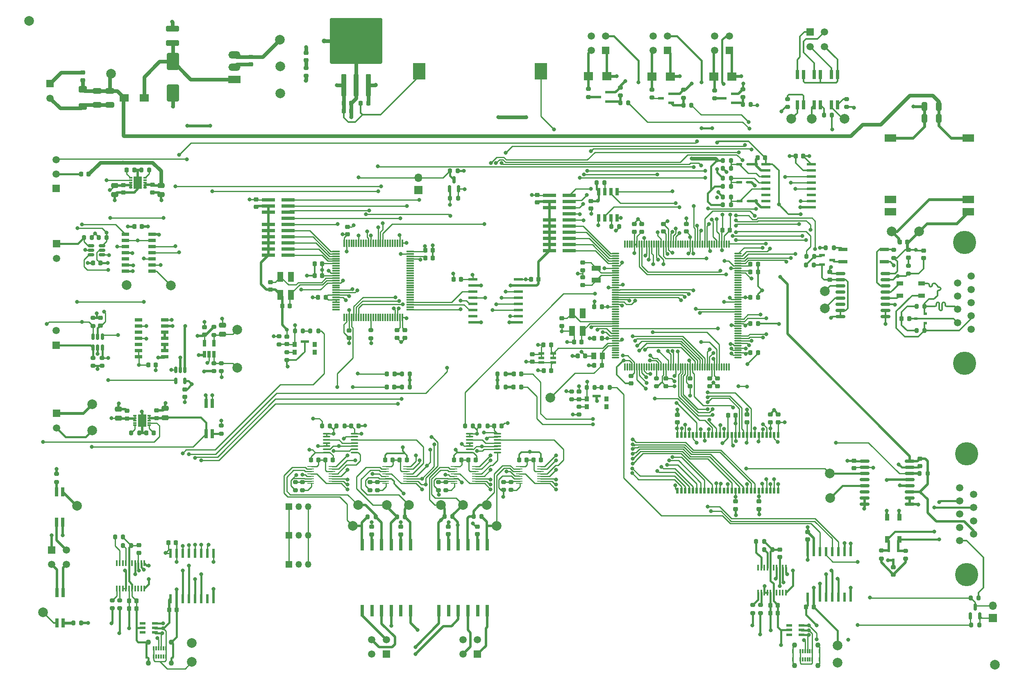
<source format=gbr>
%TF.GenerationSoftware,KiCad,Pcbnew,7.0.8*%
%TF.CreationDate,2024-01-22T14:24:45+01:00*%
%TF.ProjectId,BMS-Master,424d532d-4d61-4737-9465-722e6b696361,rev?*%
%TF.SameCoordinates,Original*%
%TF.FileFunction,Copper,L1,Top*%
%TF.FilePolarity,Positive*%
%FSLAX46Y46*%
G04 Gerber Fmt 4.6, Leading zero omitted, Abs format (unit mm)*
G04 Created by KiCad (PCBNEW 7.0.8) date 2024-01-22 14:24:45*
%MOMM*%
%LPD*%
G01*
G04 APERTURE LIST*
G04 Aperture macros list*
%AMRoundRect*
0 Rectangle with rounded corners*
0 $1 Rounding radius*
0 $2 $3 $4 $5 $6 $7 $8 $9 X,Y pos of 4 corners*
0 Add a 4 corners polygon primitive as box body*
4,1,4,$2,$3,$4,$5,$6,$7,$8,$9,$2,$3,0*
0 Add four circle primitives for the rounded corners*
1,1,$1+$1,$2,$3*
1,1,$1+$1,$4,$5*
1,1,$1+$1,$6,$7*
1,1,$1+$1,$8,$9*
0 Add four rect primitives between the rounded corners*
20,1,$1+$1,$2,$3,$4,$5,0*
20,1,$1+$1,$4,$5,$6,$7,0*
20,1,$1+$1,$6,$7,$8,$9,0*
20,1,$1+$1,$8,$9,$2,$3,0*%
G04 Aperture macros list end*
%TA.AperFunction,ComponentPad*%
%ADD10R,1.700000X1.700000*%
%TD*%
%TA.AperFunction,ComponentPad*%
%ADD11O,1.700000X1.700000*%
%TD*%
%TA.AperFunction,SMDPad,CuDef*%
%ADD12RoundRect,0.250000X-1.000000X1.500000X-1.000000X-1.500000X1.000000X-1.500000X1.000000X1.500000X0*%
%TD*%
%TA.AperFunction,SMDPad,CuDef*%
%ADD13R,2.790000X0.740000*%
%TD*%
%TA.AperFunction,SMDPad,CuDef*%
%ADD14R,1.270000X0.508000*%
%TD*%
%TA.AperFunction,SMDPad,CuDef*%
%ADD15RoundRect,0.225000X-0.250000X0.225000X-0.250000X-0.225000X0.250000X-0.225000X0.250000X0.225000X0*%
%TD*%
%TA.AperFunction,ComponentPad*%
%ADD16R,1.520000X1.520000*%
%TD*%
%TA.AperFunction,ComponentPad*%
%ADD17C,1.520000*%
%TD*%
%TA.AperFunction,SMDPad,CuDef*%
%ADD18RoundRect,0.200000X-0.200000X-0.275000X0.200000X-0.275000X0.200000X0.275000X-0.200000X0.275000X0*%
%TD*%
%TA.AperFunction,SMDPad,CuDef*%
%ADD19RoundRect,0.200000X-0.275000X0.200000X-0.275000X-0.200000X0.275000X-0.200000X0.275000X0.200000X0*%
%TD*%
%TA.AperFunction,SMDPad,CuDef*%
%ADD20RoundRect,0.225000X-0.225000X-0.250000X0.225000X-0.250000X0.225000X0.250000X-0.225000X0.250000X0*%
%TD*%
%TA.AperFunction,SMDPad,CuDef*%
%ADD21RoundRect,0.200000X0.275000X-0.200000X0.275000X0.200000X-0.275000X0.200000X-0.275000X-0.200000X0*%
%TD*%
%TA.AperFunction,SMDPad,CuDef*%
%ADD22R,0.508000X1.193800*%
%TD*%
%TA.AperFunction,ComponentPad*%
%ADD23C,2.000000*%
%TD*%
%TA.AperFunction,SMDPad,CuDef*%
%ADD24RoundRect,0.225000X0.225000X0.250000X-0.225000X0.250000X-0.225000X-0.250000X0.225000X-0.250000X0*%
%TD*%
%TA.AperFunction,SMDPad,CuDef*%
%ADD25RoundRect,0.225000X0.250000X-0.225000X0.250000X0.225000X-0.250000X0.225000X-0.250000X-0.225000X0*%
%TD*%
%TA.AperFunction,SMDPad,CuDef*%
%ADD26RoundRect,0.218750X-0.218750X-0.256250X0.218750X-0.256250X0.218750X0.256250X-0.218750X0.256250X0*%
%TD*%
%TA.AperFunction,SMDPad,CuDef*%
%ADD27R,1.825000X1.680000*%
%TD*%
%TA.AperFunction,SMDPad,CuDef*%
%ADD28R,0.650000X1.850000*%
%TD*%
%TA.AperFunction,SMDPad,CuDef*%
%ADD29R,0.900000X1.000000*%
%TD*%
%TA.AperFunction,SMDPad,CuDef*%
%ADD30R,1.700000X0.550000*%
%TD*%
%TA.AperFunction,SMDPad,CuDef*%
%ADD31RoundRect,0.200000X0.200000X0.275000X-0.200000X0.275000X-0.200000X-0.275000X0.200000X-0.275000X0*%
%TD*%
%TA.AperFunction,SMDPad,CuDef*%
%ADD32RoundRect,0.075000X-0.675000X-0.075000X0.675000X-0.075000X0.675000X0.075000X-0.675000X0.075000X0*%
%TD*%
%TA.AperFunction,SMDPad,CuDef*%
%ADD33RoundRect,0.075000X-0.075000X-0.675000X0.075000X-0.675000X0.075000X0.675000X-0.075000X0.675000X0*%
%TD*%
%TA.AperFunction,SMDPad,CuDef*%
%ADD34RoundRect,0.150000X0.150000X-0.587500X0.150000X0.587500X-0.150000X0.587500X-0.150000X-0.587500X0*%
%TD*%
%TA.AperFunction,SMDPad,CuDef*%
%ADD35RoundRect,0.250000X-0.600000X0.400000X-0.600000X-0.400000X0.600000X-0.400000X0.600000X0.400000X0*%
%TD*%
%TA.AperFunction,ComponentPad*%
%ADD36R,2.500000X1.500000*%
%TD*%
%TA.AperFunction,ComponentPad*%
%ADD37O,2.500000X1.500000*%
%TD*%
%TA.AperFunction,SMDPad,CuDef*%
%ADD38R,1.550000X0.700000*%
%TD*%
%TA.AperFunction,SMDPad,CuDef*%
%ADD39RoundRect,0.250000X-0.475000X0.250000X-0.475000X-0.250000X0.475000X-0.250000X0.475000X0.250000X0*%
%TD*%
%TA.AperFunction,SMDPad,CuDef*%
%ADD40RoundRect,0.100000X-0.637500X-0.100000X0.637500X-0.100000X0.637500X0.100000X-0.637500X0.100000X0*%
%TD*%
%TA.AperFunction,SMDPad,CuDef*%
%ADD41R,0.558800X1.981200*%
%TD*%
%TA.AperFunction,SMDPad,CuDef*%
%ADD42R,0.800000X0.300000*%
%TD*%
%TA.AperFunction,SMDPad,CuDef*%
%ADD43R,1.750000X2.600000*%
%TD*%
%TA.AperFunction,SMDPad,CuDef*%
%ADD44R,1.312279X0.475831*%
%TD*%
%TA.AperFunction,SMDPad,CuDef*%
%ADD45RoundRect,0.237916X-0.418223X0.000001X0.418223X0.000001X0.418223X-0.000001X-0.418223X-0.000001X0*%
%TD*%
%TA.AperFunction,SMDPad,CuDef*%
%ADD46RoundRect,0.042000X0.258000X-0.653000X0.258000X0.653000X-0.258000X0.653000X-0.258000X-0.653000X0*%
%TD*%
%TA.AperFunction,SMDPad,CuDef*%
%ADD47RoundRect,0.218750X0.218750X0.256250X-0.218750X0.256250X-0.218750X-0.256250X0.218750X-0.256250X0*%
%TD*%
%TA.AperFunction,SMDPad,CuDef*%
%ADD48RoundRect,0.250000X0.475000X-0.250000X0.475000X0.250000X-0.475000X0.250000X-0.475000X-0.250000X0*%
%TD*%
%TA.AperFunction,SMDPad,CuDef*%
%ADD49R,0.750000X2.350000*%
%TD*%
%TA.AperFunction,SMDPad,CuDef*%
%ADD50R,0.400000X1.200000*%
%TD*%
%TA.AperFunction,SMDPad,CuDef*%
%ADD51R,1.066800X1.447800*%
%TD*%
%TA.AperFunction,SMDPad,CuDef*%
%ADD52R,1.397000X0.279400*%
%TD*%
%TA.AperFunction,ComponentPad*%
%ADD53R,1.350000X1.350000*%
%TD*%
%TA.AperFunction,ComponentPad*%
%ADD54O,1.350000X1.350000*%
%TD*%
%TA.AperFunction,SMDPad,CuDef*%
%ADD55R,1.900000X1.500000*%
%TD*%
%TA.AperFunction,SMDPad,CuDef*%
%ADD56RoundRect,0.150000X-0.875000X-0.150000X0.875000X-0.150000X0.875000X0.150000X-0.875000X0.150000X0*%
%TD*%
%TA.AperFunction,SMDPad,CuDef*%
%ADD57R,1.981200X0.558800*%
%TD*%
%TA.AperFunction,SMDPad,CuDef*%
%ADD58R,0.300000X0.850000*%
%TD*%
%TA.AperFunction,ComponentPad*%
%ADD59C,1.100000*%
%TD*%
%TA.AperFunction,SMDPad,CuDef*%
%ADD60R,1.300000X0.600000*%
%TD*%
%TA.AperFunction,SMDPad,CuDef*%
%ADD61RoundRect,0.250000X-0.650000X0.325000X-0.650000X-0.325000X0.650000X-0.325000X0.650000X0.325000X0*%
%TD*%
%TA.AperFunction,SMDPad,CuDef*%
%ADD62R,0.650000X1.525000*%
%TD*%
%TA.AperFunction,SMDPad,CuDef*%
%ADD63RoundRect,0.250000X0.325000X0.650000X-0.325000X0.650000X-0.325000X-0.650000X0.325000X-0.650000X0*%
%TD*%
%TA.AperFunction,SMDPad,CuDef*%
%ADD64R,1.200000X2.000000*%
%TD*%
%TA.AperFunction,SMDPad,CuDef*%
%ADD65RoundRect,0.150000X0.150000X-0.512500X0.150000X0.512500X-0.150000X0.512500X-0.150000X-0.512500X0*%
%TD*%
%TA.AperFunction,SMDPad,CuDef*%
%ADD66RoundRect,0.250000X0.300000X-2.050000X0.300000X2.050000X-0.300000X2.050000X-0.300000X-2.050000X0*%
%TD*%
%TA.AperFunction,SMDPad,CuDef*%
%ADD67RoundRect,0.250000X2.375000X-2.025000X2.375000X2.025000X-2.375000X2.025000X-2.375000X-2.025000X0*%
%TD*%
%TA.AperFunction,SMDPad,CuDef*%
%ADD68RoundRect,0.250002X5.149998X-4.449998X5.149998X4.449998X-5.149998X4.449998X-5.149998X-4.449998X0*%
%TD*%
%TA.AperFunction,SMDPad,CuDef*%
%ADD69RoundRect,0.075000X-0.725000X-0.075000X0.725000X-0.075000X0.725000X0.075000X-0.725000X0.075000X0*%
%TD*%
%TA.AperFunction,SMDPad,CuDef*%
%ADD70RoundRect,0.075000X-0.075000X-0.725000X0.075000X-0.725000X0.075000X0.725000X-0.075000X0.725000X0*%
%TD*%
%TA.AperFunction,SMDPad,CuDef*%
%ADD71R,1.250000X0.500000*%
%TD*%
%TA.AperFunction,ComponentPad*%
%ADD72C,4.800000*%
%TD*%
%TA.AperFunction,ComponentPad*%
%ADD73C,1.500000*%
%TD*%
%TA.AperFunction,SMDPad,CuDef*%
%ADD74R,2.450000X1.600000*%
%TD*%
%TA.AperFunction,SMDPad,CuDef*%
%ADD75R,1.350000X0.900000*%
%TD*%
%TA.AperFunction,SMDPad,CuDef*%
%ADD76C,2.000000*%
%TD*%
%TA.AperFunction,SMDPad,CuDef*%
%ADD77R,0.600000X0.700000*%
%TD*%
%TA.AperFunction,SMDPad,CuDef*%
%ADD78R,0.700000X0.600000*%
%TD*%
%TA.AperFunction,SMDPad,CuDef*%
%ADD79R,1.900000X0.750000*%
%TD*%
%TA.AperFunction,SMDPad,CuDef*%
%ADD80RoundRect,0.218750X-0.256250X0.218750X-0.256250X-0.218750X0.256250X-0.218750X0.256250X0.218750X0*%
%TD*%
%TA.AperFunction,SMDPad,CuDef*%
%ADD81RoundRect,0.150000X-0.512500X-0.150000X0.512500X-0.150000X0.512500X0.150000X-0.512500X0.150000X0*%
%TD*%
%TA.AperFunction,SMDPad,CuDef*%
%ADD82RoundRect,0.250000X1.100000X-0.325000X1.100000X0.325000X-1.100000X0.325000X-1.100000X-0.325000X0*%
%TD*%
%TA.AperFunction,SMDPad,CuDef*%
%ADD83R,0.900000X1.350000*%
%TD*%
%TA.AperFunction,SMDPad,CuDef*%
%ADD84RoundRect,0.150000X-0.150000X0.512500X-0.150000X-0.512500X0.150000X-0.512500X0.150000X0.512500X0*%
%TD*%
%TA.AperFunction,SMDPad,CuDef*%
%ADD85RoundRect,0.218750X0.256250X-0.218750X0.256250X0.218750X-0.256250X0.218750X-0.256250X-0.218750X0*%
%TD*%
%TA.AperFunction,SMDPad,CuDef*%
%ADD86R,1.900000X1.100000*%
%TD*%
%TA.AperFunction,SMDPad,CuDef*%
%ADD87R,2.600000X3.500000*%
%TD*%
%TA.AperFunction,ViaPad*%
%ADD88C,0.800000*%
%TD*%
%TA.AperFunction,ViaPad*%
%ADD89C,1.000000*%
%TD*%
%TA.AperFunction,Conductor*%
%ADD90C,0.250000*%
%TD*%
%TA.AperFunction,Conductor*%
%ADD91C,0.254000*%
%TD*%
%TA.AperFunction,Conductor*%
%ADD92C,0.762000*%
%TD*%
%TA.AperFunction,Conductor*%
%ADD93C,0.300000*%
%TD*%
%TA.AperFunction,Conductor*%
%ADD94C,0.508000*%
%TD*%
%TA.AperFunction,Conductor*%
%ADD95C,0.381000*%
%TD*%
%TA.AperFunction,Conductor*%
%ADD96C,0.600000*%
%TD*%
G04 APERTURE END LIST*
D10*
%TO.P,J5,1,Pin_1*%
%TO.N,+3.3V*%
X163000000Y-131040000D03*
D11*
%TO.P,J5,2,Pin_2*%
%TO.N,/MCU1_secondary/MCU1_BOOT*%
X163000000Y-128500000D03*
%TD*%
D12*
%TO.P,C104,1*%
%TO.N,Net-(U21-Vin)*%
X112254000Y-104497500D03*
%TO.P,C104,2*%
%TO.N,GND*%
X112254000Y-110997500D03*
%TD*%
D13*
%TO.P,J4,01,01*%
%TO.N,+3.3V*%
X132046000Y-133089000D03*
%TO.P,J4,02,02*%
%TO.N,/MCU1_secondary/MCU1_SWDIO*%
X136116000Y-133089000D03*
%TO.P,J4,03,03*%
%TO.N,GND*%
X132046000Y-134359000D03*
%TO.P,J4,04,04*%
%TO.N,/MCU1_secondary/MCU1_SWCLK*%
X136116000Y-134359000D03*
%TO.P,J4,05,05*%
%TO.N,GND*%
X132046000Y-135629000D03*
%TO.P,J4,06,06*%
%TO.N,/MCU1_secondary/MCU1_SWO*%
X136116000Y-135629000D03*
%TO.P,J4,08,08*%
%TO.N,/MCU1_secondary/MCU1_TDI*%
X136116000Y-136899000D03*
%TO.P,J4,09,09*%
%TO.N,GND*%
X132046000Y-138169000D03*
%TO.P,J4,10,10*%
%TO.N,/MCU1_secondary/MCU1_NRST*%
X136116000Y-138169000D03*
%TO.P,J4,11,11*%
%TO.N,GND*%
X132046000Y-139439000D03*
%TO.P,J4,12,12*%
%TO.N,/MCU1_secondary/MCU1_TRACECLK*%
X136116000Y-139439000D03*
%TO.P,J4,13,13*%
%TO.N,GND*%
X132046000Y-140709000D03*
%TO.P,J4,14,14*%
%TO.N,/MCU1_secondary/MCU1_TRACED0*%
X136116000Y-140709000D03*
%TO.P,J4,15,15*%
%TO.N,GND*%
X132046000Y-141979000D03*
%TO.P,J4,16,16*%
%TO.N,/MCU1_secondary/MCU1_TRACED1*%
X136116000Y-141979000D03*
%TO.P,J4,17,17*%
%TO.N,GND*%
X132046000Y-143249000D03*
%TO.P,J4,18,18*%
%TO.N,/MCU1_secondary/MCU1_TRACED2*%
X136116000Y-143249000D03*
%TO.P,J4,19,19*%
%TO.N,GND*%
X132046000Y-144519000D03*
%TO.P,J4,20,20*%
%TO.N,/MCU1_secondary/MCU1_TRACED3*%
X136116000Y-144519000D03*
%TD*%
D14*
%TO.P,U2,1,GNDFORCE*%
%TO.N,GND*%
X188383000Y-164789999D03*
%TO.P,U2,2,GNDSENSE*%
X188383000Y-165740000D03*
%TO.P,U2,3,ENABLE*%
%TO.N,+3.3V*%
X188383000Y-166690001D03*
%TO.P,U2,4,VIN*%
X190821400Y-166690001D03*
%TO.P,U2,5,VOUTSENSE*%
%TO.N,/MCU0_primary/MCU0_ADC_REF/VREF+_MCU0*%
X190821400Y-165740000D03*
%TO.P,U2,6,VOUTFORCE*%
X190821400Y-164789999D03*
%TD*%
D15*
%TO.P,C55,1*%
%TO.N,GND*%
X175223000Y-200620799D03*
%TO.P,C55,2*%
%TO.N,Net-(T1-SEC_2)*%
X175223000Y-202170799D03*
%TD*%
D16*
%TO.P,J12,1,1*%
%TO.N,Net-(IC2-Pad1)*%
X88248500Y-142149000D03*
D17*
%TO.P,J12,2,2*%
%TO.N,+3.3V*%
X88248500Y-145149000D03*
%TD*%
D18*
%TO.P,R52,1*%
%TO.N,Net-(IC7-ILIM)*%
X103661750Y-181242000D03*
%TO.P,R52,2*%
%TO.N,GND*%
X105311750Y-181242000D03*
%TD*%
D19*
%TO.P,R10,1*%
%TO.N,+3.3V*%
X134216000Y-161284000D03*
%TO.P,R10,2*%
%TO.N,/MCU1_secondary/MCU1_NRST*%
X134216000Y-162934000D03*
%TD*%
D20*
%TO.P,C30,1*%
%TO.N,GND*%
X170247900Y-149524000D03*
%TO.P,C30,2*%
%TO.N,+3.3V*%
X171797900Y-149524000D03*
%TD*%
D19*
%TO.P,R54,1*%
%TO.N,GND*%
X122301000Y-179769000D03*
%TO.P,R54,2*%
%TO.N,Net-(IC9-K)*%
X122301000Y-181419000D03*
%TD*%
D21*
%TO.P,R61,1*%
%TO.N,GND*%
X251500000Y-113900000D03*
%TO.P,R61,2*%
%TO.N,Net-(IC13-K)*%
X251500000Y-112250000D03*
%TD*%
D22*
%TO.P,U19,1,VDD*%
%TO.N,+3.3V*%
X237337001Y-181686200D03*
%TO.P,U19,2,DQ0*%
%TO.N,/MCU0_Memory/MCU0_RAM.D0*%
X236537000Y-181686200D03*
%TO.P,U19,3,VDDQ*%
%TO.N,+3.3V*%
X235737001Y-181686200D03*
%TO.P,U19,4,DQ1*%
%TO.N,/MCU0_Memory/MCU0_RAM.D1*%
X234937000Y-181686200D03*
%TO.P,U19,5,DQ2*%
%TO.N,/MCU0_Memory/MCU0_RAM.D2*%
X234137002Y-181686200D03*
%TO.P,U19,6,GNDQ*%
%TO.N,GND*%
X233337001Y-181686200D03*
%TO.P,U19,7,DQ3*%
%TO.N,/MCU0_Memory/MCU0_RAM.D3*%
X232537000Y-181686200D03*
%TO.P,U19,8,DQ4*%
%TO.N,/MCU0_Memory/MCU0_RAM.D4*%
X231737002Y-181686200D03*
%TO.P,U19,9,VDDQ*%
%TO.N,+3.3V*%
X230937001Y-181686200D03*
%TO.P,U19,10,DQ5*%
%TO.N,/MCU0_Memory/MCU0_RAM.D5*%
X230137002Y-181686200D03*
%TO.P,U19,11,DQ6*%
%TO.N,/MCU0_Memory/MCU0_RAM.D6*%
X229337001Y-181686200D03*
%TO.P,U19,12,GNDQ*%
%TO.N,GND*%
X228537000Y-181686200D03*
%TO.P,U19,13,DQ7*%
%TO.N,/MCU0_Memory/MCU0_RAM.D7*%
X227737002Y-181686200D03*
%TO.P,U19,14,VDD*%
%TO.N,+3.3V*%
X226937001Y-181686200D03*
%TO.P,U19,15,LDQM*%
%TO.N,/MCU0_Memory/MCU0_RAM.NBL0*%
X226137003Y-181686200D03*
%TO.P,U19,16,WE*%
%TO.N,/MCU0_Memory/MCU0_RAM.SDNWE*%
X225337002Y-181686200D03*
%TO.P,U19,17,CAS*%
%TO.N,/MCU0_Memory/MCU0_RAM.SDNCAS*%
X224537001Y-181686200D03*
%TO.P,U19,18,RAS*%
%TO.N,/MCU0_Memory/MCU0_RAM.SDNRAS*%
X223737002Y-181686200D03*
%TO.P,U19,19,CS*%
%TO.N,/MCU0_Memory/MCU0_RAM.SDNE1*%
X222937001Y-181686200D03*
%TO.P,U19,20,BA0*%
%TO.N,/MCU0_Memory/MCU0_RAM.BA0*%
X222137003Y-181686200D03*
%TO.P,U19,21,BA1*%
%TO.N,/MCU0_Memory/MCU0_RAM.BA1*%
X221337002Y-181686200D03*
%TO.P,U19,22,A10*%
%TO.N,/MCU0_Memory/MCU0_RAM.A10*%
X220537001Y-181686200D03*
%TO.P,U19,23,A0*%
%TO.N,/MCU0_Memory/MCU0_RAM.A0*%
X219737003Y-181686200D03*
%TO.P,U19,24,A1*%
%TO.N,/MCU0_Memory/MCU0_RAM.A1*%
X218937002Y-181686200D03*
%TO.P,U19,25,A2*%
%TO.N,/MCU0_Memory/MCU0_RAM.A2*%
X218137003Y-181686200D03*
%TO.P,U19,26,A3*%
%TO.N,/MCU0_Memory/MCU0_RAM.A3*%
X217337002Y-181686200D03*
%TO.P,U19,27,VDD*%
%TO.N,+3.3V*%
X216537001Y-181686200D03*
%TO.P,U19,28,GND*%
%TO.N,GND*%
X216537001Y-193167000D03*
%TO.P,U19,29,A4*%
%TO.N,/MCU0_Memory/MCU0_RAM.A4*%
X217337002Y-193167000D03*
%TO.P,U19,30,A5*%
%TO.N,/MCU0_Memory/MCU0_RAM.A5*%
X218137001Y-193167000D03*
%TO.P,U19,31,A6*%
%TO.N,/MCU0_Memory/MCU0_RAM.A6*%
X218937002Y-193167000D03*
%TO.P,U19,32,A7*%
%TO.N,/MCU0_Memory/MCU0_RAM.A7*%
X219737000Y-193167000D03*
%TO.P,U19,33,A8*%
%TO.N,/MCU0_Memory/MCU0_RAM.A8*%
X220537001Y-193167000D03*
%TO.P,U19,34,A9*%
%TO.N,/MCU0_Memory/MCU0_RAM.A9*%
X221337002Y-193167000D03*
%TO.P,U19,35,A11*%
%TO.N,/MCU0_Memory/MCU0_RAM.A11*%
X222137000Y-193167000D03*
%TO.P,U19,36,NC*%
%TO.N,unconnected-(U19-NC-Pad36)*%
X222937001Y-193167000D03*
%TO.P,U19,37,CKE*%
%TO.N,/MCU0_Memory/MCU0_RAM.SDCKE1*%
X223737000Y-193167000D03*
%TO.P,U19,38,CLK*%
%TO.N,/MCU0_Memory/MCU0_RAM.SDCLK*%
X224537001Y-193167000D03*
%TO.P,U19,39,UDQM*%
%TO.N,/MCU0_Memory/MCU0_RAM.NBL1*%
X225337002Y-193167000D03*
%TO.P,U19,40,NC*%
%TO.N,unconnected-(U19-NC-Pad40)*%
X226137000Y-193167000D03*
%TO.P,U19,41,GND*%
%TO.N,GND*%
X226937001Y-193167000D03*
%TO.P,U19,42,DQ8*%
%TO.N,/MCU0_Memory/MCU0_RAM.D8*%
X227736999Y-193167000D03*
%TO.P,U19,43,VDDQ*%
%TO.N,+3.3V*%
X228537000Y-193167000D03*
%TO.P,U19,44,DQ9*%
%TO.N,/MCU0_Memory/MCU0_RAM.D9*%
X229337001Y-193167000D03*
%TO.P,U19,45,DQ10*%
%TO.N,/MCU0_Memory/MCU0_RAM.D10*%
X230137000Y-193167000D03*
%TO.P,U19,46,GNDQ*%
%TO.N,GND*%
X230937001Y-193167000D03*
%TO.P,U19,47,DQ11*%
%TO.N,/MCU0_Memory/MCU0_RAM.D11*%
X231736999Y-193167000D03*
%TO.P,U19,48,DQ12*%
%TO.N,/MCU0_Memory/MCU0_RAM.D12*%
X232537000Y-193167000D03*
%TO.P,U19,49,VDDQ*%
%TO.N,+3.3V*%
X233337001Y-193167000D03*
%TO.P,U19,50,DQ13*%
%TO.N,/MCU0_Memory/MCU0_RAM.D13*%
X234136999Y-193167000D03*
%TO.P,U19,51,DQ14*%
%TO.N,/MCU0_Memory/MCU0_RAM.D14*%
X234937000Y-193167000D03*
%TO.P,U19,52,GNDQ*%
%TO.N,GND*%
X235736999Y-193167000D03*
%TO.P,U19,53,DQ15*%
%TO.N,/MCU0_Memory/MCU0_RAM.D15*%
X236537000Y-193167000D03*
%TO.P,U19,54,GND*%
%TO.N,GND*%
X237337001Y-193167000D03*
%TD*%
D21*
%TO.P,R24,1*%
%TO.N,/USB_interface/D0+*%
X232058000Y-218496000D03*
%TO.P,R24,2*%
%TO.N,Net-(U6-USBDP)*%
X232058000Y-216846000D03*
%TD*%
D16*
%TO.P,J16,1,1*%
%TO.N,/Contactors/contactors_com_pos*%
X227250001Y-102190000D03*
D17*
%TO.P,J16,2,2*%
%TO.N,/Contactors/Contactor_out0*%
X224250002Y-102190000D03*
%TO.P,J16,3,3*%
%TO.N,/Contactors/feedback0*%
X227250001Y-99190001D03*
%TO.P,J16,4,4*%
%TO.N,GND*%
X224250002Y-99190001D03*
%TD*%
D15*
%TO.P,C34,1*%
%TO.N,+3.3V*%
X160216000Y-160034000D03*
%TO.P,C34,2*%
%TO.N,GND*%
X160216000Y-161584000D03*
%TD*%
D23*
%TO.P,TP3,1,1*%
%TO.N,USB1_GND*%
X116180000Y-224657100D03*
%TD*%
D24*
%TO.P,C107,1*%
%TO.N,+3.3V*%
X149129000Y-114730000D03*
%TO.P,C107,2*%
%TO.N,GND*%
X147579000Y-114730000D03*
%TD*%
D25*
%TO.P,C35,1*%
%TO.N,+3.3V*%
X148336000Y-140221000D03*
%TO.P,C35,2*%
%TO.N,GND*%
X148336000Y-138671000D03*
%TD*%
D20*
%TO.P,C45,1*%
%TO.N,USB1_VCC*%
X103193000Y-217588100D03*
%TO.P,C45,2*%
%TO.N,USB1_GND*%
X104743000Y-217588100D03*
%TD*%
D15*
%TO.P,C75,1*%
%TO.N,Net-(IC3-OUT_1)*%
X102066500Y-129997000D03*
%TO.P,C75,2*%
%TO.N,GND*%
X102066500Y-131547000D03*
%TD*%
D24*
%TO.P,C3,1*%
%TO.N,+3.3V*%
X197455000Y-165347000D03*
%TO.P,C3,2*%
%TO.N,GND*%
X195905000Y-165347000D03*
%TD*%
D23*
%TO.P,TP6,1,1*%
%TO.N,/isoSPI_interface/OUT0_P*%
X172200000Y-196150000D03*
%TD*%
D24*
%TO.P,C23,1*%
%TO.N,+3.3V*%
X200902000Y-161696200D03*
%TO.P,C23,2*%
%TO.N,GND*%
X199352000Y-161696200D03*
%TD*%
D26*
%TO.P,D1,1,K*%
%TO.N,Net-(D1-K)*%
X182714000Y-169093000D03*
%TO.P,D1,2,A*%
%TO.N,Net-(D1-A)*%
X184289000Y-169093000D03*
%TD*%
D27*
%TO.P,D10,1,CATHODE*%
%TO.N,/Contactors/contactors_com_pos*%
X215054502Y-107595001D03*
%TO.P,D10,2,ANODE*%
%TO.N,/Contactors/Contactor_out2*%
X211299502Y-107595001D03*
%TD*%
D24*
%TO.P,C33,1*%
%TO.N,Net-(U4-PH1)*%
X136441000Y-155009000D03*
%TO.P,C33,2*%
%TO.N,GND*%
X134891000Y-155009000D03*
%TD*%
D25*
%TO.P,C91,1*%
%TO.N,Net-(C91-Pad1)*%
X261159000Y-210535000D03*
%TO.P,C91,2*%
%TO.N,GND*%
X261159000Y-208985000D03*
%TD*%
D24*
%TO.P,C8,1*%
%TO.N,Net-(U1-PH1)*%
X196705000Y-162447000D03*
%TO.P,C8,2*%
%TO.N,GND*%
X195155000Y-162447000D03*
%TD*%
D28*
%TO.P,IC13,1,A*%
%TO.N,/Contactors/Contactor_feedback2*%
X248326000Y-113450000D03*
%TO.P,IC13,2,K*%
%TO.N,Net-(IC13-K)*%
X249596000Y-113450000D03*
%TO.P,IC13,3,E*%
%TO.N,Net-(IC11-E)*%
X249596000Y-107200000D03*
%TO.P,IC13,4,C*%
%TO.N,Net-(IC13-C)*%
X248326000Y-107200000D03*
%TD*%
D29*
%TO.P,S1,1*%
%TO.N,/MCU0_primary/MCU0_NRST*%
X197780000Y-174247000D03*
%TO.P,S1,2*%
%TO.N,Net-(R7-Pad1)*%
X197780000Y-175847000D03*
%TO.P,S1,3*%
%TO.N,N/C*%
X201880000Y-175847000D03*
%TO.P,S1,4*%
X201880000Y-174247000D03*
D30*
%TO.P,S1,5*%
%TO.N,GND*%
X199830000Y-173622000D03*
%TD*%
D16*
%TO.P,J11,1,1*%
%TO.N,GND*%
X88151750Y-130743000D03*
D17*
%TO.P,J11,2,2*%
%TO.N,Net-(F1-Pad1)*%
X88151750Y-127743000D03*
%TO.P,J11,3,3*%
%TO.N,/Shutdown/Bender_OK_EXT*%
X88151750Y-124743000D03*
%TD*%
D23*
%TO.P,TP13,1,1*%
%TO.N,/isoSPI_interface/OUT1_P_rv*%
X161050000Y-196150000D03*
%TD*%
D21*
%TO.P,R23,1*%
%TO.N,/USB_interface/D0-*%
X233708000Y-218496000D03*
%TO.P,R23,2*%
%TO.N,Net-(U6-USBDM)*%
X233708000Y-216846000D03*
%TD*%
D23*
%TO.P,TP16,1,1*%
%TO.N,Net-(C71-Pad1)*%
X125616750Y-159937000D03*
%TD*%
D31*
%TO.P,R39,1*%
%TO.N,+3.3V*%
X177275000Y-179850000D03*
%TO.P,R39,2*%
%TO.N,Net-(R39-Pad2)*%
X175625000Y-179850000D03*
%TD*%
D25*
%TO.P,C11,1*%
%TO.N,+3.3V*%
X209144000Y-139662000D03*
%TO.P,C11,2*%
%TO.N,GND*%
X209144000Y-138112000D03*
%TD*%
D19*
%TO.P,R71,1*%
%TO.N,/Contactors/Contactor_out2*%
X211257002Y-110270001D03*
%TO.P,R71,2*%
%TO.N,Net-(Q5-D)*%
X211257002Y-111920001D03*
%TD*%
D15*
%TO.P,C19,1*%
%TO.N,+3.3V*%
X224783000Y-170015000D03*
%TO.P,C19,2*%
%TO.N,GND*%
X224783000Y-171565000D03*
%TD*%
D24*
%TO.P,C50,1*%
%TO.N,USB1_GND*%
X113043000Y-217805000D03*
%TO.P,C50,2*%
%TO.N,USB1_VCC*%
X111493000Y-217805000D03*
%TD*%
D27*
%TO.P,D5,1,CATHODE*%
%TO.N,/Contactors/contactors_com_pos*%
X227777501Y-107590000D03*
%TO.P,D5,2,ANODE*%
%TO.N,/Contactors/Contactor_out0*%
X224022501Y-107590000D03*
%TD*%
D20*
%TO.P,C86,1*%
%TO.N,GND*%
X240950000Y-124000000D03*
%TO.P,C86,2*%
%TO.N,+3.3V*%
X242500000Y-124000000D03*
%TD*%
D25*
%TO.P,C2,1*%
%TO.N,Net-(U1-PC15)*%
X196930000Y-150672000D03*
%TO.P,C2,2*%
%TO.N,GND*%
X196930000Y-149122000D03*
%TD*%
D31*
%TO.P,R17,1*%
%TO.N,+3.3V*%
X171194250Y-132751500D03*
%TO.P,R17,2*%
%TO.N,/MCU1_secondary/FTDI_MCU1.DTR*%
X169544250Y-132751500D03*
%TD*%
D19*
%TO.P,R4,1*%
%TO.N,+3.3V*%
X194630000Y-172672000D03*
%TO.P,R4,2*%
%TO.N,/MCU0_primary/MCU0_NRST*%
X194630000Y-174322000D03*
%TD*%
D15*
%TO.P,C39,1*%
%TO.N,+3.3V*%
X129511000Y-132969000D03*
%TO.P,C39,2*%
%TO.N,GND*%
X129511000Y-134519000D03*
%TD*%
D32*
%TO.P,U1,1,PE2*%
%TO.N,/MCU0_primary/MCU0_TRACECLK*%
X203733000Y-144190000D03*
%TO.P,U1,2,PE3*%
%TO.N,/MCU0_primary/MCU0_TRACED0*%
X203733000Y-144690000D03*
%TO.P,U1,3,PE4*%
%TO.N,/MCU0_primary/MCU0_TRACED1*%
X203733000Y-145190000D03*
%TO.P,U1,4,PE5*%
%TO.N,/MCU0_primary/MCU0_TRACED2*%
X203733000Y-145690000D03*
%TO.P,U1,5,PE6*%
%TO.N,/MCU0_primary/MCU0_TRACED3*%
X203733000Y-146190000D03*
%TO.P,U1,6,VBAT*%
%TO.N,Net-(J1-+)*%
X203733000Y-146690000D03*
%TO.P,U1,7,PI8*%
%TO.N,/MCU0_Memory/EEPROM.CS*%
X203733000Y-147190000D03*
%TO.P,U1,8,PC13*%
%TO.N,unconnected-(U1-PC13-Pad8)*%
X203733000Y-147690000D03*
%TO.P,U1,9,PC14*%
%TO.N,Net-(U1-PC14)*%
X203733000Y-148190000D03*
%TO.P,U1,10,PC15*%
%TO.N,Net-(U1-PC15)*%
X203733000Y-148690000D03*
%TO.P,U1,11,PI9*%
%TO.N,unconnected-(U1-PI9-Pad11)*%
X203733000Y-149190000D03*
%TO.P,U1,12,PI10*%
%TO.N,unconnected-(U1-PI10-Pad12)*%
X203733000Y-149690000D03*
%TO.P,U1,13,PI11*%
%TO.N,unconnected-(U1-PI11-Pad13)*%
X203733000Y-150190000D03*
%TO.P,U1,14,VSS*%
%TO.N,GND*%
X203733000Y-150690000D03*
%TO.P,U1,15,VDD*%
%TO.N,+3.3V*%
X203733000Y-151190000D03*
%TO.P,U1,16,PF0*%
%TO.N,/MCU0_Memory/MCU0_RAM.A0*%
X203733000Y-151690000D03*
%TO.P,U1,17,PF1*%
%TO.N,/MCU0_Memory/MCU0_RAM.A1*%
X203733000Y-152190000D03*
%TO.P,U1,18,PF2*%
%TO.N,/MCU0_Memory/MCU0_RAM.A2*%
X203733000Y-152690000D03*
%TO.P,U1,19,PF3*%
%TO.N,/MCU0_Memory/MCU0_RAM.A3*%
X203733000Y-153190000D03*
%TO.P,U1,20,PF4*%
%TO.N,/MCU0_Memory/MCU0_RAM.A4*%
X203733000Y-153690000D03*
%TO.P,U1,21,PF5*%
%TO.N,/MCU0_Memory/MCU0_RAM.A5*%
X203733000Y-154190000D03*
%TO.P,U1,22,VSS*%
%TO.N,GND*%
X203733000Y-154690000D03*
%TO.P,U1,23,VDD*%
%TO.N,+3.3V*%
X203733000Y-155190000D03*
%TO.P,U1,24,PF6*%
%TO.N,unconnected-(U1-PF6-Pad24)*%
X203733000Y-155690000D03*
%TO.P,U1,25,PF7*%
%TO.N,unconnected-(U1-PF7-Pad25)*%
X203733000Y-156190000D03*
%TO.P,U1,26,PF8*%
%TO.N,unconnected-(U1-PF8-Pad26)*%
X203733000Y-156690000D03*
%TO.P,U1,27,PF9*%
%TO.N,unconnected-(U1-PF9-Pad27)*%
X203733000Y-157190000D03*
%TO.P,U1,28,PF10*%
%TO.N,unconnected-(U1-PF10-Pad28)*%
X203733000Y-157690000D03*
%TO.P,U1,29,PH0*%
%TO.N,Net-(U1-PH0)*%
X203733000Y-158190000D03*
%TO.P,U1,30,PH1*%
%TO.N,Net-(U1-PH1)*%
X203733000Y-158690000D03*
%TO.P,U1,31,NRST*%
%TO.N,/MCU0_primary/MCU0_NRST*%
X203733000Y-159190000D03*
%TO.P,U1,32,PC0*%
%TO.N,/MCU0_Memory/MCU0_RAM.SDNWE*%
X203733000Y-159690000D03*
%TO.P,U1,33,PC1*%
%TO.N,unconnected-(U1-PC1-Pad33)*%
X203733000Y-160190000D03*
%TO.P,U1,34,PC2*%
%TO.N,Net-(D1-A)*%
X203733000Y-160690000D03*
%TO.P,U1,35,PC3*%
%TO.N,Net-(D2-A)*%
X203733000Y-161190000D03*
%TO.P,U1,36,VDD*%
%TO.N,+3.3V*%
X203733000Y-161690000D03*
%TO.P,U1,37,VSSA*%
%TO.N,GND*%
X203733000Y-162190000D03*
%TO.P,U1,38,VREF+*%
%TO.N,/MCU0_primary/MCU0_ADC_REF/VREF+_MCU0*%
X203733000Y-162690000D03*
%TO.P,U1,39,VDDA*%
%TO.N,Net-(U1-VDDA)*%
X203733000Y-163190000D03*
%TO.P,U1,40,PA0*%
%TO.N,unconnected-(U1-PA0-Pad40)*%
X203733000Y-163690000D03*
%TO.P,U1,41,PA1*%
%TO.N,unconnected-(U1-PA1-Pad41)*%
X203733000Y-164190000D03*
%TO.P,U1,42,PA2*%
%TO.N,unconnected-(U1-PA2-Pad42)*%
X203733000Y-164690000D03*
%TO.P,U1,43,PH2*%
%TO.N,unconnected-(U1-PH2-Pad43)*%
X203733000Y-165190000D03*
%TO.P,U1,44,PH3*%
%TO.N,unconnected-(U1-PH3-Pad44)*%
X203733000Y-165690000D03*
D33*
%TO.P,U1,45,PH4*%
%TO.N,unconnected-(U1-PH4-Pad45)*%
X205658000Y-167615000D03*
%TO.P,U1,46,PH5*%
%TO.N,unconnected-(U1-PH5-Pad46)*%
X206158000Y-167615000D03*
%TO.P,U1,47,PA3*%
%TO.N,unconnected-(U1-PA3-Pad47)*%
X206658000Y-167615000D03*
%TO.P,U1,48,BYPASS_REG*%
%TO.N,GND*%
X207158000Y-167615000D03*
%TO.P,U1,49,VDD*%
%TO.N,+3.3V*%
X207658000Y-167615000D03*
%TO.P,U1,50,PA4*%
%TO.N,/MCU0_primary/isoSPI0.CS*%
X208158000Y-167615000D03*
%TO.P,U1,51,PA5*%
%TO.N,/MCU0_primary/isoSPI0.SCK*%
X208658000Y-167615000D03*
%TO.P,U1,52,PA6*%
%TO.N,/MCU0_primary/isoSPI0.MISO*%
X209158000Y-167615000D03*
%TO.P,U1,53,PA7*%
%TO.N,/MCU0_primary/isoSPI0.MOSI*%
X209658000Y-167615000D03*
%TO.P,U1,54,PC4*%
%TO.N,unconnected-(U1-PC4-Pad54)*%
X210158000Y-167615000D03*
%TO.P,U1,55,PC5*%
%TO.N,unconnected-(U1-PC5-Pad55)*%
X210658000Y-167615000D03*
%TO.P,U1,56,PB0*%
%TO.N,unconnected-(U1-PB0-Pad56)*%
X211158000Y-167615000D03*
%TO.P,U1,57,PB1*%
%TO.N,unconnected-(U1-PB1-Pad57)*%
X211658000Y-167615000D03*
%TO.P,U1,58,PB2*%
%TO.N,Net-(U1-PB2)*%
X212158000Y-167615000D03*
%TO.P,U1,59,PF11*%
%TO.N,/MCU0_Memory/MCU0_RAM.SDNRAS*%
X212658000Y-167615000D03*
%TO.P,U1,60,PF12*%
%TO.N,/MCU0_Memory/MCU0_RAM.A6*%
X213158000Y-167615000D03*
%TO.P,U1,61,VSS*%
%TO.N,GND*%
X213658000Y-167615000D03*
%TO.P,U1,62,VDD*%
%TO.N,+3.3V*%
X214158000Y-167615000D03*
%TO.P,U1,63,PF13*%
%TO.N,/MCU0_Memory/MCU0_RAM.A7*%
X214658000Y-167615000D03*
%TO.P,U1,64,PF14*%
%TO.N,/MCU0_Memory/MCU0_RAM.A8*%
X215158000Y-167615000D03*
%TO.P,U1,65,PF15*%
%TO.N,/MCU0_Memory/MCU0_RAM.A9*%
X215658000Y-167615000D03*
%TO.P,U1,66,PG0*%
%TO.N,/MCU0_Memory/MCU0_RAM.A10*%
X216158000Y-167615000D03*
%TO.P,U1,67,PG1*%
%TO.N,/MCU0_Memory/MCU0_RAM.A11*%
X216658000Y-167615000D03*
%TO.P,U1,68,PE7*%
%TO.N,/MCU0_Memory/MCU0_RAM.D4*%
X217158000Y-167615000D03*
%TO.P,U1,69,PE8*%
%TO.N,/MCU0_Memory/MCU0_RAM.D5*%
X217658000Y-167615000D03*
%TO.P,U1,70,PE9*%
%TO.N,/MCU0_Memory/MCU0_RAM.D6*%
X218158000Y-167615000D03*
%TO.P,U1,71,VSS*%
%TO.N,GND*%
X218658000Y-167615000D03*
%TO.P,U1,72,VDD*%
%TO.N,+3.3V*%
X219158000Y-167615000D03*
%TO.P,U1,73,PE10*%
%TO.N,/MCU0_Memory/MCU0_RAM.D7*%
X219658000Y-167615000D03*
%TO.P,U1,74,PE11*%
%TO.N,/MCU0_Memory/MCU0_RAM.D8*%
X220158000Y-167615000D03*
%TO.P,U1,75,PE12*%
%TO.N,/MCU0_Memory/MCU0_RAM.D9*%
X220658000Y-167615000D03*
%TO.P,U1,76,PE13*%
%TO.N,/MCU0_Memory/MCU0_RAM.D10*%
X221158000Y-167615000D03*
%TO.P,U1,77,PE14*%
%TO.N,/MCU0_Memory/MCU0_RAM.D11*%
X221658000Y-167615000D03*
%TO.P,U1,78,PE15*%
%TO.N,/MCU0_Memory/MCU0_RAM.D12*%
X222158000Y-167615000D03*
%TO.P,U1,79,PB10*%
%TO.N,/MCU0_primary/FTDI_MCU0.TX*%
X222658000Y-167615000D03*
%TO.P,U1,80,PB11*%
%TO.N,/MCU0_primary/FTDI_MCU0.RX*%
X223158000Y-167615000D03*
%TO.P,U1,81,VCAP_1*%
%TO.N,Net-(U1-VCAP_1)*%
X223658000Y-167615000D03*
%TO.P,U1,82,VDD*%
%TO.N,+3.3V*%
X224158000Y-167615000D03*
%TO.P,U1,83,PH6*%
%TO.N,/MCU0_Memory/MCU0_RAM.SDNE1*%
X224658000Y-167615000D03*
%TO.P,U1,84,PH7*%
%TO.N,/MCU0_Memory/MCU0_RAM.SDCKE1*%
X225158000Y-167615000D03*
%TO.P,U1,85,PH8*%
%TO.N,unconnected-(U1-PH8-Pad85)*%
X225658000Y-167615000D03*
%TO.P,U1,86,PH9*%
%TO.N,unconnected-(U1-PH9-Pad86)*%
X226158000Y-167615000D03*
%TO.P,U1,87,PH10*%
%TO.N,unconnected-(U1-PH10-Pad87)*%
X226658000Y-167615000D03*
%TO.P,U1,88,PH11*%
%TO.N,unconnected-(U1-PH11-Pad88)*%
X227158000Y-167615000D03*
D32*
%TO.P,U1,89,PH12*%
%TO.N,unconnected-(U1-PH12-Pad89)*%
X229083000Y-165690000D03*
%TO.P,U1,90,VSS*%
%TO.N,GND*%
X229083000Y-165190000D03*
%TO.P,U1,91,VDD*%
%TO.N,+3.3V*%
X229083000Y-164690000D03*
%TO.P,U1,92,PB12*%
%TO.N,/MCU0_primary/MCU_to_MCU_INTERFACE_MCU0.CS*%
X229083000Y-164190000D03*
%TO.P,U1,93,PB13*%
%TO.N,/CAN0_interface/CAN0.TX*%
X229083000Y-163690000D03*
%TO.P,U1,94,PB14*%
%TO.N,/MCU0_primary/MCU_to_MCU_INTERFACE_MCU0.MISO*%
X229083000Y-163190000D03*
%TO.P,U1,95,PB15*%
%TO.N,/MCU0_primary/MCU_to_MCU_INTERFACE_MCU0.MOSI*%
X229083000Y-162690000D03*
%TO.P,U1,96,PD8*%
%TO.N,/MCU0_Memory/MCU0_RAM.D13*%
X229083000Y-162190000D03*
%TO.P,U1,97,PD9*%
%TO.N,/MCU0_Memory/MCU0_RAM.D14*%
X229083000Y-161690000D03*
%TO.P,U1,98,PD10*%
%TO.N,/MCU0_Memory/MCU0_RAM.D15*%
X229083000Y-161190000D03*
%TO.P,U1,99,PD11*%
%TO.N,unconnected-(U1-PD11-Pad99)*%
X229083000Y-160690000D03*
%TO.P,U1,100,PD12*%
%TO.N,unconnected-(U1-PD12-Pad100)*%
X229083000Y-160190000D03*
%TO.P,U1,101,PD13*%
%TO.N,unconnected-(U1-PD13-Pad101)*%
X229083000Y-159690000D03*
%TO.P,U1,102,VSS*%
%TO.N,GND*%
X229083000Y-159190000D03*
%TO.P,U1,103,VDD*%
%TO.N,+3.3V*%
X229083000Y-158690000D03*
%TO.P,U1,104,PD14*%
%TO.N,/MCU0_Memory/MCU0_RAM.D0*%
X229083000Y-158190000D03*
%TO.P,U1,105,PD15*%
%TO.N,/MCU0_Memory/MCU0_RAM.D1*%
X229083000Y-157690000D03*
%TO.P,U1,106,PG2*%
%TO.N,unconnected-(U1-PG2-Pad106)*%
X229083000Y-157190000D03*
%TO.P,U1,107,PG3*%
%TO.N,unconnected-(U1-PG3-Pad107)*%
X229083000Y-156690000D03*
%TO.P,U1,108,PG4*%
%TO.N,/MCU0_Memory/MCU0_RAM.BA0*%
X229083000Y-156190000D03*
%TO.P,U1,109,PG5*%
%TO.N,/MCU0_Memory/MCU0_RAM.BA1*%
X229083000Y-155690000D03*
%TO.P,U1,110,PG6*%
%TO.N,unconnected-(U1-PG6-Pad110)*%
X229083000Y-155190000D03*
%TO.P,U1,111,PG7*%
%TO.N,unconnected-(U1-PG7-Pad111)*%
X229083000Y-154690000D03*
%TO.P,U1,112,PG8*%
%TO.N,/MCU0_Memory/MCU0_RAM.SDCLK*%
X229083000Y-154190000D03*
%TO.P,U1,113,VSS*%
%TO.N,GND*%
X229083000Y-153690000D03*
%TO.P,U1,114,VDD*%
%TO.N,+3.3V*%
X229083000Y-153190000D03*
%TO.P,U1,115,PC6*%
%TO.N,unconnected-(U1-PC6-Pad115)*%
X229083000Y-152690000D03*
%TO.P,U1,116,PC7*%
%TO.N,unconnected-(U1-PC7-Pad116)*%
X229083000Y-152190000D03*
%TO.P,U1,117,PC8*%
%TO.N,unconnected-(U1-PC8-Pad117)*%
X229083000Y-151690000D03*
%TO.P,U1,118,PC9*%
%TO.N,unconnected-(U1-PC9-Pad118)*%
X229083000Y-151190000D03*
%TO.P,U1,119,PA8*%
%TO.N,unconnected-(U1-PA8-Pad119)*%
X229083000Y-150690000D03*
%TO.P,U1,120,PA9*%
%TO.N,unconnected-(U1-PA9-Pad120)*%
X229083000Y-150190000D03*
%TO.P,U1,121,PA10*%
%TO.N,unconnected-(U1-PA10-Pad121)*%
X229083000Y-149690000D03*
%TO.P,U1,122,PA11*%
%TO.N,unconnected-(U1-PA11-Pad122)*%
X229083000Y-149190000D03*
%TO.P,U1,123,PA12*%
%TO.N,unconnected-(U1-PA12-Pad123)*%
X229083000Y-148690000D03*
%TO.P,U1,124,PA13*%
%TO.N,/MCU0_primary/MCU0_SWDIO*%
X229083000Y-148190000D03*
%TO.P,U1,125,VCAP_2*%
%TO.N,Net-(U1-VCAP_2)*%
X229083000Y-147690000D03*
%TO.P,U1,126,VSS*%
%TO.N,GND*%
X229083000Y-147190000D03*
%TO.P,U1,127,VDD*%
%TO.N,+3.3V*%
X229083000Y-146690000D03*
%TO.P,U1,128,PH13*%
%TO.N,/Contactors/Contactor_feedback0*%
X229083000Y-146190000D03*
%TO.P,U1,129,PH14*%
%TO.N,/Contactors/Contactor_feedback1*%
X229083000Y-145690000D03*
%TO.P,U1,130,PH15*%
%TO.N,/Contactors/Contactor_feedback2*%
X229083000Y-145190000D03*
%TO.P,U1,131,PI0*%
%TO.N,/Contactors/Contactor_ctrl0*%
X229083000Y-144690000D03*
%TO.P,U1,132,PI1*%
%TO.N,/Contactors/Contactor_ctrl1*%
X229083000Y-144190000D03*
D33*
%TO.P,U1,133,PI2*%
%TO.N,/Contactors/Contactor_ctrl2*%
X227158000Y-142265000D03*
%TO.P,U1,134,PI3*%
%TO.N,unconnected-(U1-PI3-Pad134)*%
X226658000Y-142265000D03*
%TO.P,U1,135,VSS*%
%TO.N,GND*%
X226158000Y-142265000D03*
%TO.P,U1,136,VDD*%
%TO.N,+3.3V*%
X225658000Y-142265000D03*
%TO.P,U1,137,PA14*%
%TO.N,/MCU0_primary/MCU0_SWCLK*%
X225158000Y-142265000D03*
%TO.P,U1,138,PA15*%
%TO.N,/MCU0_primary/MCU0_TDI*%
X224658000Y-142265000D03*
%TO.P,U1,139,PC10*%
%TO.N,unconnected-(U1-PC10-Pad139)*%
X224158000Y-142265000D03*
%TO.P,U1,140,PC11*%
%TO.N,unconnected-(U1-PC11-Pad140)*%
X223658000Y-142265000D03*
%TO.P,U1,141,PC12*%
%TO.N,/CAN0_interface/CAN0.TRANS_STBY_CTRL*%
X223158000Y-142265000D03*
%TO.P,U1,142,PD0*%
%TO.N,/MCU0_Memory/MCU0_RAM.D2*%
X222658000Y-142265000D03*
%TO.P,U1,143,PD1*%
%TO.N,/MCU0_Memory/MCU0_RAM.D3*%
X222158000Y-142265000D03*
%TO.P,U1,144,PD2*%
%TO.N,unconnected-(U1-PD2-Pad144)*%
X221658000Y-142265000D03*
%TO.P,U1,145,PD3*%
%TO.N,/MCU0_primary/MCU_to_MCU_INTERFACE_MCU0.SCK*%
X221158000Y-142265000D03*
%TO.P,U1,146,PD4*%
%TO.N,/MCU0_primary/SHUTDOWN_ctrl_MCU0*%
X220658000Y-142265000D03*
%TO.P,U1,147,PD5*%
%TO.N,/MCU0_primary/SHUTDOWN_feedback_MCU0*%
X220158000Y-142265000D03*
%TO.P,U1,148,VSS*%
%TO.N,GND*%
X219658000Y-142265000D03*
%TO.P,U1,149,VDD*%
%TO.N,+3.3V*%
X219158000Y-142265000D03*
%TO.P,U1,150,PD6*%
%TO.N,unconnected-(U1-PD6-Pad150)*%
X218658000Y-142265000D03*
%TO.P,U1,151,PD7*%
%TO.N,unconnected-(U1-PD7-Pad151)*%
X218158000Y-142265000D03*
%TO.P,U1,152,PG9*%
%TO.N,unconnected-(U1-PG9-Pad152)*%
X217658000Y-142265000D03*
%TO.P,U1,153,PG10*%
%TO.N,unconnected-(U1-PG10-Pad153)*%
X217158000Y-142265000D03*
%TO.P,U1,154,PG11*%
%TO.N,unconnected-(U1-PG11-Pad154)*%
X216658000Y-142265000D03*
%TO.P,U1,155,PG12*%
%TO.N,/MCU0_Memory/EEPROM.MISO*%
X216158000Y-142265000D03*
%TO.P,U1,156,PG13*%
%TO.N,/MCU0_Memory/EEPROM.SCK*%
X215658000Y-142265000D03*
%TO.P,U1,157,PG14*%
%TO.N,/MCU0_Memory/EEPROM.MOSI*%
X215158000Y-142265000D03*
%TO.P,U1,158,VSS*%
%TO.N,GND*%
X214658000Y-142265000D03*
%TO.P,U1,159,VDD*%
%TO.N,+3.3V*%
X214158000Y-142265000D03*
%TO.P,U1,160,PG15*%
%TO.N,/MCU0_Memory/MCU0_RAM.SDNCAS*%
X213658000Y-142265000D03*
%TO.P,U1,161,PB3*%
%TO.N,/MCU0_primary/MCU0_SWO*%
X213158000Y-142265000D03*
%TO.P,U1,162,PB4*%
%TO.N,/MCU0_primary/isoSPI0.DIR*%
X212658000Y-142265000D03*
%TO.P,U1,163,PB5*%
%TO.N,/CAN0_interface/CAN0.RX*%
X212158000Y-142265000D03*
%TO.P,U1,164,PB6*%
%TO.N,unconnected-(U1-PB6-Pad164)*%
X211658000Y-142265000D03*
%TO.P,U1,165,PB7*%
%TO.N,/CAN0_interface/CAN1.TRANS_STBY_CTRL*%
X211158000Y-142265000D03*
%TO.P,U1,166,BOOT0*%
%TO.N,/MCU0_primary/MCU0_BOOT*%
X210658000Y-142265000D03*
%TO.P,U1,167,PB8*%
%TO.N,/CAN0_interface/CAN1.RX*%
X210158000Y-142265000D03*
%TO.P,U1,168,PB9*%
%TO.N,/CAN0_interface/CAN1.TX*%
X209658000Y-142265000D03*
%TO.P,U1,169,PE0*%
%TO.N,/MCU0_Memory/MCU0_RAM.NBL0*%
X209158000Y-142265000D03*
%TO.P,U1,170,PE1*%
%TO.N,/MCU0_Memory/MCU0_RAM.NBL1*%
X208658000Y-142265000D03*
%TO.P,U1,171,PDR_ON*%
%TO.N,+3.3V*%
X208158000Y-142265000D03*
%TO.P,U1,172,VDD*%
X207658000Y-142265000D03*
%TO.P,U1,173,PI4*%
%TO.N,unconnected-(U1-PI4-Pad173)*%
X207158000Y-142265000D03*
%TO.P,U1,174,PI5*%
%TO.N,unconnected-(U1-PI5-Pad174)*%
X206658000Y-142265000D03*
%TO.P,U1,175,PI6*%
%TO.N,unconnected-(U1-PI6-Pad175)*%
X206158000Y-142265000D03*
%TO.P,U1,176,PI7*%
%TO.N,unconnected-(U1-PI7-Pad176)*%
X205658000Y-142265000D03*
%TD*%
D19*
%TO.P,R14,1*%
%TO.N,Net-(U4-PB2)*%
X153166000Y-160034000D03*
%TO.P,R14,2*%
%TO.N,GND*%
X153166000Y-161684000D03*
%TD*%
D16*
%TO.P,J7,1,1*%
%TO.N,Net-(T1-PRI_6)*%
X175239649Y-227015000D03*
D17*
%TO.P,J7,2,2*%
%TO.N,Net-(T1-PRI_4)*%
X172239650Y-227015000D03*
%TO.P,J7,3,3*%
%TO.N,Net-(T2-PRI_4)*%
X175239649Y-224015001D03*
%TO.P,J7,4,4*%
%TO.N,Net-(T2-PRI_6)*%
X172239650Y-224015001D03*
%TD*%
D34*
%TO.P,Q1,1,G*%
%TO.N,/MCU0_primary/FTDI_MCU0.DTR*%
X277080000Y-219120000D03*
%TO.P,Q1,2,S*%
%TO.N,+3.3V*%
X278980000Y-219120000D03*
%TO.P,Q1,3,D*%
%TO.N,/MCU0_primary/MCU0_BOOT*%
X278030000Y-217245000D03*
%TD*%
D23*
%TO.P,TP33,1,1*%
%TO.N,+3.3V*%
X134454000Y-105505000D03*
%TD*%
D35*
%TO.P,D12,1,K*%
%TO.N,SUPPLY*%
X93700000Y-110250000D03*
%TO.P,D12,2,A*%
%TO.N,GND*%
X93700000Y-113750000D03*
%TD*%
D23*
%TO.P,TP23,1,1*%
%TO.N,/Contactors/contactors_com_pos*%
X95625500Y-175299000D03*
%TD*%
D24*
%TO.P,C58,1*%
%TO.N,Net-(U10-VDD)*%
X142347401Y-186854000D03*
%TO.P,C58,2*%
%TO.N,GND*%
X140797401Y-186854000D03*
%TD*%
D31*
%TO.P,R63,1*%
%TO.N,/Contactors/Contactor_ctrl1*%
X206358667Y-113041000D03*
%TO.P,R63,2*%
%TO.N,Net-(Q4-G)*%
X204708667Y-113041000D03*
%TD*%
D18*
%TO.P,R68,1*%
%TO.N,/Contactors/feedback0*%
X225953260Y-126525001D03*
%TO.P,R68,2*%
%TO.N,Net-(U16-VIA)*%
X227603260Y-126525001D03*
%TD*%
D31*
%TO.P,R32,1*%
%TO.N,/isoSPI_interface/OUT0_P_rv*%
X176048000Y-198495799D03*
%TO.P,R32,2*%
%TO.N,/isoSPI_interface/OUT0_N_rv*%
X174398000Y-198495799D03*
%TD*%
D18*
%TO.P,R33,1*%
%TO.N,/isoSPI_interface/OUT1_N*%
X152546000Y-198622799D03*
%TO.P,R33,2*%
%TO.N,/isoSPI_interface/OUT1_P*%
X154196000Y-198622799D03*
%TD*%
D20*
%TO.P,C14,1*%
%TO.N,+3.3V*%
X225793000Y-139319000D03*
%TO.P,C14,2*%
%TO.N,GND*%
X227343000Y-139319000D03*
%TD*%
D36*
%TO.P,U21,1,Vin*%
%TO.N,Net-(U21-Vin)*%
X124954000Y-108145000D03*
D37*
%TO.P,U21,2,GND*%
%TO.N,GND*%
X124954000Y-105605000D03*
%TO.P,U21,3,Vout*%
%TO.N,+5V*%
X124954000Y-103065000D03*
%TD*%
D38*
%TO.P,IC4,1*%
%TO.N,Net-(IC4-Pad1)*%
X110630750Y-165525000D03*
%TO.P,IC4,2*%
%TO.N,Net-(IC4-Pad2)*%
X110630750Y-164255000D03*
%TO.P,IC4,3*%
X110630750Y-162985000D03*
%TO.P,IC4,4*%
%TO.N,Net-(IC4-Pad4)*%
X110630750Y-161715000D03*
%TO.P,IC4,5*%
X110630750Y-160445000D03*
%TO.P,IC4,6*%
%TO.N,Net-(IC4-Pad6)*%
X110630750Y-159175000D03*
%TO.P,IC4,7,GND*%
%TO.N,GND*%
X110630750Y-157905000D03*
%TO.P,IC4,8*%
%TO.N,unconnected-(IC4-Pad8)*%
X105180750Y-157905000D03*
%TO.P,IC4,9*%
%TO.N,+3.3V*%
X105180750Y-159175000D03*
%TO.P,IC4,10*%
%TO.N,unconnected-(IC4-Pad10)*%
X105180750Y-160445000D03*
%TO.P,IC4,11*%
%TO.N,+3.3V*%
X105180750Y-161715000D03*
%TO.P,IC4,12*%
%TO.N,unconnected-(IC4-Pad12)*%
X105180750Y-162985000D03*
%TO.P,IC4,13*%
%TO.N,+3.3V*%
X105180750Y-164255000D03*
%TO.P,IC4,14,VCC*%
X105180750Y-165525000D03*
%TD*%
D23*
%TO.P,TP4,1,1*%
%TO.N,USB0_GND*%
X249650500Y-225171000D03*
%TD*%
D24*
%TO.P,C56,1*%
%TO.N,Net-(U9-VDD)*%
X171886302Y-186854004D03*
%TO.P,C56,2*%
%TO.N,GND*%
X170336302Y-186854004D03*
%TD*%
D15*
%TO.P,C69,1*%
%TO.N,SUPPLY*%
X108035500Y-129985000D03*
%TO.P,C69,2*%
%TO.N,GND*%
X108035500Y-131535000D03*
%TD*%
D39*
%TO.P,C72,1*%
%TO.N,Net-(IC3-OUT_1)*%
X100288500Y-130076000D03*
%TO.P,C72,2*%
%TO.N,GND*%
X100288500Y-131976000D03*
%TD*%
D20*
%TO.P,C38,1*%
%TO.N,+3.3V*%
X164426600Y-143509000D03*
%TO.P,C38,2*%
%TO.N,GND*%
X165976600Y-143509000D03*
%TD*%
D23*
%TO.P,TP12,1,1*%
%TO.N,/isoSPI_interface/OUT1_N_rv*%
X156450000Y-196150000D03*
%TD*%
%TO.P,TP36,1,1*%
%TO.N,GND_ISO*%
X260760000Y-139570000D03*
%TD*%
D20*
%TO.P,C92,1*%
%TO.N,Net-(C92-Pad1)*%
X262850000Y-157600000D03*
%TO.P,C92,2*%
%TO.N,GND_ISO*%
X264400000Y-157600000D03*
%TD*%
%TO.P,C70,1*%
%TO.N,Net-(IC3-SS)*%
X102755750Y-126915000D03*
%TO.P,C70,2*%
%TO.N,GND*%
X104305750Y-126915000D03*
%TD*%
D40*
%TO.P,U13,1*%
%TO.N,Net-(R39-Pad2)*%
X173587500Y-181400000D03*
%TO.P,U13,2*%
X173587500Y-182050000D03*
%TO.P,U13,3*%
%TO.N,Net-(U13-Pad11)*%
X173587500Y-182700000D03*
%TO.P,U13,4*%
%TO.N,/MCU0_primary/isoSPI0.CS*%
X173587500Y-183350000D03*
%TO.P,U13,5*%
X173587500Y-184000000D03*
%TO.P,U13,6*%
%TO.N,Net-(U13-Pad10)*%
X173587500Y-184650000D03*
%TO.P,U13,7,GND*%
%TO.N,GND*%
X173587500Y-185300000D03*
%TO.P,U13,8*%
%TO.N,/isoSPI_interface/CS0_F*%
X179312500Y-185300000D03*
%TO.P,U13,9*%
%TO.N,Net-(R39-Pad2)*%
X179312500Y-184650000D03*
%TO.P,U13,10*%
%TO.N,Net-(U13-Pad10)*%
X179312500Y-184000000D03*
%TO.P,U13,11*%
%TO.N,Net-(U13-Pad11)*%
X179312500Y-183350000D03*
%TO.P,U13,12*%
%TO.N,/isoSPI_interface/CS0_rv*%
X179312500Y-182700000D03*
%TO.P,U13,13*%
%TO.N,Net-(U13-Pad10)*%
X179312500Y-182050000D03*
%TO.P,U13,14,VCC*%
%TO.N,+3.3V*%
X179312500Y-181400000D03*
%TD*%
D19*
%TO.P,R62,1*%
%TO.N,/Contactors/Contactor_out1*%
X198183667Y-110166000D03*
%TO.P,R62,2*%
%TO.N,Net-(Q4-D)*%
X198183667Y-111816000D03*
%TD*%
D20*
%TO.P,C16,1*%
%TO.N,+3.3V*%
X231610000Y-153187200D03*
%TO.P,C16,2*%
%TO.N,GND*%
X233160000Y-153187200D03*
%TD*%
D41*
%TO.P,U8,1,VDD1*%
%TO.N,USB_VCC*%
X243409500Y-215204100D03*
%TO.P,U8,2,GND1_2*%
%TO.N,USB0_GND*%
X244679500Y-215204100D03*
%TO.P,U8,3,VIA*%
%TO.N,/USB_interface/USB_MCU0.RTS*%
X245949500Y-215204100D03*
%TO.P,U8,4,VIB*%
%TO.N,/USB_interface/USB_MCU0.DTR*%
X247219500Y-215204100D03*
%TO.P,U8,5,VIC*%
%TO.N,/USB_interface/USB_MCU0.TX*%
X248489500Y-215204100D03*
%TO.P,U8,6,VOD*%
%TO.N,/USB_interface/USB_MCU0.RX*%
X249759500Y-215204100D03*
%TO.P,U8,7,VE1*%
%TO.N,unconnected-(U8-VE1-Pad7)*%
X251029500Y-215204100D03*
%TO.P,U8,8,GND1*%
%TO.N,USB0_GND*%
X252299500Y-215204100D03*
%TO.P,U8,9,GND2_2*%
%TO.N,GND*%
X252299500Y-205806100D03*
%TO.P,U8,10,VE2*%
%TO.N,+3.3V*%
X251029500Y-205806100D03*
%TO.P,U8,11,VID*%
%TO.N,/MCU0_primary/FTDI_MCU0.TX*%
X249759500Y-205806100D03*
%TO.P,U8,12,VOC*%
%TO.N,/MCU0_primary/FTDI_MCU0.RX*%
X248489500Y-205806100D03*
%TO.P,U8,13,VOB*%
%TO.N,/MCU0_primary/FTDI_MCU0.DTR*%
X247219500Y-205806100D03*
%TO.P,U8,14,VOA*%
%TO.N,/MCU0_primary/FTDI_MCU0.RTS*%
X245949500Y-205806100D03*
%TO.P,U8,15,GND2*%
%TO.N,GND*%
X244679500Y-205806100D03*
%TO.P,U8,16,VDD2*%
%TO.N,+3.3V*%
X243409500Y-205806100D03*
%TD*%
D23*
%TO.P,TP25,1,1*%
%TO.N,/Contactors/Contactor_feedback1*%
X244326000Y-116325000D03*
%TD*%
D24*
%TO.P,C29,1*%
%TO.N,GND*%
X187797900Y-149524000D03*
%TO.P,C29,2*%
%TO.N,+3.3V*%
X186247900Y-149524000D03*
%TD*%
D15*
%TO.P,C100,1*%
%TO.N,+3.3V*%
X198684000Y-133292000D03*
%TO.P,C100,2*%
%TO.N,GND*%
X198684000Y-134842000D03*
%TD*%
D42*
%TO.P,IC7,1,IN_1*%
%TO.N,Net-(IC3-OUT_1)*%
X104407750Y-177686000D03*
%TO.P,IC7,2,IN_2*%
X104407750Y-178186000D03*
%TO.P,IC7,3,IN_3*%
X104407750Y-178686000D03*
%TO.P,IC7,4,Fault\u005C*%
%TO.N,unconnected-(IC7-Fault\u005C-Pad4)*%
X104407750Y-179186000D03*
%TO.P,IC7,5,ILIM*%
%TO.N,Net-(IC7-ILIM)*%
X104407750Y-179686000D03*
%TO.P,IC7,6,SS*%
%TO.N,Net-(IC7-SS)*%
X107407750Y-179686000D03*
%TO.P,IC7,7,EN*%
%TO.N,/Shutdown/IMD_SHTDW*%
X107407750Y-179186000D03*
%TO.P,IC7,8,OUT_3*%
%TO.N,Net-(IC7-OUT_1)*%
X107407750Y-178686000D03*
%TO.P,IC7,9,OUT_2*%
X107407750Y-178186000D03*
%TO.P,IC7,10,OUT_1*%
X107407750Y-177686000D03*
D43*
%TO.P,IC7,11,GND*%
%TO.N,GND*%
X105907750Y-178686000D03*
%TD*%
D44*
%TO.P,D9,1,1*%
%TO.N,Net-(U16-VIC)*%
X229376101Y-133325000D03*
D45*
%TO.P,D9,2,2*%
%TO.N,GND*%
X231471784Y-133325000D03*
%TD*%
D21*
%TO.P,R28,1*%
%TO.N,Net-(U9-IBIAS)*%
X168661302Y-193079004D03*
%TO.P,R28,2*%
%TO.N,Net-(U9-ICMP)*%
X168661302Y-191429004D03*
%TD*%
D15*
%TO.P,C41,1*%
%TO.N,Net-(U4-VCAP_1)*%
X158642200Y-160034000D03*
%TO.P,C41,2*%
%TO.N,GND*%
X158642200Y-161584000D03*
%TD*%
D46*
%TO.P,U15,1*%
%TO.N,Net-(IC4-Pad1)*%
X118824750Y-165039000D03*
%TO.P,U15,2*%
%TO.N,GND*%
X119774750Y-165039000D03*
%TO.P,U15,3*%
%TO.N,Net-(R45-Pad2)*%
X120724750Y-165039000D03*
%TO.P,U15,4*%
%TO.N,Net-(C71-Pad1)*%
X120724750Y-162709000D03*
%TO.P,U15,5*%
%TO.N,+5V*%
X118824750Y-162709000D03*
%TD*%
D20*
%TO.P,C15,1*%
%TO.N,+3.3V*%
X231610000Y-146390000D03*
%TO.P,C15,2*%
%TO.N,GND*%
X233160000Y-146390000D03*
%TD*%
D47*
%TO.P,D4,1,K*%
%TO.N,Net-(D4-K)*%
X158095000Y-169083000D03*
%TO.P,D4,2,A*%
%TO.N,Net-(D4-A)*%
X156520000Y-169083000D03*
%TD*%
D21*
%TO.P,R45,1*%
%TO.N,+5V*%
X120790750Y-168509000D03*
%TO.P,R45,2*%
%TO.N,Net-(R45-Pad2)*%
X120790750Y-166859000D03*
%TD*%
D31*
%TO.P,R38,1*%
%TO.N,/isoSPI_interface/OUT1_P_rv*%
X160229000Y-198622799D03*
%TO.P,R38,2*%
%TO.N,/isoSPI_interface/OUT1_N_rv*%
X158579000Y-198622799D03*
%TD*%
D18*
%TO.P,R15,1*%
%TO.N,Net-(D4-K)*%
X159600000Y-169083000D03*
%TO.P,R15,2*%
%TO.N,GND*%
X161250000Y-169083000D03*
%TD*%
D28*
%TO.P,IC10,1,A*%
%TO.N,/Shutdown/IMD_SHTDW*%
X88318325Y-220500000D03*
%TO.P,IC10,2,K*%
%TO.N,Net-(IC10-K)*%
X89588325Y-220500000D03*
%TO.P,IC10,3,E*%
%TO.N,Net-(IC10-E)*%
X89588325Y-214250000D03*
%TO.P,IC10,4,C*%
%TO.N,Net-(IC10-C)*%
X88318325Y-214250000D03*
%TD*%
D18*
%TO.P,R42,1*%
%TO.N,/MCU1_secondary/isoSPI1.DIR*%
X143075000Y-179800000D03*
%TO.P,R42,2*%
%TO.N,Net-(R40-Pad2)*%
X144725000Y-179800000D03*
%TD*%
D24*
%TO.P,C27,1*%
%TO.N,+3.3V*%
X190452800Y-168376200D03*
%TO.P,C27,2*%
%TO.N,GND*%
X188902800Y-168376200D03*
%TD*%
D48*
%TO.P,C78,1*%
%TO.N,Net-(IC7-OUT_1)*%
X110714750Y-178110000D03*
%TO.P,C78,2*%
%TO.N,GND*%
X110714750Y-176210000D03*
%TD*%
D49*
%TO.P,T1,1,PRI_1*%
%TO.N,Net-(T1-PRI_1)*%
X167250000Y-218000000D03*
%TO.P,T1,2,PRI_2*%
%TO.N,unconnected-(T1-PRI_2-Pad2)*%
X169250000Y-218000000D03*
%TO.P,T1,3,PRI_3*%
%TO.N,Net-(T1-PRI_3)*%
X171250000Y-218000000D03*
%TO.P,T1,4,PRI_4*%
%TO.N,Net-(T1-PRI_4)*%
X173250000Y-218000000D03*
%TO.P,T1,5,PRI_5*%
%TO.N,unconnected-(T1-PRI_5-Pad5)*%
X175250000Y-218000000D03*
%TO.P,T1,6,PRI_6*%
%TO.N,Net-(T1-PRI_6)*%
X177250000Y-218000000D03*
%TO.P,T1,7,SEC_1*%
%TO.N,/isoSPI_interface/OUT0_P_rv*%
X177250000Y-204400000D03*
%TO.P,T1,8,SEC_2*%
%TO.N,Net-(T1-SEC_2)*%
X175250000Y-204400000D03*
%TO.P,T1,9,SEC_3*%
%TO.N,/isoSPI_interface/OUT0_N_rv*%
X173250000Y-204400000D03*
%TO.P,T1,10,SEC_4*%
%TO.N,/isoSPI_interface/OUT0_P*%
X171250000Y-204400000D03*
%TO.P,T1,11,SEC_5*%
%TO.N,Net-(T1-SEC_5)*%
X169250000Y-204400000D03*
%TO.P,T1,12,SEC_6*%
%TO.N,/isoSPI_interface/OUT0_N*%
X167250000Y-204400000D03*
%TD*%
D18*
%TO.P,R66,1*%
%TO.N,+5V*%
X225948942Y-134124999D03*
%TO.P,R66,2*%
%TO.N,Net-(U16-VIC)*%
X227598942Y-134124999D03*
%TD*%
D19*
%TO.P,R44,1*%
%TO.N,+5V*%
X120790750Y-159366000D03*
%TO.P,R44,2*%
%TO.N,Net-(C71-Pad1)*%
X120790750Y-161016000D03*
%TD*%
D25*
%TO.P,C74,1*%
%TO.N,Net-(IC3-OUT_1)*%
X102840750Y-178255000D03*
%TO.P,C74,2*%
%TO.N,GND*%
X102840750Y-176705000D03*
%TD*%
D23*
%TO.P,TP5,1,1*%
%TO.N,USB_VCC*%
X249650500Y-228750000D03*
%TD*%
D50*
%TO.P,U6,1,~{DTR}*%
%TO.N,/USB_interface/USB_MCU0.DTR*%
X238915500Y-209071000D03*
%TO.P,U6,2,~{RTS}*%
%TO.N,/USB_interface/USB_MCU0.RTS*%
X238280500Y-209071000D03*
%TO.P,U6,3,VCCIO*%
%TO.N,Net-(U6-3V3OUT)*%
X237645500Y-209071000D03*
%TO.P,U6,4,RXD*%
%TO.N,/USB_interface/USB_MCU0.RX*%
X237010500Y-209071000D03*
%TO.P,U6,5,~{RI}*%
%TO.N,unconnected-(U6-~{RI}-Pad5)*%
X236375500Y-209071000D03*
%TO.P,U6,6,GND*%
%TO.N,USB0_GND*%
X235740500Y-209071000D03*
%TO.P,U6,7,~{DSR}*%
%TO.N,Net-(U6-~{DSR})*%
X235105500Y-209071000D03*
%TO.P,U6,8,~{DCD}*%
%TO.N,unconnected-(U6-~{DCD}-Pad8)*%
X234470500Y-209071000D03*
%TO.P,U6,9,~{CTS}*%
%TO.N,Net-(U6-~{CTS})*%
X233835500Y-209071000D03*
%TO.P,U6,10,CBUS2*%
%TO.N,unconnected-(U6-CBUS2-Pad10)*%
X233200500Y-209071000D03*
%TO.P,U6,11,USBDP*%
%TO.N,Net-(U6-USBDP)*%
X233200500Y-214271000D03*
%TO.P,U6,12,USBDM*%
%TO.N,Net-(U6-USBDM)*%
X233835500Y-214271000D03*
%TO.P,U6,13,3V3OUT*%
%TO.N,Net-(U6-3V3OUT)*%
X234470500Y-214271000D03*
%TO.P,U6,14,~{RESET}*%
X235105500Y-214271000D03*
%TO.P,U6,15,VCC*%
%TO.N,USB_VCC*%
X235740500Y-214271000D03*
%TO.P,U6,16,GND*%
%TO.N,USB0_GND*%
X236375500Y-214271000D03*
%TO.P,U6,17,CBUS1*%
%TO.N,unconnected-(U6-CBUS1-Pad17)*%
X237010500Y-214271000D03*
%TO.P,U6,18,CBUS0*%
%TO.N,unconnected-(U6-CBUS0-Pad18)*%
X237645500Y-214271000D03*
%TO.P,U6,19,CBUS3*%
%TO.N,unconnected-(U6-CBUS3-Pad19)*%
X238280500Y-214271000D03*
%TO.P,U6,20,TXD*%
%TO.N,/USB_interface/USB_MCU0.TX*%
X238915500Y-214271000D03*
%TD*%
D51*
%TO.P,L1,1,1*%
%TO.N,Net-(U1-VDDA)*%
X201057100Y-165347000D03*
%TO.P,L1,2,2*%
%TO.N,+3.3V*%
X199202900Y-165347000D03*
%TD*%
D31*
%TO.P,R2,1*%
%TO.N,Net-(D2-K)*%
X181014500Y-171750000D03*
%TO.P,R2,2*%
%TO.N,GND*%
X179364500Y-171750000D03*
%TD*%
D23*
%TO.P,TP29,1,1*%
%TO.N,/CAN0_interface/CAN0.RX*%
X248063000Y-194757000D03*
%TD*%
D52*
%TO.P,U11,1,EN*%
%TO.N,+3.3V*%
X188195701Y-191704002D03*
%TO.P,U11,2,MOSI*%
%TO.N,/MCU0_primary/isoSPI0.MOSI*%
X188195701Y-191204000D03*
%TO.P,U11,3,MISO*%
%TO.N,/MCU0_primary/isoSPI0.MISO*%
X188195701Y-190704001D03*
%TO.P,U11,4,SCK*%
%TO.N,/MCU0_primary/isoSPI0.SCK*%
X188195701Y-190204000D03*
%TO.P,U11,5,\u002ACS*%
%TO.N,/isoSPI_interface/CS0_rv*%
X188195701Y-189704000D03*
%TO.P,U11,6,VDDS*%
%TO.N,Net-(U11-VDD)*%
X188195701Y-189204002D03*
%TO.P,U11,7,POL*%
%TO.N,/isoSPI_interface/POL_0*%
X188195701Y-188704000D03*
%TO.P,U11,8,PHA*%
%TO.N,/isoSPI_interface/PHA_0*%
X188195701Y-188204001D03*
%TO.P,U11,9,VDD*%
%TO.N,Net-(U11-VDD)*%
X183826901Y-188203998D03*
%TO.P,U11,10,IM*%
%TO.N,/isoSPI_interface/OUT0_N_rv*%
X183826901Y-188704000D03*
%TO.P,U11,11,IP*%
%TO.N,/isoSPI_interface/OUT0_P_rv*%
X183826901Y-189203999D03*
%TO.P,U11,12,MSTR*%
%TO.N,+3.3V*%
X183826901Y-189704000D03*
%TO.P,U11,13,SLOW*%
%TO.N,/isoSPI_interface/SLOW*%
X183826901Y-190204000D03*
%TO.P,U11,14,GND*%
%TO.N,GND*%
X183826901Y-190703998D03*
%TO.P,U11,15,ICMP*%
%TO.N,Net-(U11-ICMP)*%
X183826901Y-191204000D03*
%TO.P,U11,16,IBIAS*%
%TO.N,Net-(U11-IBIAS)*%
X183826901Y-191703999D03*
%TD*%
D20*
%TO.P,C62,1*%
%TO.N,Net-(U11-VDD)*%
X186797401Y-186854000D03*
%TO.P,C62,2*%
%TO.N,GND*%
X188347401Y-186854000D03*
%TD*%
D31*
%TO.P,R76,1*%
%TO.N,/CAN0_interface/CAN1_+*%
X267575000Y-155100000D03*
%TO.P,R76,2*%
%TO.N,Net-(C92-Pad1)*%
X265925000Y-155100000D03*
%TD*%
D21*
%TO.P,R56,1*%
%TO.N,GND*%
X239326000Y-113900000D03*
%TO.P,R56,2*%
%TO.N,Net-(IC11-K)*%
X239326000Y-112250000D03*
%TD*%
D53*
%TO.P,J9,1,Pin_1*%
%TO.N,+3.3V*%
X136250000Y-208400000D03*
D54*
%TO.P,J9,2,Pin_2*%
%TO.N,/isoSPI_interface/PHA_0*%
X138250000Y-208400000D03*
%TO.P,J9,3,Pin_3*%
%TO.N,GND*%
X140250000Y-208400000D03*
%TD*%
D25*
%TO.P,C31,1*%
%TO.N,/MCU1_secondary/MCU1_NRST*%
X135866000Y-162884000D03*
%TO.P,C31,2*%
%TO.N,GND*%
X135866000Y-161334000D03*
%TD*%
D55*
%TO.P,L4,1,1*%
%TO.N,SUPPLY*%
X102250000Y-112025000D03*
%TO.P,L4,2,2*%
%TO.N,Net-(U21-Vin)*%
X106350000Y-112025000D03*
%TD*%
D24*
%TO.P,C24,1*%
%TO.N,+3.3V*%
X200902000Y-155193800D03*
%TO.P,C24,2*%
%TO.N,GND*%
X199352000Y-155193800D03*
%TD*%
D15*
%TO.P,C105,1*%
%TO.N,+5V*%
X128371500Y-103537500D03*
%TO.P,C105,2*%
%TO.N,GND*%
X128371500Y-105087500D03*
%TD*%
D23*
%TO.P,TP7,1,1*%
%TO.N,/isoSPI_interface/OUT0_N*%
X167650000Y-196150000D03*
%TD*%
D18*
%TO.P,R69,1*%
%TO.N,/Contactors/feedback1*%
X225948942Y-128624999D03*
%TO.P,R69,2*%
%TO.N,Net-(U16-VIB)*%
X227598942Y-128624999D03*
%TD*%
D56*
%TO.P,U18,1,VDD1*%
%TO.N,+3.3V*%
X250200000Y-148330000D03*
%TO.P,U18,2,GND1*%
%TO.N,GND*%
X250200000Y-149600000D03*
%TO.P,U18,3,TXD*%
%TO.N,/CAN0_interface/CAN1.TX*%
X250200000Y-150870000D03*
%TO.P,U18,4,NC*%
%TO.N,unconnected-(U18-NC-Pad4)*%
X250200000Y-152140000D03*
%TO.P,U18,5,RXD*%
%TO.N,/CAN0_interface/CAN1.RX*%
X250200000Y-153410000D03*
%TO.P,U18,6,NC*%
%TO.N,unconnected-(U18-NC-Pad6)*%
X250200000Y-154680000D03*
%TO.P,U18,7,GND1*%
%TO.N,GND*%
X250200000Y-155950000D03*
%TO.P,U18,8,GND1*%
X250200000Y-157220000D03*
%TO.P,U18,9,GND2*%
%TO.N,GND_ISO*%
X259500000Y-157220000D03*
%TO.P,U18,10,GND2*%
X259500000Y-155950000D03*
%TO.P,U18,11,VDD2*%
%TO.N,+5V_ISO*%
X259500000Y-154680000D03*
%TO.P,U18,12,CANL*%
%TO.N,Net-(U18-CANL)*%
X259500000Y-153410000D03*
%TO.P,U18,13,CANH*%
%TO.N,Net-(U18-CANH)*%
X259500000Y-152140000D03*
%TO.P,U18,14,STB*%
%TO.N,Net-(IC14-D2)*%
X259500000Y-150870000D03*
%TO.P,U18,15,GND2*%
%TO.N,GND_ISO*%
X259500000Y-149600000D03*
%TO.P,U18,16,VDD2*%
%TO.N,+5V_ISO*%
X259500000Y-148330000D03*
%TD*%
D31*
%TO.P,R46,1*%
%TO.N,Net-(IC3-ILIM)*%
X107403750Y-126915000D03*
%TO.P,R46,2*%
%TO.N,GND*%
X105753750Y-126915000D03*
%TD*%
D24*
%TO.P,C108,1*%
%TO.N,+3.3V*%
X149129000Y-113130000D03*
%TO.P,C108,2*%
%TO.N,GND*%
X147579000Y-113130000D03*
%TD*%
D18*
%TO.P,R47,1*%
%TO.N,GND*%
X96959750Y-140879250D03*
%TO.P,R47,2*%
%TO.N,/Shutdown/AMS_SHTDW*%
X98609750Y-140879250D03*
%TD*%
D23*
%TO.P,TP9,1,1*%
%TO.N,/isoSPI_interface/OUT0_P_rv*%
X179150000Y-200500000D03*
%TD*%
D25*
%TO.P,C12,1*%
%TO.N,+3.3V*%
X213662000Y-139621000D03*
%TO.P,C12,2*%
%TO.N,GND*%
X213662000Y-138071000D03*
%TD*%
D28*
%TO.P,IC12,1,A*%
%TO.N,/Contactors/Contactor_feedback1*%
X244806000Y-113450000D03*
%TO.P,IC12,2,K*%
%TO.N,Net-(IC12-K)*%
X246076000Y-113450000D03*
%TO.P,IC12,3,E*%
%TO.N,Net-(IC11-E)*%
X246076000Y-107200000D03*
%TO.P,IC12,4,C*%
%TO.N,Net-(IC12-C)*%
X244806000Y-107200000D03*
%TD*%
D20*
%TO.P,C85,1*%
%TO.N,GND*%
X233126000Y-124395000D03*
%TO.P,C85,2*%
%TO.N,+5V*%
X234676000Y-124395000D03*
%TD*%
D25*
%TO.P,C82,1*%
%TO.N,+3.3V*%
X97278000Y-159054000D03*
%TO.P,C82,2*%
%TO.N,GND*%
X97278000Y-157504000D03*
%TD*%
D57*
%TO.P,U3,1,VDD1*%
%TO.N,+3.3V*%
X174274900Y-149514000D03*
%TO.P,U3,2,GND1_2*%
%TO.N,GND*%
X174274900Y-150784000D03*
%TO.P,U3,3,VIA*%
%TO.N,/MCU1_secondary/MCU_to_MCU_INTERFACE_MCU1.MOSI*%
X174274900Y-152054000D03*
%TO.P,U3,4,VIB*%
%TO.N,/MCU1_secondary/MCU_to_MCU_INTERFACE_MCU1.SCK*%
X174274900Y-153324000D03*
%TO.P,U3,5,VIC*%
%TO.N,/MCU1_secondary/MCU_to_MCU_INTERFACE_MCU1.CS*%
X174274900Y-154594000D03*
%TO.P,U3,6,VOD*%
%TO.N,/MCU1_secondary/MCU_to_MCU_INTERFACE_MCU1.MISO*%
X174274900Y-155864000D03*
%TO.P,U3,7,VE1*%
%TO.N,unconnected-(U3-VE1-Pad7)*%
X174274900Y-157134000D03*
%TO.P,U3,8,GND1*%
%TO.N,GND*%
X174274900Y-158404000D03*
%TO.P,U3,9,GND2_2*%
X183672900Y-158404000D03*
%TO.P,U3,10,VE2*%
%TO.N,+3.3V*%
X183672900Y-157134000D03*
%TO.P,U3,11,VID*%
%TO.N,/MCU0_primary/MCU_to_MCU_INTERFACE_MCU0.MISO*%
X183672900Y-155864000D03*
%TO.P,U3,12,VOC*%
%TO.N,/MCU0_primary/MCU_to_MCU_INTERFACE_MCU0.CS*%
X183672900Y-154594000D03*
%TO.P,U3,13,VOB*%
%TO.N,/MCU0_primary/MCU_to_MCU_INTERFACE_MCU0.SCK*%
X183672900Y-153324000D03*
%TO.P,U3,14,VOA*%
%TO.N,/MCU0_primary/MCU_to_MCU_INTERFACE_MCU0.MOSI*%
X183672900Y-152054000D03*
%TO.P,U3,15,GND2*%
%TO.N,GND*%
X183672900Y-150784000D03*
%TO.P,U3,16,VDD2*%
%TO.N,+3.3V*%
X183672900Y-149514000D03*
%TD*%
D58*
%TO.P,P1,A1,GND*%
%TO.N,USB1_GND*%
X106830000Y-225782100D03*
%TO.P,P1,A4,VBUS*%
%TO.N,USB1_VCC*%
X108330000Y-225782100D03*
%TO.P,P1,A5,CC*%
%TO.N,unconnected-(P1-CC-PadA5)*%
X108830000Y-225782100D03*
%TO.P,P1,A6,D+*%
%TO.N,/USB_interface/D1+*%
X109330000Y-225782100D03*
%TO.P,P1,A7,D-*%
%TO.N,/USB_interface/D1-*%
X109830000Y-225782100D03*
%TO.P,P1,A8*%
%TO.N,N/C*%
X110330000Y-225782100D03*
%TO.P,P1,A9,VBUS*%
%TO.N,USB1_VCC*%
X110830000Y-225782100D03*
%TO.P,P1,A12,GND*%
%TO.N,USB1_GND*%
X112330000Y-225782100D03*
%TO.P,P1,B1,GND*%
X112330000Y-227492100D03*
%TO.P,P1,B4,VBUS*%
%TO.N,USB1_VCC*%
X110830000Y-227492100D03*
%TO.P,P1,B5,VCONN*%
%TO.N,unconnected-(P1-VCONN-PadB5)*%
X110330000Y-227492100D03*
%TO.P,P1,B6*%
%TO.N,N/C*%
X109830000Y-227492100D03*
%TO.P,P1,B7*%
X109330000Y-227492100D03*
%TO.P,P1,B8*%
X108830000Y-227492100D03*
%TO.P,P1,B9,VBUS*%
%TO.N,USB1_VCC*%
X108330000Y-227492100D03*
%TO.P,P1,B12,GND*%
%TO.N,USB1_GND*%
X106830000Y-227492100D03*
D59*
%TO.P,P1,S1,SHIELD*%
X107180000Y-224507100D03*
X107180000Y-228807100D03*
X111980000Y-224507100D03*
X111980000Y-228807100D03*
%TD*%
D18*
%TO.P,R26,1*%
%TO.N,Net-(U6-~{CTS})*%
X232783000Y-203721000D03*
%TO.P,R26,2*%
%TO.N,USB0_GND*%
X234433000Y-203721000D03*
%TD*%
D15*
%TO.P,C20,1*%
%TO.N,+3.3V*%
X219177000Y-170014400D03*
%TO.P,C20,2*%
%TO.N,GND*%
X219177000Y-171564400D03*
%TD*%
D21*
%TO.P,R35,1*%
%TO.N,Net-(U12-IBIAS)*%
X154500201Y-193079000D03*
%TO.P,R35,2*%
%TO.N,Net-(U12-ICMP)*%
X154500201Y-191429000D03*
%TD*%
D52*
%TO.P,U10,1,EN*%
%TO.N,+3.3V*%
X145145701Y-191704002D03*
%TO.P,U10,2,MOSI*%
%TO.N,/MCU1_secondary/isoSPI1.MOSI*%
X145145701Y-191204000D03*
%TO.P,U10,3,MISO*%
%TO.N,/MCU1_secondary/isoSPI1.MISO*%
X145145701Y-190704001D03*
%TO.P,U10,4,SCK*%
%TO.N,/MCU1_secondary/isoSPI1.SCK*%
X145145701Y-190204000D03*
%TO.P,U10,5,\u002ACS*%
%TO.N,/isoSPI_interface/CS1_F*%
X145145701Y-189704000D03*
%TO.P,U10,6,VDDS*%
%TO.N,Net-(U10-VDD)*%
X145145701Y-189204002D03*
%TO.P,U10,7,POL*%
%TO.N,/isoSPI_interface/POL_0*%
X145145701Y-188704000D03*
%TO.P,U10,8,PHA*%
%TO.N,/isoSPI_interface/PHA_0*%
X145145701Y-188204001D03*
%TO.P,U10,9,VDD*%
%TO.N,Net-(U10-VDD)*%
X140776901Y-188203998D03*
%TO.P,U10,10,IM*%
%TO.N,/isoSPI_interface/OUT1_N*%
X140776901Y-188704000D03*
%TO.P,U10,11,IP*%
%TO.N,/isoSPI_interface/OUT1_P*%
X140776901Y-189203999D03*
%TO.P,U10,12,MSTR*%
%TO.N,+3.3V*%
X140776901Y-189704000D03*
%TO.P,U10,13,SLOW*%
%TO.N,/isoSPI_interface/SLOW*%
X140776901Y-190204000D03*
%TO.P,U10,14,GND*%
%TO.N,GND*%
X140776901Y-190703998D03*
%TO.P,U10,15,ICMP*%
%TO.N,Net-(U10-ICMP)*%
X140776901Y-191204000D03*
%TO.P,U10,16,IBIAS*%
%TO.N,Net-(U10-IBIAS)*%
X140776901Y-191703999D03*
%TD*%
D20*
%TO.P,C94,1*%
%TO.N,+3.3V*%
X226987000Y-177646000D03*
%TO.P,C94,2*%
%TO.N,GND*%
X228537000Y-177646000D03*
%TD*%
D18*
%TO.P,R65,1*%
%TO.N,+5V*%
X225928275Y-130248999D03*
%TO.P,R65,2*%
%TO.N,Net-(U16-VIB)*%
X227578275Y-130248999D03*
%TD*%
D20*
%TO.P,C57,1*%
%TO.N,Net-(U9-VDD)*%
X173336302Y-186854004D03*
%TO.P,C57,2*%
%TO.N,GND*%
X174886302Y-186854004D03*
%TD*%
D25*
%TO.P,C90,1*%
%TO.N,GND*%
X252995000Y-188521000D03*
%TO.P,C90,2*%
%TO.N,+3.3V*%
X252995000Y-186971000D03*
%TD*%
D15*
%TO.P,C60,1*%
%TO.N,GND*%
X153333400Y-200667199D03*
%TO.P,C60,2*%
%TO.N,Net-(T2-SEC_5)*%
X153333400Y-202217199D03*
%TD*%
D23*
%TO.P,TP10,1,1*%
%TO.N,/isoSPI_interface/OUT1_P*%
X150550000Y-196150000D03*
%TD*%
D25*
%TO.P,C89,1*%
%TO.N,GND*%
X248000000Y-149550000D03*
%TO.P,C89,2*%
%TO.N,+3.3V*%
X248000000Y-148000000D03*
%TD*%
D18*
%TO.P,R21,1*%
%TO.N,Net-(U5-~{DSR})*%
X102000000Y-204507100D03*
%TO.P,R21,2*%
%TO.N,USB1_GND*%
X103650000Y-204507100D03*
%TD*%
D15*
%TO.P,C96,1*%
%TO.N,+3.3V*%
X228537201Y-195414600D03*
%TO.P,C96,2*%
%TO.N,GND*%
X228537201Y-196964600D03*
%TD*%
D18*
%TO.P,R25,1*%
%TO.N,Net-(U6-~{DSR})*%
X234483000Y-205421000D03*
%TO.P,R25,2*%
%TO.N,USB0_GND*%
X236133000Y-205421000D03*
%TD*%
D60*
%TO.P,Q4,1,G*%
%TO.N,Net-(Q4-G)*%
X202233667Y-112741000D03*
%TO.P,Q4,2,S*%
%TO.N,GND*%
X202233667Y-110841000D03*
%TO.P,Q4,3,D*%
%TO.N,Net-(Q4-D)*%
X200133667Y-111791000D03*
%TD*%
D20*
%TO.P,C18,1*%
%TO.N,+3.3V*%
X231610000Y-164693400D03*
%TO.P,C18,2*%
%TO.N,GND*%
X233160000Y-164693400D03*
%TD*%
D15*
%TO.P,C21,1*%
%TO.N,+3.3V*%
X214147800Y-170014400D03*
%TO.P,C21,2*%
%TO.N,GND*%
X214147800Y-171564400D03*
%TD*%
D21*
%TO.P,R37,1*%
%TO.N,GND*%
X153000201Y-193079000D03*
%TO.P,R37,2*%
%TO.N,Net-(U12-ICMP)*%
X153000201Y-191429000D03*
%TD*%
D23*
%TO.P,TP35,1,1*%
%TO.N,+5V_ISO*%
X266510000Y-139570000D03*
%TD*%
D19*
%TO.P,R13,1*%
%TO.N,Net-(R13-Pad1)*%
X135866000Y-164534000D03*
%TO.P,R13,2*%
%TO.N,GND*%
X135866000Y-166184000D03*
%TD*%
D21*
%TO.P,R19,1*%
%TO.N,/USB_interface/D1-*%
X101301000Y-217524100D03*
%TO.P,R19,2*%
%TO.N,Net-(U5-USBDM)*%
X101301000Y-215874100D03*
%TD*%
D61*
%TO.P,C102,1*%
%TO.N,SUPPLY*%
X99250000Y-110525000D03*
%TO.P,C102,2*%
%TO.N,GND*%
X99250000Y-113475000D03*
%TD*%
D62*
%TO.P,IC15,1,~{S}*%
%TO.N,/MCU0_Memory/EEPROM.CS*%
X200279000Y-136779000D03*
%TO.P,IC15,2,Q*%
%TO.N,/MCU0_Memory/EEPROM.MISO*%
X201549000Y-136779000D03*
%TO.P,IC15,3,~{W}*%
%TO.N,Net-(IC15-~{W})*%
X202819000Y-136779000D03*
%TO.P,IC15,4,VSS*%
%TO.N,GND*%
X204089000Y-136779000D03*
%TO.P,IC15,5,D*%
%TO.N,/MCU0_Memory/EEPROM.MOSI*%
X204089000Y-131355000D03*
%TO.P,IC15,6,C*%
%TO.N,/MCU0_Memory/EEPROM.SCK*%
X202819000Y-131355000D03*
%TO.P,IC15,7,~{HOLD}*%
%TO.N,Net-(IC15-~{HOLD})*%
X201549000Y-131355000D03*
%TO.P,IC15,8,VCC*%
%TO.N,+3.3V*%
X200279000Y-131355000D03*
%TD*%
D15*
%TO.P,C5,1*%
%TO.N,Net-(U1-VCAP_1)*%
X223210600Y-170015600D03*
%TO.P,C5,2*%
%TO.N,GND*%
X223210600Y-171565600D03*
%TD*%
D19*
%TO.P,R51,1*%
%TO.N,GND*%
X95754000Y-157467000D03*
%TO.P,R51,2*%
%TO.N,/Shutdown/IMD_SHTDW*%
X95754000Y-159117000D03*
%TD*%
D23*
%TO.P,TP24,1,1*%
%TO.N,/Contactors/Contactor_feedback0*%
X240076000Y-116325000D03*
%TD*%
D20*
%TO.P,C66,1*%
%TO.N,+3.3V*%
X178675000Y-179850000D03*
%TO.P,C66,2*%
%TO.N,GND*%
X180225000Y-179850000D03*
%TD*%
D63*
%TO.P,C109,1*%
%TO.N,SUPPLY*%
X270500000Y-116250000D03*
%TO.P,C109,2*%
%TO.N,GND*%
X267550000Y-116250000D03*
%TD*%
D16*
%TO.P,J6,1,1*%
%TO.N,Net-(T1-PRI_3)*%
X156389649Y-227000000D03*
D17*
%TO.P,J6,2,2*%
%TO.N,Net-(T1-PRI_1)*%
X153389650Y-227000000D03*
%TO.P,J6,3,3*%
%TO.N,Net-(T2-PRI_1)*%
X156389649Y-224000001D03*
%TO.P,J6,4,4*%
%TO.N,Net-(T2-PRI_3)*%
X153389650Y-224000001D03*
%TD*%
D24*
%TO.P,C42,1*%
%TO.N,+3.3V*%
X143849000Y-153210000D03*
%TO.P,C42,2*%
%TO.N,GND*%
X142299000Y-153210000D03*
%TD*%
D64*
%TO.P,Y3,1,1*%
%TO.N,Net-(U4-PH0)*%
X134516000Y-149009000D03*
%TO.P,Y3,2,GND*%
%TO.N,GND*%
X134516000Y-152709000D03*
%TO.P,Y3,3,2*%
%TO.N,Net-(U4-PH1)*%
X136716000Y-152709000D03*
%TO.P,Y3,4*%
%TO.N,N/C*%
X136716000Y-149009000D03*
%TD*%
D65*
%TO.P,IC6,1*%
%TO.N,Net-(IC6-Pad1)*%
X95792000Y-163615500D03*
%TO.P,IC6,2,GND*%
%TO.N,GND*%
X96742000Y-163615500D03*
%TO.P,IC6,3*%
%TO.N,Net-(IC2-Pad3)*%
X97692000Y-163615500D03*
%TO.P,IC6,4*%
%TO.N,Net-(IC1-Pad10)*%
X97692000Y-161340500D03*
%TO.P,IC6,5,VCC*%
%TO.N,+3.3V*%
X96742000Y-161340500D03*
%TO.P,IC6,6*%
%TO.N,/Shutdown/IMD_SHTDW*%
X95792000Y-161340500D03*
%TD*%
D19*
%TO.P,R74,1*%
%TO.N,/CAN0_interface/CAN0_H*%
X258659000Y-205585000D03*
%TO.P,R74,2*%
%TO.N,Net-(C91-Pad1)*%
X258659000Y-207235000D03*
%TD*%
D49*
%TO.P,T2,1,PRI_1*%
%TO.N,Net-(T2-PRI_1)*%
X151400000Y-218000000D03*
%TO.P,T2,2,PRI_2*%
%TO.N,unconnected-(T2-PRI_2-Pad2)*%
X153400000Y-218000000D03*
%TO.P,T2,3,PRI_3*%
%TO.N,Net-(T2-PRI_3)*%
X155400000Y-218000000D03*
%TO.P,T2,4,PRI_4*%
%TO.N,Net-(T2-PRI_4)*%
X157400000Y-218000000D03*
%TO.P,T2,5,PRI_5*%
%TO.N,unconnected-(T2-PRI_5-Pad5)*%
X159400000Y-218000000D03*
%TO.P,T2,6,PRI_6*%
%TO.N,Net-(T2-PRI_6)*%
X161400000Y-218000000D03*
%TO.P,T2,7,SEC_1*%
%TO.N,/isoSPI_interface/OUT1_P_rv*%
X161400000Y-204400000D03*
%TO.P,T2,8,SEC_2*%
%TO.N,Net-(T2-SEC_2)*%
X159400000Y-204400000D03*
%TO.P,T2,9,SEC_3*%
%TO.N,/isoSPI_interface/OUT1_N_rv*%
X157400000Y-204400000D03*
%TO.P,T2,10,SEC_4*%
%TO.N,/isoSPI_interface/OUT1_P*%
X155400000Y-204400000D03*
%TO.P,T2,11,SEC_5*%
%TO.N,Net-(T2-SEC_5)*%
X153400000Y-204400000D03*
%TO.P,T2,12,SEC_6*%
%TO.N,/isoSPI_interface/OUT1_N*%
X151400000Y-204400000D03*
%TD*%
D20*
%TO.P,C59,1*%
%TO.N,Net-(U10-VDD)*%
X143797401Y-186854000D03*
%TO.P,C59,2*%
%TO.N,GND*%
X145347401Y-186854000D03*
%TD*%
D40*
%TO.P,U14,1*%
%TO.N,Net-(R40-Pad2)*%
X144037500Y-181400000D03*
%TO.P,U14,2*%
X144037500Y-182050000D03*
%TO.P,U14,3*%
%TO.N,Net-(U14-Pad11)*%
X144037500Y-182700000D03*
%TO.P,U14,4*%
%TO.N,/MCU1_secondary/isoSPI1.CS*%
X144037500Y-183350000D03*
%TO.P,U14,5*%
X144037500Y-184000000D03*
%TO.P,U14,6*%
%TO.N,Net-(U14-Pad10)*%
X144037500Y-184650000D03*
%TO.P,U14,7,GND*%
%TO.N,GND*%
X144037500Y-185300000D03*
%TO.P,U14,8*%
%TO.N,/isoSPI_interface/CS1_F*%
X149762500Y-185300000D03*
%TO.P,U14,9*%
%TO.N,Net-(R40-Pad2)*%
X149762500Y-184650000D03*
%TO.P,U14,10*%
%TO.N,Net-(U14-Pad10)*%
X149762500Y-184000000D03*
%TO.P,U14,11*%
%TO.N,Net-(U14-Pad11)*%
X149762500Y-183350000D03*
%TO.P,U14,12*%
%TO.N,/isoSPI_interface/CS1_rv*%
X149762500Y-182700000D03*
%TO.P,U14,13*%
%TO.N,Net-(U14-Pad10)*%
X149762500Y-182050000D03*
%TO.P,U14,14,VCC*%
%TO.N,+3.3V*%
X149762500Y-181400000D03*
%TD*%
D31*
%TO.P,R59,1*%
%TO.N,/Contactors/Contactor_ctrl0*%
X231675001Y-113390000D03*
%TO.P,R59,2*%
%TO.N,Net-(Q3-G)*%
X230025001Y-113390000D03*
%TD*%
D23*
%TO.P,TP11,1,1*%
%TO.N,/isoSPI_interface/OUT1_N*%
X149450000Y-200450000D03*
%TD*%
D18*
%TO.P,R41,1*%
%TO.N,/MCU0_primary/isoSPI0.DIR*%
X172625000Y-179850000D03*
%TO.P,R41,2*%
%TO.N,Net-(R39-Pad2)*%
X174275000Y-179850000D03*
%TD*%
D66*
%TO.P,U20,1,GND*%
%TO.N,GND*%
X147614000Y-109355000D03*
%TO.P,U20,2,VO*%
%TO.N,+3.3V*%
X150154000Y-109355000D03*
D67*
X147379000Y-102630000D03*
X152929000Y-102630000D03*
D68*
X150154000Y-100205000D03*
D67*
X147379000Y-97780000D03*
X152929000Y-97780000D03*
D66*
%TO.P,U20,3,VI*%
%TO.N,+5V*%
X152694000Y-109355000D03*
%TD*%
D28*
%TO.P,IC8,1,A*%
%TO.N,/Shutdown/AMS_SHTDW*%
X89518325Y-193450326D03*
%TO.P,IC8,2,K*%
%TO.N,Net-(IC8-K)*%
X88248325Y-193450326D03*
%TO.P,IC8,3,E*%
%TO.N,Net-(IC8-E)*%
X88248325Y-199700326D03*
%TO.P,IC8,4,C*%
%TO.N,Net-(IC8-C)*%
X89518325Y-199700326D03*
%TD*%
D34*
%TO.P,Q2,1,G*%
%TO.N,/MCU1_secondary/FTDI_MCU1.DTR*%
X169419250Y-130801500D03*
%TO.P,Q2,2,S*%
%TO.N,+3.3V*%
X171319250Y-130801500D03*
%TO.P,Q2,3,D*%
%TO.N,/MCU1_secondary/MCU1_BOOT*%
X170369250Y-128926500D03*
%TD*%
D23*
%TO.P,TP34,1,1*%
%TO.N,GND*%
X134454000Y-111105000D03*
%TD*%
D25*
%TO.P,C97,1*%
%TO.N,+3.3V*%
X216523001Y-179057600D03*
%TO.P,C97,2*%
%TO.N,GND*%
X216523001Y-177507600D03*
%TD*%
D23*
%TO.P,TP21,1,1*%
%TO.N,/Shutdown/IMD_SHTDW*%
X85483325Y-218325326D03*
%TD*%
D69*
%TO.P,U4,1,PE2*%
%TO.N,/MCU1_secondary/MCU1_TRACECLK*%
X145995000Y-143733000D03*
%TO.P,U4,2,PE3*%
%TO.N,/MCU1_secondary/MCU1_TRACED0*%
X145995000Y-144233000D03*
%TO.P,U4,3,PE4*%
%TO.N,/MCU1_secondary/MCU1_TRACED1*%
X145995000Y-144733000D03*
%TO.P,U4,4,PE5*%
%TO.N,/MCU1_secondary/MCU1_TRACED2*%
X145995000Y-145233000D03*
%TO.P,U4,5,PE6*%
%TO.N,/MCU1_secondary/MCU1_TRACED3*%
X145995000Y-145733000D03*
%TO.P,U4,6,VBAT*%
%TO.N,+3.3V*%
X145995000Y-146233000D03*
%TO.P,U4,7,PC13*%
%TO.N,unconnected-(U4-PC13-Pad7)*%
X145995000Y-146733000D03*
%TO.P,U4,8,PC14*%
%TO.N,unconnected-(U4-PC14-Pad8)*%
X145995000Y-147233000D03*
%TO.P,U4,9,PC15*%
%TO.N,unconnected-(U4-PC15-Pad9)*%
X145995000Y-147733000D03*
%TO.P,U4,10,VSS*%
%TO.N,GND*%
X145995000Y-148233000D03*
%TO.P,U4,11,VDD*%
%TO.N,+3.3V*%
X145995000Y-148733000D03*
%TO.P,U4,12,PH0*%
%TO.N,Net-(U4-PH0)*%
X145995000Y-149233000D03*
%TO.P,U4,13,PH1*%
%TO.N,Net-(U4-PH1)*%
X145995000Y-149733000D03*
%TO.P,U4,14,NRST*%
%TO.N,/MCU1_secondary/MCU1_NRST*%
X145995000Y-150233000D03*
%TO.P,U4,15,PC0*%
%TO.N,unconnected-(U4-PC0-Pad15)*%
X145995000Y-150733000D03*
%TO.P,U4,16,PC1*%
%TO.N,unconnected-(U4-PC1-Pad16)*%
X145995000Y-151233000D03*
%TO.P,U4,17,PC2*%
%TO.N,Net-(D3-A)*%
X145995000Y-151733000D03*
%TO.P,U4,18,PC3*%
%TO.N,Net-(D4-A)*%
X145995000Y-152233000D03*
%TO.P,U4,19,VDD*%
%TO.N,+3.3V*%
X145995000Y-152733000D03*
%TO.P,U4,20,VSSA*%
%TO.N,GND*%
X145995000Y-153233000D03*
%TO.P,U4,21,VREF+*%
%TO.N,+3.3V*%
X145995000Y-153733000D03*
%TO.P,U4,22,VDDA*%
X145995000Y-154233000D03*
%TO.P,U4,23,PA0*%
%TO.N,unconnected-(U4-PA0-Pad23)*%
X145995000Y-154733000D03*
%TO.P,U4,24,PA1*%
%TO.N,unconnected-(U4-PA1-Pad24)*%
X145995000Y-155233000D03*
%TO.P,U4,25,PA2*%
%TO.N,unconnected-(U4-PA2-Pad25)*%
X145995000Y-155733000D03*
D70*
%TO.P,U4,26,PA3*%
%TO.N,unconnected-(U4-PA3-Pad26)*%
X147670000Y-157408000D03*
%TO.P,U4,27,VSS*%
%TO.N,GND*%
X148170000Y-157408000D03*
%TO.P,U4,28,VDD*%
%TO.N,+3.3V*%
X148670000Y-157408000D03*
%TO.P,U4,29,PA4*%
%TO.N,/MCU1_secondary/isoSPI1.CS*%
X149170000Y-157408000D03*
%TO.P,U4,30,PA5*%
%TO.N,/MCU1_secondary/isoSPI1.SCK*%
X149670000Y-157408000D03*
%TO.P,U4,31,PA6*%
%TO.N,/MCU1_secondary/isoSPI1.MISO*%
X150170000Y-157408000D03*
%TO.P,U4,32,PA7*%
%TO.N,/MCU1_secondary/isoSPI1.MOSI*%
X150670000Y-157408000D03*
%TO.P,U4,33,PC4*%
%TO.N,unconnected-(U4-PC4-Pad33)*%
X151170000Y-157408000D03*
%TO.P,U4,34,PC5*%
%TO.N,unconnected-(U4-PC5-Pad34)*%
X151670000Y-157408000D03*
%TO.P,U4,35,PB0*%
%TO.N,unconnected-(U4-PB0-Pad35)*%
X152170000Y-157408000D03*
%TO.P,U4,36,PB1*%
%TO.N,unconnected-(U4-PB1-Pad36)*%
X152670000Y-157408000D03*
%TO.P,U4,37,PB2*%
%TO.N,Net-(U4-PB2)*%
X153170000Y-157408000D03*
%TO.P,U4,38,PE7*%
%TO.N,unconnected-(U4-PE7-Pad38)*%
X153670000Y-157408000D03*
%TO.P,U4,39,PE8*%
%TO.N,unconnected-(U4-PE8-Pad39)*%
X154170000Y-157408000D03*
%TO.P,U4,40,PE9*%
%TO.N,unconnected-(U4-PE9-Pad40)*%
X154670000Y-157408000D03*
%TO.P,U4,41,PE10*%
%TO.N,unconnected-(U4-PE10-Pad41)*%
X155170000Y-157408000D03*
%TO.P,U4,42,PE11*%
%TO.N,unconnected-(U4-PE11-Pad42)*%
X155670000Y-157408000D03*
%TO.P,U4,43,PE12*%
%TO.N,unconnected-(U4-PE12-Pad43)*%
X156170000Y-157408000D03*
%TO.P,U4,44,PE13*%
%TO.N,unconnected-(U4-PE13-Pad44)*%
X156670000Y-157408000D03*
%TO.P,U4,45,PE14*%
%TO.N,unconnected-(U4-PE14-Pad45)*%
X157170000Y-157408000D03*
%TO.P,U4,46,PE15*%
%TO.N,unconnected-(U4-PE15-Pad46)*%
X157670000Y-157408000D03*
%TO.P,U4,47,PB10*%
%TO.N,/MCU1_secondary/FTDI_MCU1.TX*%
X158170000Y-157408000D03*
%TO.P,U4,48,PB11*%
%TO.N,/MCU1_secondary/FTDI_MCU1.RX*%
X158670000Y-157408000D03*
%TO.P,U4,49,VCAP_1*%
%TO.N,Net-(U4-VCAP_1)*%
X159170000Y-157408000D03*
%TO.P,U4,50,VDD*%
%TO.N,+3.3V*%
X159670000Y-157408000D03*
D69*
%TO.P,U4,51,PB12*%
%TO.N,/MCU1_secondary/MCU_to_MCU_INTERFACE_MCU1.CS*%
X161345000Y-155733000D03*
%TO.P,U4,52,PB13*%
%TO.N,unconnected-(U4-PB13-Pad52)*%
X161345000Y-155233000D03*
%TO.P,U4,53,PB14*%
%TO.N,/MCU1_secondary/MCU_to_MCU_INTERFACE_MCU1.MISO*%
X161345000Y-154733000D03*
%TO.P,U4,54,PB15*%
%TO.N,/MCU1_secondary/MCU_to_MCU_INTERFACE_MCU1.MOSI*%
X161345000Y-154233000D03*
%TO.P,U4,55,PD8*%
%TO.N,unconnected-(U4-PD8-Pad55)*%
X161345000Y-153733000D03*
%TO.P,U4,56,PD9*%
%TO.N,unconnected-(U4-PD9-Pad56)*%
X161345000Y-153233000D03*
%TO.P,U4,57,PD10*%
%TO.N,unconnected-(U4-PD10-Pad57)*%
X161345000Y-152733000D03*
%TO.P,U4,58,PD11*%
%TO.N,unconnected-(U4-PD11-Pad58)*%
X161345000Y-152233000D03*
%TO.P,U4,59,PD12*%
%TO.N,unconnected-(U4-PD12-Pad59)*%
X161345000Y-151733000D03*
%TO.P,U4,60,PD13*%
%TO.N,unconnected-(U4-PD13-Pad60)*%
X161345000Y-151233000D03*
%TO.P,U4,61,PD14*%
%TO.N,unconnected-(U4-PD14-Pad61)*%
X161345000Y-150733000D03*
%TO.P,U4,62,PD15*%
%TO.N,unconnected-(U4-PD15-Pad62)*%
X161345000Y-150233000D03*
%TO.P,U4,63,PC6*%
%TO.N,unconnected-(U4-PC6-Pad63)*%
X161345000Y-149733000D03*
%TO.P,U4,64,PC7*%
%TO.N,unconnected-(U4-PC7-Pad64)*%
X161345000Y-149233000D03*
%TO.P,U4,65,PC8*%
%TO.N,unconnected-(U4-PC8-Pad65)*%
X161345000Y-148733000D03*
%TO.P,U4,66,PC9*%
%TO.N,unconnected-(U4-PC9-Pad66)*%
X161345000Y-148233000D03*
%TO.P,U4,67,PA8*%
%TO.N,unconnected-(U4-PA8-Pad67)*%
X161345000Y-147733000D03*
%TO.P,U4,68,PA9*%
%TO.N,unconnected-(U4-PA9-Pad68)*%
X161345000Y-147233000D03*
%TO.P,U4,69,PA10*%
%TO.N,unconnected-(U4-PA10-Pad69)*%
X161345000Y-146733000D03*
%TO.P,U4,70,PA11*%
%TO.N,unconnected-(U4-PA11-Pad70)*%
X161345000Y-146233000D03*
%TO.P,U4,71,PA12*%
%TO.N,unconnected-(U4-PA12-Pad71)*%
X161345000Y-145733000D03*
%TO.P,U4,72,PA13*%
%TO.N,/MCU1_secondary/MCU1_SWDIO*%
X161345000Y-145233000D03*
%TO.P,U4,73,VCAP_2*%
%TO.N,Net-(U4-VCAP_2)*%
X161345000Y-144733000D03*
%TO.P,U4,74,VSS*%
%TO.N,GND*%
X161345000Y-144233000D03*
%TO.P,U4,75,VDD*%
%TO.N,+3.3V*%
X161345000Y-143733000D03*
D70*
%TO.P,U4,76,PA14*%
%TO.N,/MCU1_secondary/MCU1_SWCLK*%
X159670000Y-142058000D03*
%TO.P,U4,77,PA15*%
%TO.N,/MCU1_secondary/MCU1_TDI*%
X159170000Y-142058000D03*
%TO.P,U4,78,PC10*%
%TO.N,unconnected-(U4-PC10-Pad78)*%
X158670000Y-142058000D03*
%TO.P,U4,79,PC11*%
%TO.N,unconnected-(U4-PC11-Pad79)*%
X158170000Y-142058000D03*
%TO.P,U4,80,PC12*%
%TO.N,unconnected-(U4-PC12-Pad80)*%
X157670000Y-142058000D03*
%TO.P,U4,81,PD0*%
%TO.N,unconnected-(U4-PD0-Pad81)*%
X157170000Y-142058000D03*
%TO.P,U4,82,PD1*%
%TO.N,unconnected-(U4-PD1-Pad82)*%
X156670000Y-142058000D03*
%TO.P,U4,83,PD2*%
%TO.N,unconnected-(U4-PD2-Pad83)*%
X156170000Y-142058000D03*
%TO.P,U4,84,PD3*%
%TO.N,/MCU1_secondary/MCU_to_MCU_INTERFACE_MCU1.SCK*%
X155670000Y-142058000D03*
%TO.P,U4,85,PD4*%
%TO.N,/MCU1_secondary/SHUTDOWN_ctrl_MCU0*%
X155170000Y-142058000D03*
%TO.P,U4,86,PD5*%
%TO.N,/MCU0_primary/SHUTDOWN_feedback_MCU0*%
X154670000Y-142058000D03*
%TO.P,U4,87,PD6*%
%TO.N,unconnected-(U4-PD6-Pad87)*%
X154170000Y-142058000D03*
%TO.P,U4,88,PD7*%
%TO.N,unconnected-(U4-PD7-Pad88)*%
X153670000Y-142058000D03*
%TO.P,U4,89,PB3*%
%TO.N,/MCU1_secondary/MCU1_SWO*%
X153170000Y-142058000D03*
%TO.P,U4,90,PB4*%
%TO.N,/MCU1_secondary/isoSPI1.DIR*%
X152670000Y-142058000D03*
%TO.P,U4,91,PB5*%
%TO.N,unconnected-(U4-PB5-Pad91)*%
X152170000Y-142058000D03*
%TO.P,U4,92,PB6*%
%TO.N,unconnected-(U4-PB6-Pad92)*%
X151670000Y-142058000D03*
%TO.P,U4,93,PB7*%
%TO.N,unconnected-(U4-PB7-Pad93)*%
X151170000Y-142058000D03*
%TO.P,U4,94,BOOT0*%
%TO.N,/MCU1_secondary/MCU1_BOOT*%
X150670000Y-142058000D03*
%TO.P,U4,95,PB8*%
%TO.N,unconnected-(U4-PB8-Pad95)*%
X150170000Y-142058000D03*
%TO.P,U4,96,PB9*%
%TO.N,unconnected-(U4-PB9-Pad96)*%
X149670000Y-142058000D03*
%TO.P,U4,97,PE0*%
%TO.N,unconnected-(U4-PE0-Pad97)*%
X149170000Y-142058000D03*
%TO.P,U4,98,PE1*%
%TO.N,unconnected-(U4-PE1-Pad98)*%
X148670000Y-142058000D03*
%TO.P,U4,99,VSS*%
%TO.N,GND*%
X148170000Y-142058000D03*
%TO.P,U4,100,VDD*%
%TO.N,+3.3V*%
X147670000Y-142058000D03*
%TD*%
D21*
%TO.P,R73,1*%
%TO.N,Net-(Q5-G)*%
X217807002Y-111970001D03*
%TO.P,R73,2*%
%TO.N,GND*%
X217807002Y-110320001D03*
%TD*%
D61*
%TO.P,C101,1*%
%TO.N,SUPPLY*%
X96600000Y-110525000D03*
%TO.P,C101,2*%
%TO.N,GND*%
X96600000Y-113475000D03*
%TD*%
D23*
%TO.P,TP27,1,1*%
%TO.N,/CAN0_interface/CAN0.TX*%
X248013000Y-189657000D03*
%TD*%
D15*
%TO.P,C7,1*%
%TO.N,Net-(U1-PH0)*%
X192680000Y-157572000D03*
%TO.P,C7,2*%
%TO.N,GND*%
X192680000Y-159122000D03*
%TD*%
D19*
%TO.P,R7,1*%
%TO.N,Net-(R7-Pad1)*%
X196180000Y-175822000D03*
%TO.P,R7,2*%
%TO.N,GND*%
X196180000Y-177472000D03*
%TD*%
D24*
%TO.P,C65,1*%
%TO.N,Net-(U12-VDD)*%
X157675201Y-186854000D03*
%TO.P,C65,2*%
%TO.N,GND*%
X156125201Y-186854000D03*
%TD*%
D20*
%TO.P,C67,1*%
%TO.N,+3.3V*%
X149125000Y-179800000D03*
%TO.P,C67,2*%
%TO.N,GND*%
X150675000Y-179800000D03*
%TD*%
D16*
%TO.P,J19,1,1*%
%TO.N,/Contactors/contactors_com_pos*%
X214500001Y-102190000D03*
D17*
%TO.P,J19,2,2*%
%TO.N,/Contactors/Contactor_out2*%
X211500002Y-102190000D03*
%TO.P,J19,3,3*%
%TO.N,/Contactors/feedback2*%
X214500001Y-99190001D03*
%TO.P,J19,4,4*%
%TO.N,GND*%
X211500002Y-99190001D03*
%TD*%
D71*
%TO.P,Z1,1,I/O_1*%
%TO.N,unconnected-(Z1-I{slash}O_1-Pad1)*%
X106030000Y-220607100D03*
%TO.P,Z1,2,GND*%
%TO.N,USB1_GND*%
X106030000Y-221557100D03*
%TO.P,Z1,3,I/O_2*%
%TO.N,unconnected-(Z1-I{slash}O_2-Pad3)*%
X106030000Y-222507100D03*
%TO.P,Z1,4,I/O_3*%
%TO.N,/USB_interface/D1-*%
X108530000Y-222507100D03*
%TO.P,Z1,5,VP*%
%TO.N,USB1_VCC*%
X108530000Y-221557100D03*
%TO.P,Z1,6,I/O_4*%
%TO.N,/USB_interface/D1+*%
X108530000Y-220607100D03*
%TD*%
D21*
%TO.P,R31,1*%
%TO.N,GND*%
X167161302Y-193079004D03*
%TO.P,R31,2*%
%TO.N,Net-(U9-ICMP)*%
X167161302Y-191429004D03*
%TD*%
D20*
%TO.P,C17,1*%
%TO.N,+3.3V*%
X231610000Y-158673600D03*
%TO.P,C17,2*%
%TO.N,GND*%
X233160000Y-158673600D03*
%TD*%
D23*
%TO.P,TP17,1,1*%
%TO.N,Net-(R45-Pad2)*%
X125616750Y-167811000D03*
%TD*%
D21*
%TO.P,R78,1*%
%TO.N,+5V_ISO*%
X261250000Y-145070000D03*
%TO.P,R78,2*%
%TO.N,Net-(IC14-D2)*%
X261250000Y-143420000D03*
%TD*%
D60*
%TO.P,Q3,1,G*%
%TO.N,Net-(Q3-G)*%
X228200001Y-113040000D03*
%TO.P,Q3,2,S*%
%TO.N,GND*%
X228200001Y-111140000D03*
%TO.P,Q3,3,D*%
%TO.N,Net-(Q3-D)*%
X226100001Y-112090000D03*
%TD*%
D72*
%TO.P,J20,0,PAD*%
%TO.N,unconnected-(J20-PAD-Pad0)*%
X276283000Y-210542000D03*
X276283000Y-185552000D03*
D73*
%TO.P,J20,1,1*%
%TO.N,unconnected-(J20-Pad1)*%
X274863000Y-192567000D03*
%TO.P,J20,2,2*%
%TO.N,/CAN0_interface/CAN0_L*%
X274863000Y-195307000D03*
%TO.P,J20,3,3*%
%TO.N,GND*%
X274863000Y-198047000D03*
%TO.P,J20,4,4*%
%TO.N,unconnected-(J20-Pad4)*%
X274863000Y-200787000D03*
%TO.P,J20,5,5*%
%TO.N,GND*%
X274863000Y-203527000D03*
%TO.P,J20,6,6*%
X277703000Y-193937000D03*
%TO.P,J20,7,7*%
%TO.N,/CAN0_interface/CAN0_H*%
X277703000Y-196677000D03*
%TO.P,J20,8,8*%
%TO.N,unconnected-(J20-Pad8)*%
X277703000Y-199417000D03*
%TO.P,J20,9,9*%
%TO.N,+5V*%
X277703000Y-202157000D03*
%TD*%
D15*
%TO.P,C40,1*%
%TO.N,+3.3V*%
X148691600Y-160057800D03*
%TO.P,C40,2*%
%TO.N,GND*%
X148691600Y-161607800D03*
%TD*%
D48*
%TO.P,C73,1*%
%TO.N,Net-(IC3-OUT_1)*%
X101062750Y-178237000D03*
%TO.P,C73,2*%
%TO.N,GND*%
X101062750Y-176337000D03*
%TD*%
D18*
%TO.P,R82,1*%
%TO.N,Net-(Q6-G)*%
X243100000Y-146500000D03*
%TO.P,R82,2*%
%TO.N,GND*%
X244750000Y-146500000D03*
%TD*%
D31*
%TO.P,R55,1*%
%TO.N,GND*%
X93325000Y-220500000D03*
%TO.P,R55,2*%
%TO.N,Net-(IC10-K)*%
X91675000Y-220500000D03*
%TD*%
%TO.P,R43,1*%
%TO.N,GND*%
X95561750Y-140879250D03*
%TO.P,R43,2*%
%TO.N,Net-(IC2-Pad1)*%
X93911750Y-140879250D03*
%TD*%
D21*
%TO.P,R1,1*%
%TO.N,GND*%
X212180000Y-171622000D03*
%TO.P,R1,2*%
%TO.N,Net-(U1-PB2)*%
X212180000Y-169972000D03*
%TD*%
D15*
%TO.P,C1,1*%
%TO.N,Net-(U1-PC14)*%
X196930000Y-146072000D03*
%TO.P,C1,2*%
%TO.N,GND*%
X196930000Y-147622000D03*
%TD*%
D44*
%TO.P,D7,1,1*%
%TO.N,Net-(U16-VIA)*%
X229328260Y-125725001D03*
D45*
%TO.P,D7,2,2*%
%TO.N,GND*%
X231423943Y-125725001D03*
%TD*%
D74*
%TO.P,PS1,1,-VIN*%
%TO.N,GND*%
X260510000Y-120330000D03*
%TO.P,PS1,6,NC*%
%TO.N,unconnected-(PS1-NC-Pad6)*%
X260510000Y-133030000D03*
%TO.P,PS1,7,NC__1*%
%TO.N,unconnected-(PS1-NC__1-Pad7)*%
X260510000Y-135570000D03*
%TO.P,PS1,8,+VOUT*%
%TO.N,+5V_ISO*%
X276660000Y-135570000D03*
%TO.P,PS1,9,-VOUT*%
%TO.N,GND_ISO*%
X276660000Y-133030000D03*
%TO.P,PS1,14,+VIN*%
%TO.N,SUPPLY*%
X276660000Y-120330000D03*
%TD*%
D57*
%TO.P,U16,1,VDD1*%
%TO.N,+5V*%
X234802000Y-125700000D03*
%TO.P,U16,2,GND1_2*%
%TO.N,GND*%
X234802000Y-126970000D03*
%TO.P,U16,3,VIA*%
%TO.N,Net-(U16-VIA)*%
X234802000Y-128240000D03*
%TO.P,U16,4,VIB*%
%TO.N,Net-(U16-VIB)*%
X234802000Y-129510000D03*
%TO.P,U16,5,VIC*%
%TO.N,Net-(U16-VIC)*%
X234802000Y-130780000D03*
%TO.P,U16,6,NC_2*%
%TO.N,unconnected-(U16-NC_2-Pad6)*%
X234802000Y-132050000D03*
%TO.P,U16,7,NC_3*%
%TO.N,unconnected-(U16-NC_3-Pad7)*%
X234802000Y-133320000D03*
%TO.P,U16,8,GND1*%
%TO.N,GND*%
X234802000Y-134590000D03*
%TO.P,U16,9,GND2_2*%
X244200000Y-134590000D03*
%TO.P,U16,10,VE2*%
%TO.N,+3.3V*%
X244200000Y-133320000D03*
%TO.P,U16,11,NC*%
%TO.N,unconnected-(U16-NC-Pad11)*%
X244200000Y-132050000D03*
%TO.P,U16,12,VOC*%
%TO.N,/Contactors/Contactor_feedback2*%
X244200000Y-130780000D03*
%TO.P,U16,13,VOB*%
%TO.N,/Contactors/Contactor_feedback1*%
X244200000Y-129510000D03*
%TO.P,U16,14,VOA*%
%TO.N,/Contactors/Contactor_feedback0*%
X244200000Y-128240000D03*
%TO.P,U16,15,GND2*%
%TO.N,GND*%
X244200000Y-126970000D03*
%TO.P,U16,16,VDD2*%
%TO.N,+3.3V*%
X244200000Y-125700000D03*
%TD*%
D23*
%TO.P,TP26,1,1*%
%TO.N,/Contactors/Contactor_feedback2*%
X251076000Y-116325000D03*
%TD*%
D24*
%TO.P,C106,1*%
%TO.N,+5V*%
X152654000Y-113130000D03*
%TO.P,C106,2*%
%TO.N,GND*%
X151104000Y-113130000D03*
%TD*%
D31*
%TO.P,R81,1*%
%TO.N,Net-(Q6-G)*%
X244825000Y-144750000D03*
%TO.P,R81,2*%
%TO.N,/CAN0_interface/CAN1.TRANS_STBY_CTRL*%
X243175000Y-144750000D03*
%TD*%
D21*
%TO.P,R60,1*%
%TO.N,Net-(Q3-G)*%
X230050001Y-111865000D03*
%TO.P,R60,2*%
%TO.N,GND*%
X230050001Y-110215000D03*
%TD*%
D18*
%TO.P,R11,1*%
%TO.N,/MCU1_secondary/MCU1_NRST*%
X137491000Y-160159000D03*
%TO.P,R11,2*%
%TO.N,Net-(R11-Pad2)*%
X139141000Y-160159000D03*
%TD*%
D24*
%TO.P,C37,1*%
%TO.N,+3.3V*%
X143142000Y-148742400D03*
%TO.P,C37,2*%
%TO.N,GND*%
X141592000Y-148742400D03*
%TD*%
D42*
%TO.P,IC3,1,IN_1*%
%TO.N,SUPPLY*%
X106542750Y-130521000D03*
%TO.P,IC3,2,IN_2*%
X106542750Y-130021000D03*
%TO.P,IC3,3,IN_3*%
X106542750Y-129521000D03*
%TO.P,IC3,4,Fault\u005C*%
%TO.N,unconnected-(IC3-Fault\u005C-Pad4)*%
X106542750Y-129021000D03*
%TO.P,IC3,5,ILIM*%
%TO.N,Net-(IC3-ILIM)*%
X106542750Y-128521000D03*
%TO.P,IC3,6,SS*%
%TO.N,Net-(IC3-SS)*%
X103542750Y-128521000D03*
%TO.P,IC3,7,EN*%
%TO.N,/Shutdown/AMS_SHTDW*%
X103542750Y-129021000D03*
%TO.P,IC3,8,OUT_3*%
%TO.N,Net-(IC3-OUT_1)*%
X103542750Y-129521000D03*
%TO.P,IC3,9,OUT_2*%
X103542750Y-130021000D03*
%TO.P,IC3,10,OUT_1*%
X103542750Y-130521000D03*
D43*
%TO.P,IC3,11,GND*%
%TO.N,GND*%
X105042750Y-129521000D03*
%TD*%
D53*
%TO.P,J10,1,Pin_1*%
%TO.N,+3.3V*%
X136250000Y-196500000D03*
D54*
%TO.P,J10,2,Pin_2*%
%TO.N,/isoSPI_interface/SLOW*%
X138250000Y-196500000D03*
%TO.P,J10,3,Pin_3*%
%TO.N,GND*%
X140250000Y-196500000D03*
%TD*%
D25*
%TO.P,C98,1*%
%TO.N,+3.3V*%
X237351001Y-179032200D03*
%TO.P,C98,2*%
%TO.N,GND*%
X237351001Y-177482200D03*
%TD*%
D75*
%TO.P,L3,1,1*%
%TO.N,/CAN0_interface/CAN1_-*%
X267000000Y-152850000D03*
%TO.P,L3,2,2*%
%TO.N,/CAN0_interface/CAN1_+*%
X267000000Y-150350000D03*
%TO.P,L3,3,3*%
%TO.N,Net-(U18-CANH)*%
X262450000Y-150350000D03*
%TO.P,L3,4,4*%
%TO.N,Net-(U18-CANL)*%
X262450000Y-152850000D03*
%TD*%
D23*
%TO.P,TP22,1,1*%
%TO.N,Net-(IC7-OUT_1)*%
X95625500Y-180760000D03*
%TD*%
D38*
%TO.P,IC1,1*%
%TO.N,/Shutdown/Bender_OK_EXT*%
X107950000Y-147828000D03*
%TO.P,IC1,2*%
%TO.N,Net-(IC1-Pad2)*%
X107950000Y-146558000D03*
%TO.P,IC1,3*%
%TO.N,/Shutdown/AMS_SHTDW*%
X107950000Y-145288000D03*
%TO.P,IC1,4*%
%TO.N,/MCU0_primary/SHUTDOWN_ctrl_MCU0*%
X107950000Y-144018000D03*
%TO.P,IC1,5*%
%TO.N,/MCU1_secondary/SHUTDOWN_ctrl_MCU0*%
X107950000Y-142748000D03*
%TO.P,IC1,6*%
%TO.N,Net-(IC1-Pad6)*%
X107950000Y-141478000D03*
%TO.P,IC1,7,GND*%
%TO.N,GND*%
X107950000Y-140208000D03*
%TO.P,IC1,8*%
%TO.N,/Shutdown/IMD_SHTDW*%
X102500000Y-140208000D03*
%TO.P,IC1,9*%
%TO.N,Net-(IC1-Pad6)*%
X102500000Y-141478000D03*
%TO.P,IC1,10*%
%TO.N,Net-(IC1-Pad10)*%
X102500000Y-142748000D03*
%TO.P,IC1,11*%
%TO.N,GND*%
X102500000Y-144018000D03*
%TO.P,IC1,12*%
%TO.N,unconnected-(IC1-Pad12)*%
X102500000Y-145288000D03*
%TO.P,IC1,13*%
%TO.N,GND*%
X102500000Y-146558000D03*
%TO.P,IC1,14,VCC*%
%TO.N,+3.3V*%
X102500000Y-147828000D03*
%TD*%
D28*
%TO.P,IC11,1,A*%
%TO.N,/Contactors/Contactor_feedback0*%
X241306000Y-113450000D03*
%TO.P,IC11,2,K*%
%TO.N,Net-(IC11-K)*%
X242576000Y-113450000D03*
%TO.P,IC11,3,E*%
%TO.N,Net-(IC11-E)*%
X242576000Y-107200000D03*
%TO.P,IC11,4,C*%
%TO.N,Net-(IC11-C)*%
X241306000Y-107200000D03*
%TD*%
D76*
%TO.P,FID1,*%
%TO.N,*%
X82600000Y-96100000D03*
%TD*%
D21*
%TO.P,R50,1*%
%TO.N,GND*%
X97659000Y-167372000D03*
%TO.P,R50,2*%
%TO.N,Net-(IC2-Pad3)*%
X97659000Y-165722000D03*
%TD*%
D20*
%TO.P,C6,1*%
%TO.N,Net-(U1-VCAP_2)*%
X231608000Y-147995200D03*
%TO.P,C6,2*%
%TO.N,GND*%
X233158000Y-147995200D03*
%TD*%
%TO.P,C48,1*%
%TO.N,USB_VCC*%
X235733000Y-216871000D03*
%TO.P,C48,2*%
%TO.N,USB0_GND*%
X237283000Y-216871000D03*
%TD*%
D18*
%TO.P,R16,1*%
%TO.N,Net-(D3-K)*%
X159600000Y-171750000D03*
%TO.P,R16,2*%
%TO.N,GND*%
X161250000Y-171750000D03*
%TD*%
D25*
%TO.P,C76,1*%
%TO.N,+5V*%
X118774750Y-160974000D03*
%TO.P,C76,2*%
%TO.N,GND*%
X118774750Y-159424000D03*
%TD*%
%TO.P,C47,1*%
%TO.N,Net-(U6-3V3OUT)*%
X237658000Y-206946000D03*
%TO.P,C47,2*%
%TO.N,USB0_GND*%
X237658000Y-205396000D03*
%TD*%
D19*
%TO.P,R53,1*%
%TO.N,GND*%
X88253325Y-189750326D03*
%TO.P,R53,2*%
%TO.N,Net-(IC8-K)*%
X88253325Y-191400326D03*
%TD*%
D16*
%TO.P,J14,1,1*%
%TO.N,Net-(IC8-C)*%
X87243676Y-205460326D03*
D17*
%TO.P,J14,2,2*%
%TO.N,Net-(IC8-E)*%
X90243675Y-205460326D03*
%TO.P,J14,3,3*%
%TO.N,Net-(IC10-C)*%
X87243676Y-208460325D03*
%TO.P,J14,4,4*%
%TO.N,Net-(IC10-E)*%
X90243675Y-208460325D03*
%TD*%
D20*
%TO.P,C64,1*%
%TO.N,Net-(U12-VDD)*%
X159125201Y-186854000D03*
%TO.P,C64,2*%
%TO.N,GND*%
X160675201Y-186854000D03*
%TD*%
D18*
%TO.P,R27,1*%
%TO.N,/isoSPI_interface/OUT0_N*%
X168398000Y-198545799D03*
%TO.P,R27,2*%
%TO.N,/isoSPI_interface/OUT0_P*%
X170048000Y-198545799D03*
%TD*%
D72*
%TO.P,J21,0,PAD*%
%TO.N,GND_ISO*%
X275830000Y-141845000D03*
X275830000Y-166835000D03*
D73*
%TO.P,J21,1,1*%
%TO.N,unconnected-(J21-Pad1)*%
X277250000Y-159820000D03*
%TO.P,J21,2,2*%
%TO.N,/CAN0_interface/CAN1_-*%
X277250000Y-157080000D03*
%TO.P,J21,3,3*%
%TO.N,GND_ISO*%
X277250000Y-154340000D03*
%TO.P,J21,4,4*%
%TO.N,unconnected-(J21-Pad4)*%
X277250000Y-151600000D03*
%TO.P,J21,5,5*%
%TO.N,GND_ISO*%
X277250000Y-148860000D03*
%TO.P,J21,6,6*%
X274410000Y-158450000D03*
%TO.P,J21,7,7*%
%TO.N,/CAN0_interface/CAN1_+*%
X274410000Y-155710000D03*
%TO.P,J21,8,8*%
%TO.N,unconnected-(J21-Pad8)*%
X274410000Y-152970000D03*
%TO.P,J21,9,9*%
%TO.N,+5V_ISO*%
X274410000Y-150230000D03*
%TD*%
D41*
%TO.P,U7,1,VDD1*%
%TO.N,USB1_VCC*%
X111760000Y-215557100D03*
%TO.P,U7,2,GND1_2*%
%TO.N,USB1_GND*%
X113030000Y-215557100D03*
%TO.P,U7,3,VIA*%
%TO.N,/USB_interface/USB_MCU1.RTS*%
X114300000Y-215557100D03*
%TO.P,U7,4,VIB*%
%TO.N,/USB_interface/USB_MCU1.DTR*%
X115570000Y-215557100D03*
%TO.P,U7,5,VIC*%
%TO.N,/USB_interface/USB_MCU1.TX*%
X116840000Y-215557100D03*
%TO.P,U7,6,VOD*%
%TO.N,/USB_interface/USB_MCU1.RX*%
X118110000Y-215557100D03*
%TO.P,U7,7,VE1*%
%TO.N,unconnected-(U7-VE1-Pad7)*%
X119380000Y-215557100D03*
%TO.P,U7,8,GND1*%
%TO.N,USB1_GND*%
X120650000Y-215557100D03*
%TO.P,U7,9,GND2_2*%
%TO.N,GND*%
X120650000Y-206159100D03*
%TO.P,U7,10,VE2*%
%TO.N,+3.3V*%
X119380000Y-206159100D03*
%TO.P,U7,11,VID*%
%TO.N,/MCU1_secondary/FTDI_MCU1.TX*%
X118110000Y-206159100D03*
%TO.P,U7,12,VOC*%
%TO.N,/MCU1_secondary/FTDI_MCU1.RX*%
X116840000Y-206159100D03*
%TO.P,U7,13,VOB*%
%TO.N,/MCU1_secondary/FTDI_MCU1.DTR*%
X115570000Y-206159100D03*
%TO.P,U7,14,VOA*%
%TO.N,/MCU1_secondary/FTDI_MCU1.RTS*%
X114300000Y-206159100D03*
%TO.P,U7,15,GND2*%
%TO.N,GND*%
X113030000Y-206159100D03*
%TO.P,U7,16,VDD2*%
%TO.N,+3.3V*%
X111760000Y-206159100D03*
%TD*%
D18*
%TO.P,R70,1*%
%TO.N,/Contactors/feedback2*%
X225948942Y-132474999D03*
%TO.P,R70,2*%
%TO.N,Net-(U16-VIC)*%
X227598942Y-132474999D03*
%TD*%
D25*
%TO.P,C87,1*%
%TO.N,GND*%
X266645000Y-188146000D03*
%TO.P,C87,2*%
%TO.N,+5V*%
X266645000Y-186596000D03*
%TD*%
D20*
%TO.P,C49,1*%
%TO.N,USB_VCC*%
X235733000Y-218521000D03*
%TO.P,C49,2*%
%TO.N,USB0_GND*%
X237283000Y-218521000D03*
%TD*%
D25*
%TO.P,C10,1*%
%TO.N,+3.3V*%
X207620000Y-139662000D03*
%TO.P,C10,2*%
%TO.N,GND*%
X207620000Y-138112000D03*
%TD*%
D31*
%TO.P,R77,1*%
%TO.N,/CAN0_interface/CAN1_-*%
X267575000Y-160100000D03*
%TO.P,R77,2*%
%TO.N,Net-(C92-Pad1)*%
X265925000Y-160100000D03*
%TD*%
D24*
%TO.P,C36,1*%
%TO.N,+3.3V*%
X143142000Y-146253200D03*
%TO.P,C36,2*%
%TO.N,GND*%
X141592000Y-146253200D03*
%TD*%
D16*
%TO.P,J17,1,1*%
%TO.N,Net-(IC11-C)*%
X243921001Y-98385000D03*
D17*
%TO.P,J17,2,2*%
%TO.N,Net-(IC12-C)*%
X246921000Y-98385000D03*
%TO.P,J17,3,3*%
%TO.N,Net-(IC13-C)*%
X243921001Y-101384999D03*
%TO.P,J17,4,4*%
%TO.N,Net-(IC11-E)*%
X246921000Y-101384999D03*
%TD*%
D13*
%TO.P,J2,01,01*%
%TO.N,+3.3V*%
X190073000Y-132175000D03*
%TO.P,J2,02,02*%
%TO.N,/MCU0_primary/MCU0_SWDIO*%
X194143000Y-132175000D03*
%TO.P,J2,03,03*%
%TO.N,GND*%
X190073000Y-133445000D03*
%TO.P,J2,04,04*%
%TO.N,/MCU0_primary/MCU0_SWCLK*%
X194143000Y-133445000D03*
%TO.P,J2,05,05*%
%TO.N,GND*%
X190073000Y-134715000D03*
%TO.P,J2,06,06*%
%TO.N,/MCU0_primary/MCU0_SWO*%
X194143000Y-134715000D03*
%TO.P,J2,08,08*%
%TO.N,/MCU0_primary/MCU0_TDI*%
X194143000Y-135985000D03*
%TO.P,J2,09,09*%
%TO.N,GND*%
X190073000Y-137255000D03*
%TO.P,J2,10,10*%
%TO.N,/MCU0_primary/MCU0_NRST*%
X194143000Y-137255000D03*
%TO.P,J2,11,11*%
%TO.N,GND*%
X190073000Y-138525000D03*
%TO.P,J2,12,12*%
%TO.N,/MCU0_primary/MCU0_TRACECLK*%
X194143000Y-138525000D03*
%TO.P,J2,13,13*%
%TO.N,GND*%
X190073000Y-139795000D03*
%TO.P,J2,14,14*%
%TO.N,/MCU0_primary/MCU0_TRACED0*%
X194143000Y-139795000D03*
%TO.P,J2,15,15*%
%TO.N,GND*%
X190073000Y-141065000D03*
%TO.P,J2,16,16*%
%TO.N,/MCU0_primary/MCU0_TRACED1*%
X194143000Y-141065000D03*
%TO.P,J2,17,17*%
%TO.N,GND*%
X190073000Y-142335000D03*
%TO.P,J2,18,18*%
%TO.N,/MCU0_primary/MCU0_TRACED2*%
X194143000Y-142335000D03*
%TO.P,J2,19,19*%
%TO.N,GND*%
X190073000Y-143605000D03*
%TO.P,J2,20,20*%
%TO.N,/MCU0_primary/MCU0_TRACED3*%
X194143000Y-143605000D03*
%TD*%
D77*
%TO.P,S3,1*%
%TO.N,/CAN0_interface/CAN0_L*%
X262109000Y-205547500D03*
%TO.P,S3,2*%
%TO.N,/CAN0_interface/CAN0_H*%
X260209000Y-205547500D03*
%TO.P,S3,3*%
%TO.N,GND*%
X261159000Y-207547500D03*
%TD*%
D19*
%TO.P,R75,1*%
%TO.N,/CAN0_interface/CAN0_L*%
X263709000Y-205635000D03*
%TO.P,R75,2*%
%TO.N,Net-(C91-Pad1)*%
X263709000Y-207285000D03*
%TD*%
D71*
%TO.P,Z2,1,I/O_1*%
%TO.N,unconnected-(Z2-I{slash}O_1-Pad1)*%
X239650500Y-221071000D03*
%TO.P,Z2,2,GND*%
%TO.N,USB0_GND*%
X239650500Y-222021000D03*
%TO.P,Z2,3,I/O_2*%
%TO.N,unconnected-(Z2-I{slash}O_2-Pad3)*%
X239650500Y-222971000D03*
%TO.P,Z2,4,I/O_3*%
%TO.N,/USB_interface/D0-*%
X242150500Y-222971000D03*
%TO.P,Z2,5,VP*%
%TO.N,USB_VCC*%
X242150500Y-222021000D03*
%TO.P,Z2,6,I/O_4*%
%TO.N,/USB_interface/D0+*%
X242150500Y-221071000D03*
%TD*%
D25*
%TO.P,C26,1*%
%TO.N,+3.3V*%
X186577800Y-166551200D03*
%TO.P,C26,2*%
%TO.N,GND*%
X186577800Y-165001200D03*
%TD*%
D24*
%TO.P,C63,1*%
%TO.N,Net-(U11-VDD)*%
X185347401Y-186854000D03*
%TO.P,C63,2*%
%TO.N,GND*%
X183797401Y-186854000D03*
%TD*%
D48*
%TO.P,C71,1*%
%TO.N,Net-(C71-Pad1)*%
X122568750Y-160887000D03*
%TO.P,C71,2*%
%TO.N,GND*%
X122568750Y-158987000D03*
%TD*%
D76*
%TO.P,FID2,*%
%TO.N,*%
X282100000Y-229200000D03*
%TD*%
D24*
%TO.P,C51,1*%
%TO.N,GND*%
X112916000Y-203962000D03*
%TO.P,C51,2*%
%TO.N,+3.3V*%
X111366000Y-203962000D03*
%TD*%
D18*
%TO.P,R79,1*%
%TO.N,/CAN0_interface/CAN0.TRANS_STBY_CTRL*%
X266570000Y-189671000D03*
%TO.P,R79,2*%
%TO.N,+5V*%
X268220000Y-189671000D03*
%TD*%
D20*
%TO.P,C84,1*%
%TO.N,+3.3V*%
X104300000Y-138583000D03*
%TO.P,C84,2*%
%TO.N,GND*%
X105850000Y-138583000D03*
%TD*%
D78*
%TO.P,S4,1*%
%TO.N,/CAN0_interface/CAN1_-*%
X267750000Y-158550000D03*
%TO.P,S4,2*%
%TO.N,/CAN0_interface/CAN1_+*%
X267750000Y-156650000D03*
%TO.P,S4,3*%
%TO.N,GND_ISO*%
X265750000Y-157600000D03*
%TD*%
D15*
%TO.P,C54,1*%
%TO.N,GND*%
X169223000Y-200620799D03*
%TO.P,C54,2*%
%TO.N,Net-(T1-SEC_5)*%
X169223000Y-202170799D03*
%TD*%
D19*
%TO.P,R86,1*%
%TO.N,Net-(D13-K)*%
X264260000Y-146670000D03*
%TO.P,R86,2*%
%TO.N,GND_ISO*%
X264260000Y-148320000D03*
%TD*%
D24*
%TO.P,C81,1*%
%TO.N,+3.3V*%
X97308750Y-146158000D03*
%TO.P,C81,2*%
%TO.N,GND*%
X95758750Y-146158000D03*
%TD*%
D63*
%TO.P,C110,1*%
%TO.N,SUPPLY*%
X270525000Y-113750000D03*
%TO.P,C110,2*%
%TO.N,GND*%
X267575000Y-113750000D03*
%TD*%
D79*
%TO.P,IC14,1,A*%
%TO.N,Net-(IC14-A)*%
X250700000Y-143330000D03*
%TO.P,IC14,2,K*%
%TO.N,Net-(IC14-K)*%
X250700000Y-145870000D03*
%TO.P,IC14,3,D1*%
%TO.N,GND_ISO*%
X259300000Y-145870000D03*
%TO.P,IC14,4,D2*%
%TO.N,Net-(IC14-D2)*%
X259300000Y-143330000D03*
%TD*%
D24*
%TO.P,C77,1*%
%TO.N,Net-(IC7-SS)*%
X108309750Y-181242000D03*
%TO.P,C77,2*%
%TO.N,GND*%
X106759750Y-181242000D03*
%TD*%
D19*
%TO.P,R48,1*%
%TO.N,Net-(R45-Pad2)*%
X122314750Y-166859000D03*
%TO.P,R48,2*%
%TO.N,GND*%
X122314750Y-168509000D03*
%TD*%
%TO.P,R85,1*%
%TO.N,Net-(D11-K)*%
X139804000Y-105780000D03*
%TO.P,R85,2*%
%TO.N,GND*%
X139804000Y-107430000D03*
%TD*%
D31*
%TO.P,R3,1*%
%TO.N,Net-(D1-K)*%
X181014500Y-169083000D03*
%TO.P,R3,2*%
%TO.N,GND*%
X179364500Y-169083000D03*
%TD*%
D80*
%TO.P,F2,1*%
%TO.N,Net-(F2-Pad1)*%
X93700000Y-106762500D03*
%TO.P,F2,2*%
%TO.N,SUPPLY*%
X93700000Y-108337500D03*
%TD*%
D26*
%TO.P,F1,1*%
%TO.N,Net-(F1-Pad1)*%
X93304250Y-127785500D03*
%TO.P,F1,2*%
%TO.N,SUPPLY*%
X94879250Y-127785500D03*
%TD*%
D25*
%TO.P,C93,1*%
%TO.N,+3.3V*%
X230924801Y-179032200D03*
%TO.P,C93,2*%
%TO.N,GND*%
X230924801Y-177482200D03*
%TD*%
D15*
%TO.P,C53,1*%
%TO.N,GND*%
X243414500Y-201730100D03*
%TO.P,C53,2*%
%TO.N,+3.3V*%
X243414500Y-203280100D03*
%TD*%
D60*
%TO.P,Q6,1,G*%
%TO.N,Net-(Q6-G)*%
X246400000Y-144550000D03*
%TO.P,Q6,2,S*%
%TO.N,GND*%
X246400000Y-146450000D03*
%TO.P,Q6,3,D*%
%TO.N,Net-(IC14-K)*%
X248500000Y-145500000D03*
%TD*%
D25*
%TO.P,C28,1*%
%TO.N,/MCU0_primary/MCU0_NRST*%
X196180000Y-174272000D03*
%TO.P,C28,2*%
%TO.N,GND*%
X196180000Y-172722000D03*
%TD*%
D29*
%TO.P,S2,1*%
%TO.N,/MCU1_secondary/MCU1_NRST*%
X137466000Y-162959000D03*
%TO.P,S2,2*%
%TO.N,Net-(R13-Pad1)*%
X137466000Y-164559000D03*
%TO.P,S2,3*%
%TO.N,N/C*%
X141566000Y-164559000D03*
%TO.P,S2,4*%
X141566000Y-162959000D03*
D30*
%TO.P,S2,5*%
%TO.N,GND*%
X139516000Y-162334000D03*
%TD*%
D25*
%TO.P,C88,1*%
%TO.N,GND_ISO*%
X267401463Y-145099417D03*
%TO.P,C88,2*%
%TO.N,+5V_ISO*%
X267401463Y-143549417D03*
%TD*%
D15*
%TO.P,C9,1*%
%TO.N,+3.3V*%
X187523000Y-132070000D03*
%TO.P,C9,2*%
%TO.N,GND*%
X187523000Y-133620000D03*
%TD*%
D16*
%TO.P,J13,1,1*%
%TO.N,Net-(IC6-Pad1)*%
X88182000Y-163121000D03*
D17*
%TO.P,J13,2,2*%
%TO.N,+3.3V*%
X88182000Y-160121000D03*
%TD*%
D23*
%TO.P,TP14,1,1*%
%TO.N,/Shutdown/Bender_OK_EXT*%
X111829000Y-150749000D03*
%TD*%
D81*
%TO.P,IC2,1*%
%TO.N,Net-(IC2-Pad1)*%
X95396250Y-142541000D03*
%TO.P,IC2,2,GND*%
%TO.N,GND*%
X95396250Y-143491000D03*
%TO.P,IC2,3*%
%TO.N,Net-(IC2-Pad3)*%
X95396250Y-144441000D03*
%TO.P,IC2,4*%
%TO.N,Net-(IC1-Pad2)*%
X97671250Y-144441000D03*
%TO.P,IC2,5,VCC*%
%TO.N,+3.3V*%
X97671250Y-143491000D03*
%TO.P,IC2,6*%
%TO.N,/Shutdown/AMS_SHTDW*%
X97671250Y-142541000D03*
%TD*%
D82*
%TO.P,C103,1*%
%TO.N,Net-(U21-Vin)*%
X112204000Y-100622500D03*
%TO.P,C103,2*%
%TO.N,GND*%
X112204000Y-97672500D03*
%TD*%
D50*
%TO.P,U5,1,~{DTR}*%
%TO.N,/USB_interface/USB_MCU1.DTR*%
X106381000Y-208197100D03*
%TO.P,U5,2,~{RTS}*%
%TO.N,/USB_interface/USB_MCU1.RTS*%
X105746000Y-208197100D03*
%TO.P,U5,3,VCCIO*%
%TO.N,Net-(U5-3V3OUT)*%
X105111000Y-208197100D03*
%TO.P,U5,4,RXD*%
%TO.N,/USB_interface/USB_MCU1.RX*%
X104476000Y-208197100D03*
%TO.P,U5,5,~{RI}*%
%TO.N,unconnected-(U5-~{RI}-Pad5)*%
X103841000Y-208197100D03*
%TO.P,U5,6,GND*%
%TO.N,USB1_GND*%
X103206000Y-208197100D03*
%TO.P,U5,7,~{DSR}*%
%TO.N,Net-(U5-~{DSR})*%
X102571000Y-208197100D03*
%TO.P,U5,8,~{DCD}*%
%TO.N,unconnected-(U5-~{DCD}-Pad8)*%
X101936000Y-208197100D03*
%TO.P,U5,9,~{CTS}*%
%TO.N,Net-(U5-~{CTS})*%
X101301000Y-208197100D03*
%TO.P,U5,10,CBUS2*%
%TO.N,unconnected-(U5-CBUS2-Pad10)*%
X100666000Y-208197100D03*
%TO.P,U5,11,USBDP*%
%TO.N,Net-(U5-USBDP)*%
X100666000Y-213397100D03*
%TO.P,U5,12,USBDM*%
%TO.N,Net-(U5-USBDM)*%
X101301000Y-213397100D03*
%TO.P,U5,13,3V3OUT*%
%TO.N,Net-(U5-3V3OUT)*%
X101936000Y-213397100D03*
%TO.P,U5,14,~{RESET}*%
X102571000Y-213397100D03*
%TO.P,U5,15,VCC*%
%TO.N,USB1_VCC*%
X103206000Y-213397100D03*
%TO.P,U5,16,GND*%
%TO.N,USB1_GND*%
X103841000Y-213397100D03*
%TO.P,U5,17,CBUS1*%
%TO.N,unconnected-(U5-CBUS1-Pad17)*%
X104476000Y-213397100D03*
%TO.P,U5,18,CBUS0*%
%TO.N,unconnected-(U5-CBUS0-Pad18)*%
X105111000Y-213397100D03*
%TO.P,U5,19,CBUS3*%
%TO.N,unconnected-(U5-CBUS3-Pad19)*%
X105746000Y-213397100D03*
%TO.P,U5,20,TXD*%
%TO.N,/USB_interface/USB_MCU1.TX*%
X106381000Y-213397100D03*
%TD*%
D21*
%TO.P,R30,1*%
%TO.N,GND*%
X137572401Y-193079000D03*
%TO.P,R30,2*%
%TO.N,Net-(U10-ICMP)*%
X137572401Y-191429000D03*
%TD*%
D23*
%TO.P,TP31,1,1*%
%TO.N,SUPPLY*%
X99500000Y-106975000D03*
%TD*%
D83*
%TO.P,L2,1,1*%
%TO.N,/CAN0_interface/CAN0_H*%
X259863000Y-203282000D03*
%TO.P,L2,2,2*%
%TO.N,/CAN0_interface/CAN0_L*%
X262363000Y-203282000D03*
%TO.P,L2,3,3*%
%TO.N,Net-(U17-CANL)*%
X262363000Y-198732000D03*
%TO.P,L2,4,4*%
%TO.N,Net-(U17-CANH)*%
X259863000Y-198732000D03*
%TD*%
D16*
%TO.P,J15,1,1*%
%TO.N,/Contactors/contactors_com_pos*%
X88248500Y-177201000D03*
D17*
%TO.P,J15,2,2*%
%TO.N,Net-(IC7-OUT_1)*%
X88248500Y-180201000D03*
%TD*%
D18*
%TO.P,R5,1*%
%TO.N,/MCU0_primary/MCU0_NRST*%
X197785000Y-171887000D03*
%TO.P,R5,2*%
%TO.N,Net-(R5-Pad2)*%
X199435000Y-171887000D03*
%TD*%
D23*
%TO.P,TP8,1,1*%
%TO.N,/isoSPI_interface/OUT0_N_rv*%
X177150000Y-196150000D03*
%TD*%
D25*
%TO.P,C99,1*%
%TO.N,+3.3V*%
X235750801Y-179032200D03*
%TO.P,C99,2*%
%TO.N,GND*%
X235750801Y-177482200D03*
%TD*%
D21*
%TO.P,R29,1*%
%TO.N,Net-(U10-IBIAS)*%
X139072401Y-193079000D03*
%TO.P,R29,2*%
%TO.N,Net-(U10-ICMP)*%
X139072401Y-191429000D03*
%TD*%
D25*
%TO.P,C79,1*%
%TO.N,Net-(IC7-OUT_1)*%
X108936750Y-178189000D03*
%TO.P,C79,2*%
%TO.N,GND*%
X108936750Y-176639000D03*
%TD*%
D23*
%TO.P,TP20,1,1*%
%TO.N,/Shutdown/AMS_SHTDW*%
X92483325Y-196325326D03*
%TD*%
D44*
%TO.P,D8,1,1*%
%TO.N,Net-(U16-VIB)*%
X229276101Y-129425000D03*
D45*
%TO.P,D8,2,2*%
%TO.N,GND*%
X231371784Y-129425000D03*
%TD*%
D31*
%TO.P,R40,1*%
%TO.N,+3.3V*%
X147725000Y-179800000D03*
%TO.P,R40,2*%
%TO.N,Net-(R40-Pad2)*%
X146075000Y-179800000D03*
%TD*%
D39*
%TO.P,C68,1*%
%TO.N,SUPPLY*%
X109813500Y-130076000D03*
%TO.P,C68,2*%
%TO.N,GND*%
X109813500Y-131976000D03*
%TD*%
D31*
%TO.P,R84,1*%
%TO.N,+3.3V*%
X204533000Y-138557000D03*
%TO.P,R84,2*%
%TO.N,Net-(IC15-~{W})*%
X202883000Y-138557000D03*
%TD*%
D20*
%TO.P,C83,1*%
%TO.N,+3.3V*%
X107188750Y-167176000D03*
%TO.P,C83,2*%
%TO.N,GND*%
X108738750Y-167176000D03*
%TD*%
%TO.P,C43,1*%
%TO.N,Net-(U4-VCAP_2)*%
X164441000Y-145079400D03*
%TO.P,C43,2*%
%TO.N,GND*%
X165991000Y-145079400D03*
%TD*%
D24*
%TO.P,C4,1*%
%TO.N,Net-(U1-VDDA)*%
X200905000Y-167247000D03*
%TO.P,C4,2*%
%TO.N,GND*%
X199355000Y-167247000D03*
%TD*%
D23*
%TO.P,TP18,1,1*%
%TO.N,Net-(IC1-Pad6)*%
X102756750Y-150730000D03*
%TD*%
D18*
%TO.P,R22,1*%
%TO.N,Net-(U5-~{CTS})*%
X100317000Y-202766100D03*
%TO.P,R22,2*%
%TO.N,USB1_GND*%
X101967000Y-202766100D03*
%TD*%
D84*
%TO.P,IC5,1*%
%TO.N,Net-(IC4-Pad6)*%
X114755750Y-168197500D03*
%TO.P,IC5,2*%
%TO.N,Net-(IC4-Pad1)*%
X113805750Y-168197500D03*
%TO.P,IC5,3,GND*%
%TO.N,GND*%
X112855750Y-168197500D03*
%TO.P,IC5,4*%
%TO.N,Net-(IC2-Pad3)*%
X112855750Y-170472500D03*
%TO.P,IC5,5,VCC*%
%TO.N,+3.3V*%
X114755750Y-170472500D03*
%TD*%
D25*
%TO.P,C44,1*%
%TO.N,Net-(U5-3V3OUT)*%
X105238000Y-206044100D03*
%TO.P,C44,2*%
%TO.N,USB1_GND*%
X105238000Y-204494100D03*
%TD*%
D47*
%TO.P,D3,1,K*%
%TO.N,Net-(D3-K)*%
X158045000Y-171740000D03*
%TO.P,D3,2,A*%
%TO.N,Net-(D3-A)*%
X156470000Y-171740000D03*
%TD*%
D23*
%TO.P,TP30,1,1*%
%TO.N,/CAN0_interface/CAN1.RX*%
X247000000Y-155500000D03*
%TD*%
D21*
%TO.P,R36,1*%
%TO.N,GND*%
X180622401Y-193029000D03*
%TO.P,R36,2*%
%TO.N,Net-(U11-ICMP)*%
X180622401Y-191379000D03*
%TD*%
D85*
%TO.P,D13,1,K*%
%TO.N,Net-(D13-K)*%
X264260000Y-145020000D03*
%TO.P,D13,2,A*%
%TO.N,+5V_ISO*%
X264260000Y-143445000D03*
%TD*%
D23*
%TO.P,TP28,1,1*%
%TO.N,/CAN0_interface/CAN1.TX*%
X247000000Y-152000000D03*
%TD*%
D58*
%TO.P,P2,A1,GND*%
%TO.N,USB0_GND*%
X240405500Y-226356000D03*
%TO.P,P2,A4,VBUS*%
%TO.N,USB_VCC*%
X241905500Y-226356000D03*
%TO.P,P2,A5,CC*%
%TO.N,unconnected-(P2-CC-PadA5)*%
X242405500Y-226356000D03*
%TO.P,P2,A6,D+*%
%TO.N,/USB_interface/D0+*%
X242905500Y-226356000D03*
%TO.P,P2,A7,D-*%
%TO.N,/USB_interface/D0-*%
X243405500Y-226356000D03*
%TO.P,P2,A8*%
%TO.N,N/C*%
X243905500Y-226356000D03*
%TO.P,P2,A9,VBUS*%
%TO.N,USB_VCC*%
X244405500Y-226356000D03*
%TO.P,P2,A12,GND*%
%TO.N,USB0_GND*%
X245905500Y-226356000D03*
%TO.P,P2,B1,GND*%
X245905500Y-228066000D03*
%TO.P,P2,B4,VBUS*%
%TO.N,USB_VCC*%
X244405500Y-228066000D03*
%TO.P,P2,B5,VCONN*%
%TO.N,unconnected-(P2-VCONN-PadB5)*%
X243905500Y-228066000D03*
%TO.P,P2,B6*%
%TO.N,N/C*%
X243405500Y-228066000D03*
%TO.P,P2,B7*%
X242905500Y-228066000D03*
%TO.P,P2,B8*%
X242405500Y-228066000D03*
%TO.P,P2,B9,VBUS*%
%TO.N,USB_VCC*%
X241905500Y-228066000D03*
%TO.P,P2,B12,GND*%
%TO.N,USB0_GND*%
X240405500Y-228066000D03*
D59*
%TO.P,P2,S1,SHIELD*%
X240755500Y-225081000D03*
X240755500Y-229381000D03*
X245555500Y-225081000D03*
X245555500Y-229381000D03*
%TD*%
D18*
%TO.P,R80,1*%
%TO.N,+5V*%
X247175000Y-143000000D03*
%TO.P,R80,2*%
%TO.N,Net-(IC14-A)*%
X248825000Y-143000000D03*
%TD*%
D21*
%TO.P,R49,1*%
%TO.N,GND*%
X95754000Y-167372000D03*
%TO.P,R49,2*%
%TO.N,Net-(IC6-Pad1)*%
X95754000Y-165722000D03*
%TD*%
D86*
%TO.P,Y1,1,1*%
%TO.N,Net-(U1-PC14)*%
X199780000Y-147197000D03*
%TO.P,Y1,2,2*%
%TO.N,Net-(U1-PC15)*%
X199780000Y-149697000D03*
%TD*%
D53*
%TO.P,J8,1,Pin_1*%
%TO.N,+3.3V*%
X136250000Y-202450000D03*
D54*
%TO.P,J8,2,Pin_2*%
%TO.N,/isoSPI_interface/POL_0*%
X138250000Y-202450000D03*
%TO.P,J8,3,Pin_3*%
%TO.N,GND*%
X140250000Y-202450000D03*
%TD*%
D18*
%TO.P,R9,1*%
%TO.N,/MCU0_primary/MCU0_BOOT*%
X277105000Y-215382500D03*
%TO.P,R9,2*%
%TO.N,GND*%
X278755000Y-215382500D03*
%TD*%
D87*
%TO.P,J1,1,+*%
%TO.N,Net-(J1-+)*%
X188300000Y-106500000D03*
%TO.P,J1,2,-*%
%TO.N,GND*%
X163200000Y-106500000D03*
%TD*%
D23*
%TO.P,TP2,1,1*%
%TO.N,USB1_VCC*%
X116180000Y-228607100D03*
%TD*%
D15*
%TO.P,C95,1*%
%TO.N,+3.3V*%
X233337801Y-195414600D03*
%TO.P,C95,2*%
%TO.N,GND*%
X233337801Y-196964600D03*
%TD*%
D23*
%TO.P,TP32,1,1*%
%TO.N,+5V*%
X134404000Y-99955000D03*
%TD*%
D10*
%TO.P,J3,1,Pin_1*%
%TO.N,+3.3V*%
X281750000Y-219540000D03*
D11*
%TO.P,J3,2,Pin_2*%
%TO.N,/MCU0_primary/MCU0_BOOT*%
X281750000Y-217000000D03*
%TD*%
D24*
%TO.P,C111,1*%
%TO.N,+5V_ISO*%
X264000000Y-141820000D03*
%TO.P,C111,2*%
%TO.N,GND_ISO*%
X262450000Y-141820000D03*
%TD*%
D25*
%TO.P,C13,1*%
%TO.N,+3.3V*%
X218362000Y-139621000D03*
%TO.P,C13,2*%
%TO.N,GND*%
X218362000Y-138071000D03*
%TD*%
D15*
%TO.P,C22,1*%
%TO.N,+3.3V*%
X206962000Y-169471000D03*
%TO.P,C22,2*%
%TO.N,GND*%
X206962000Y-171021000D03*
%TD*%
D21*
%TO.P,R20,1*%
%TO.N,/USB_interface/D1+*%
X99777000Y-217524100D03*
%TO.P,R20,2*%
%TO.N,Net-(U5-USBDP)*%
X99777000Y-215874100D03*
%TD*%
D31*
%TO.P,R58,1*%
%TO.N,GND*%
X248476000Y-115575000D03*
%TO.P,R58,2*%
%TO.N,Net-(IC12-K)*%
X246826000Y-115575000D03*
%TD*%
D28*
%TO.P,IC9,1,A*%
%TO.N,Net-(IC7-OUT_1)*%
X119127000Y-181421000D03*
%TO.P,IC9,2,K*%
%TO.N,Net-(IC9-K)*%
X120397000Y-181421000D03*
%TO.P,IC9,3,E*%
%TO.N,/MCU0_primary/SHUTDOWN_feedback_MCU0*%
X120397000Y-175171000D03*
%TO.P,IC9,4,C*%
%TO.N,+3.3V*%
X119127000Y-175171000D03*
%TD*%
D16*
%TO.P,J18,1,1*%
%TO.N,/Contactors/contactors_com_pos*%
X201733668Y-102181000D03*
D17*
%TO.P,J18,2,2*%
%TO.N,/Contactors/Contactor_out1*%
X198733669Y-102181000D03*
%TO.P,J18,3,3*%
%TO.N,/Contactors/feedback1*%
X201733668Y-99181001D03*
%TO.P,J18,4,4*%
%TO.N,GND*%
X198733669Y-99181001D03*
%TD*%
D20*
%TO.P,C46,1*%
%TO.N,USB1_VCC*%
X103193000Y-215937100D03*
%TO.P,C46,2*%
%TO.N,USB1_GND*%
X104743000Y-215937100D03*
%TD*%
D85*
%TO.P,D11,1,K*%
%TO.N,Net-(D11-K)*%
X139804000Y-104242500D03*
%TO.P,D11,2,A*%
%TO.N,+3.3V*%
X139804000Y-102667500D03*
%TD*%
D64*
%TO.P,Y2,1,1*%
%TO.N,Net-(U1-PH0)*%
X194730000Y-156497000D03*
%TO.P,Y2,2,GND*%
%TO.N,GND*%
X194730000Y-160197000D03*
%TO.P,Y2,3,2*%
%TO.N,Net-(U1-PH1)*%
X196930000Y-160197000D03*
%TO.P,Y2,4*%
%TO.N,N/C*%
X196930000Y-156497000D03*
%TD*%
D31*
%TO.P,R72,1*%
%TO.N,/Contactors/Contactor_ctrl2*%
X219432002Y-113495001D03*
%TO.P,R72,2*%
%TO.N,Net-(Q5-G)*%
X217782002Y-113495001D03*
%TD*%
D18*
%TO.P,R12,1*%
%TO.N,Net-(R11-Pad2)*%
X140691000Y-160159000D03*
%TO.P,R12,2*%
%TO.N,/MCU1_secondary/FTDI_MCU1.RTS*%
X142341000Y-160159000D03*
%TD*%
D26*
%TO.P,D2,1,K*%
%TO.N,Net-(D2-K)*%
X182675000Y-171750000D03*
%TO.P,D2,2,A*%
%TO.N,Net-(D2-A)*%
X184250000Y-171750000D03*
%TD*%
D31*
%TO.P,R8,1*%
%TO.N,+3.3V*%
X278880000Y-220932500D03*
%TO.P,R8,2*%
%TO.N,/MCU0_primary/FTDI_MCU0.DTR*%
X277230000Y-220932500D03*
%TD*%
D56*
%TO.P,U17,1,VDD1*%
%TO.N,+3.3V*%
X255213000Y-187112000D03*
%TO.P,U17,2,GND1*%
%TO.N,GND*%
X255213000Y-188382000D03*
%TO.P,U17,3,TXD*%
%TO.N,/CAN0_interface/CAN0.TX*%
X255213000Y-189652000D03*
%TO.P,U17,4,NC*%
%TO.N,unconnected-(U17-NC-Pad4)*%
X255213000Y-190922000D03*
%TO.P,U17,5,RXD*%
%TO.N,/CAN0_interface/CAN0.RX*%
X255213000Y-192192000D03*
%TO.P,U17,6,NC*%
%TO.N,unconnected-(U17-NC-Pad6)*%
X255213000Y-193462000D03*
%TO.P,U17,7,GND1*%
%TO.N,GND*%
X255213000Y-194732000D03*
%TO.P,U17,8,GND1*%
X255213000Y-196002000D03*
%TO.P,U17,9,GND2*%
X264513000Y-196002000D03*
%TO.P,U17,10,GND2*%
X264513000Y-194732000D03*
%TO.P,U17,11,VDD2*%
%TO.N,+5V*%
X264513000Y-193462000D03*
%TO.P,U17,12,CANL*%
%TO.N,Net-(U17-CANL)*%
X264513000Y-192192000D03*
%TO.P,U17,13,CANH*%
%TO.N,Net-(U17-CANH)*%
X264513000Y-190922000D03*
%TO.P,U17,14,STB*%
%TO.N,/CAN0_interface/CAN0.TRANS_STBY_CTRL*%
X264513000Y-189652000D03*
%TO.P,U17,15,GND2*%
%TO.N,GND*%
X264513000Y-188382000D03*
%TO.P,U17,16,VDD2*%
%TO.N,+5V*%
X264513000Y-187112000D03*
%TD*%
D21*
%TO.P,R67,1*%
%TO.N,Net-(Q4-G)*%
X204733667Y-111516000D03*
%TO.P,R67,2*%
%TO.N,GND*%
X204733667Y-109866000D03*
%TD*%
D18*
%TO.P,R18,1*%
%TO.N,/MCU1_secondary/MCU1_BOOT*%
X169494250Y-127051500D03*
%TO.P,R18,2*%
%TO.N,GND*%
X171144250Y-127051500D03*
%TD*%
D15*
%TO.P,C80,1*%
%TO.N,+3.3V*%
X114755750Y-172272500D03*
%TO.P,C80,2*%
%TO.N,GND*%
X114755750Y-173822500D03*
%TD*%
D52*
%TO.P,U12,1,EN*%
%TO.N,+3.3V*%
X160584601Y-191704002D03*
%TO.P,U12,2,MOSI*%
%TO.N,/MCU1_secondary/isoSPI1.MOSI*%
X160584601Y-191204000D03*
%TO.P,U12,3,MISO*%
%TO.N,/MCU1_secondary/isoSPI1.MISO*%
X160584601Y-190704001D03*
%TO.P,U12,4,SCK*%
%TO.N,/MCU1_secondary/isoSPI1.SCK*%
X160584601Y-190204000D03*
%TO.P,U12,5,\u002ACS*%
%TO.N,/isoSPI_interface/CS1_rv*%
X160584601Y-189704000D03*
%TO.P,U12,6,VDDS*%
%TO.N,Net-(U12-VDD)*%
X160584601Y-189204002D03*
%TO.P,U12,7,POL*%
%TO.N,/isoSPI_interface/POL_0*%
X160584601Y-188704000D03*
%TO.P,U12,8,PHA*%
%TO.N,/isoSPI_interface/PHA_0*%
X160584601Y-188204001D03*
%TO.P,U12,9,VDD*%
%TO.N,Net-(U12-VDD)*%
X156215801Y-188203998D03*
%TO.P,U12,10,IM*%
%TO.N,/isoSPI_interface/OUT1_N_rv*%
X156215801Y-188704000D03*
%TO.P,U12,11,IP*%
%TO.N,/isoSPI_interface/OUT1_P_rv*%
X156215801Y-189203999D03*
%TO.P,U12,12,MSTR*%
%TO.N,+3.3V*%
X156215801Y-189704000D03*
%TO.P,U12,13,SLOW*%
%TO.N,/isoSPI_interface/SLOW*%
X156215801Y-190204000D03*
%TO.P,U12,14,GND*%
%TO.N,GND*%
X156215801Y-190703998D03*
%TO.P,U12,15,ICMP*%
%TO.N,Net-(U12-ICMP)*%
X156215801Y-191204000D03*
%TO.P,U12,16,IBIAS*%
%TO.N,Net-(U12-IBIAS)*%
X156215801Y-191703999D03*
%TD*%
D15*
%TO.P,C61,1*%
%TO.N,GND*%
X159378600Y-200667199D03*
%TO.P,C61,2*%
%TO.N,Net-(T2-SEC_2)*%
X159378600Y-202217199D03*
%TD*%
D18*
%TO.P,R64,1*%
%TO.N,+5V*%
X225955419Y-124975002D03*
%TO.P,R64,2*%
%TO.N,Net-(U16-VIA)*%
X227605419Y-124975002D03*
%TD*%
D15*
%TO.P,C32,1*%
%TO.N,Net-(U4-PH0)*%
X132466000Y-150084000D03*
%TO.P,C32,2*%
%TO.N,GND*%
X132466000Y-151634000D03*
%TD*%
D16*
%TO.P,J22,1,1*%
%TO.N,Net-(F2-Pad1)*%
X86896750Y-109060000D03*
D17*
%TO.P,J22,2,2*%
%TO.N,GND*%
X86896750Y-112060000D03*
%TD*%
D19*
%TO.P,R57,1*%
%TO.N,/Contactors/Contactor_out0*%
X224200001Y-110465000D03*
%TO.P,R57,2*%
%TO.N,Net-(Q3-D)*%
X224200001Y-112115000D03*
%TD*%
D18*
%TO.P,R83,1*%
%TO.N,+3.3V*%
X199835000Y-129540000D03*
%TO.P,R83,2*%
%TO.N,Net-(IC15-~{HOLD})*%
X201485000Y-129540000D03*
%TD*%
D60*
%TO.P,Q5,1,G*%
%TO.N,Net-(Q5-G)*%
X215257002Y-113045001D03*
%TO.P,Q5,2,S*%
%TO.N,GND*%
X215257002Y-111145001D03*
%TO.P,Q5,3,D*%
%TO.N,Net-(Q5-D)*%
X213157002Y-112095001D03*
%TD*%
D24*
%TO.P,C25,1*%
%TO.N,/MCU0_primary/MCU0_ADC_REF/VREF+_MCU0*%
X190402800Y-163076200D03*
%TO.P,C25,2*%
%TO.N,GND*%
X188852800Y-163076200D03*
%TD*%
%TO.P,C52,1*%
%TO.N,USB0_GND*%
X244692500Y-217198000D03*
%TO.P,C52,2*%
%TO.N,USB_VCC*%
X243142500Y-217198000D03*
%TD*%
D21*
%TO.P,R34,1*%
%TO.N,Net-(U11-IBIAS)*%
X182122401Y-193029000D03*
%TO.P,R34,2*%
%TO.N,Net-(U11-ICMP)*%
X182122401Y-191379000D03*
%TD*%
D18*
%TO.P,R6,1*%
%TO.N,Net-(R5-Pad2)*%
X200855000Y-171897000D03*
%TO.P,R6,2*%
%TO.N,/MCU0_primary/FTDI_MCU0.RTS*%
X202505000Y-171897000D03*
%TD*%
D23*
%TO.P,TP1,1,1*%
%TO.N,Net-(U1-VDDA)*%
X190246000Y-173990000D03*
%TD*%
D52*
%TO.P,U9,1,EN*%
%TO.N,+3.3V*%
X174745702Y-191704006D03*
%TO.P,U9,2,MOSI*%
%TO.N,/MCU0_primary/isoSPI0.MOSI*%
X174745702Y-191204004D03*
%TO.P,U9,3,MISO*%
%TO.N,/MCU0_primary/isoSPI0.MISO*%
X174745702Y-190704005D03*
%TO.P,U9,4,SCK*%
%TO.N,/MCU0_primary/isoSPI0.SCK*%
X174745702Y-190204004D03*
%TO.P,U9,5,\u002ACS*%
%TO.N,/isoSPI_interface/CS0_F*%
X174745702Y-189704004D03*
%TO.P,U9,6,VDDS*%
%TO.N,Net-(U9-VDD)*%
X174745702Y-189204006D03*
%TO.P,U9,7,POL*%
%TO.N,/isoSPI_interface/POL_0*%
X174745702Y-188704004D03*
%TO.P,U9,8,PHA*%
%TO.N,/isoSPI_interface/PHA_0*%
X174745702Y-188204005D03*
%TO.P,U9,9,VDD*%
%TO.N,Net-(U9-VDD)*%
X170376902Y-188204002D03*
%TO.P,U9,10,IM*%
%TO.N,/isoSPI_interface/OUT0_N*%
X170376902Y-188704004D03*
%TO.P,U9,11,IP*%
%TO.N,/isoSPI_interface/OUT0_P*%
X170376902Y-189204003D03*
%TO.P,U9,12,MSTR*%
%TO.N,+3.3V*%
X170376902Y-189704004D03*
%TO.P,U9,13,SLOW*%
%TO.N,/isoSPI_interface/SLOW*%
X170376902Y-190204004D03*
%TO.P,U9,14,GND*%
%TO.N,GND*%
X170376902Y-190704002D03*
%TO.P,U9,15,ICMP*%
%TO.N,Net-(U9-ICMP)*%
X170376902Y-191204004D03*
%TO.P,U9,16,IBIAS*%
%TO.N,Net-(U9-IBIAS)*%
X170376902Y-191704003D03*
%TD*%
D27*
%TO.P,D6,1,CATHODE*%
%TO.N,/Contactors/contactors_com_pos*%
X201911167Y-107541000D03*
%TO.P,D6,2,ANODE*%
%TO.N,/Contactors/Contactor_out1*%
X198156167Y-107541000D03*
%TD*%
D88*
%TO.N,GND*%
X153234000Y-162735000D03*
X199390000Y-154051000D03*
X199898000Y-174625000D03*
X175967000Y-150797000D03*
X227711000Y-164846000D03*
X237376001Y-191818600D03*
X204851000Y-136779000D03*
X234000000Y-151750000D03*
X122345000Y-169725000D03*
X113030000Y-207899000D03*
X253000000Y-114000000D03*
X94750000Y-220500000D03*
X108756000Y-168328000D03*
X179364500Y-170353000D03*
X243409500Y-200688000D03*
X96691000Y-164899000D03*
X110788000Y-175059000D03*
X104057000Y-146611000D03*
X149612000Y-138296000D03*
X215921000Y-171595503D03*
X182063000Y-150797000D03*
X233426000Y-198120000D03*
X109391000Y-140261000D03*
X170180000Y-148336000D03*
X103930000Y-144071000D03*
X237500000Y-158750000D03*
X230886000Y-176403000D03*
X208407000Y-137033000D03*
X230899001Y-191818600D03*
X174250000Y-200000000D03*
X175967000Y-158417000D03*
X255120000Y-196953000D03*
X105835000Y-176837000D03*
X248250000Y-157500000D03*
X139700000Y-108458000D03*
X141169000Y-153210000D03*
X181809000Y-158417000D03*
X196215000Y-171577000D03*
X172000000Y-191500000D03*
X227711500Y-158946026D03*
X153381600Y-199716800D03*
X248500000Y-118500000D03*
X137759714Y-190009714D03*
X233312001Y-183055600D03*
X214462000Y-137446000D03*
X148662000Y-162735000D03*
X227330353Y-153288647D03*
X228613001Y-182928600D03*
X186000000Y-185177500D03*
X135862000Y-159896000D03*
X112268000Y-113792000D03*
X266296000Y-196064000D03*
X227584000Y-147193000D03*
X230912000Y-171646000D03*
X205394500Y-166265500D03*
X230123002Y-109058000D03*
X112141000Y-96266000D03*
X160000000Y-193750000D03*
X241900000Y-134578000D03*
X232791000Y-125688000D03*
X252299500Y-204087100D03*
X101136000Y-175186000D03*
X194945000Y-177419000D03*
X148212000Y-143746000D03*
X119424000Y-166804000D03*
X114725000Y-174932000D03*
X215461645Y-144003149D03*
X109899000Y-133149000D03*
X205105000Y-154940000D03*
X219837000Y-144145000D03*
X122301000Y-178689000D03*
X262250000Y-187750000D03*
X239750000Y-124000000D03*
X193762000Y-162446000D03*
X231000000Y-167000000D03*
X232791000Y-133308000D03*
X229112000Y-171596000D03*
X112058000Y-157914000D03*
X167250000Y-194000000D03*
X169252000Y-199688799D03*
X166000000Y-142500000D03*
X96564000Y-156517000D03*
X140500000Y-184750000D03*
X205105000Y-161925000D03*
X140000000Y-148750000D03*
X219112000Y-173546000D03*
X122472000Y-157660000D03*
X192659000Y-160274000D03*
X216100737Y-192107263D03*
X88211675Y-188696326D03*
X228600000Y-198247000D03*
X218362000Y-136896000D03*
X146177000Y-109347000D03*
X152000000Y-179750000D03*
X228537000Y-179346000D03*
X144500000Y-147750000D03*
X172411000Y-127048000D03*
X194818000Y-165354000D03*
X159750000Y-184250000D03*
X161250000Y-170353000D03*
X238000000Y-114750000D03*
X107105000Y-138610000D03*
X96691000Y-168074000D03*
X198712000Y-135996000D03*
X198247000Y-167259000D03*
X265250000Y-113750000D03*
X94151000Y-143436000D03*
X118789000Y-158295000D03*
X96183000Y-140007000D03*
X94659000Y-146103000D03*
X181500000Y-179250000D03*
X198374000Y-161671000D03*
X148062000Y-153846000D03*
X187706000Y-163068000D03*
X180500000Y-194500000D03*
X257025000Y-188444000D03*
X224688500Y-132572193D03*
X195961000Y-148336000D03*
X159457000Y-162481000D03*
X227412000Y-136107499D03*
X120650000Y-207899000D03*
X159350600Y-199716800D03*
X205750000Y-108500000D03*
X187706000Y-168275000D03*
X205232000Y-150622000D03*
X216535000Y-176403000D03*
X100247000Y-133149000D03*
X159362000Y-144296000D03*
X223990214Y-170872510D03*
X260073000Y-207621000D03*
X235725001Y-191818600D03*
X236474000Y-176530000D03*
X111931000Y-168201000D03*
X170750000Y-184750000D03*
X219500000Y-109000000D03*
X136000000Y-167500000D03*
X226962001Y-191818600D03*
X232536500Y-130083500D03*
%TO.N,+3.3V*%
X163780299Y-192904000D03*
X143129000Y-147574000D03*
X177930299Y-192904000D03*
X139812000Y-101496000D03*
X218931500Y-166278637D03*
X149112000Y-115946000D03*
X128143000Y-132969000D03*
X230661500Y-164896000D03*
X151250000Y-181400000D03*
X172562000Y-130846000D03*
X243750000Y-124000000D03*
X218837497Y-144145000D03*
X228537201Y-194496000D03*
X196728738Y-164530154D03*
X230862000Y-183296000D03*
X174212000Y-148546000D03*
X110762000Y-206096000D03*
X205219077Y-165281512D03*
X160512000Y-157546000D03*
X182012000Y-157146000D03*
X191430299Y-192904000D03*
X193562000Y-172646000D03*
D89*
X143500000Y-100250000D03*
D88*
X106812000Y-159196000D03*
X214493336Y-144250908D03*
X216424521Y-180346761D03*
X119062000Y-173446000D03*
X225741342Y-143521568D03*
X164338000Y-142621000D03*
X147320000Y-140208000D03*
X223936500Y-165896000D03*
X133096000Y-161290000D03*
X148338000Y-192904000D03*
X235737001Y-180346000D03*
X219158000Y-140746000D03*
X119662000Y-204346000D03*
X225812000Y-183396000D03*
X207662000Y-144096000D03*
X233337001Y-194346000D03*
X248250000Y-147000000D03*
X225812000Y-136107499D03*
X106762000Y-161746000D03*
X238662000Y-179046000D03*
X202312000Y-151196000D03*
X105262000Y-167196000D03*
X230562500Y-159096000D03*
X215921000Y-170596000D03*
X185312000Y-166496000D03*
X200062000Y-133246000D03*
X251062000Y-203996000D03*
X98062000Y-156196000D03*
X186436000Y-132080000D03*
X243412000Y-207496000D03*
X203835000Y-139446000D03*
X98812000Y-146096000D03*
X202012000Y-161690000D03*
X148662000Y-152959500D03*
X185162000Y-149514000D03*
X103012000Y-138546000D03*
X230562000Y-153190000D03*
X202162000Y-155190000D03*
X226279319Y-145658208D03*
X148662500Y-155846000D03*
X176550000Y-181150000D03*
X104012000Y-147846000D03*
X242000000Y-133346000D03*
X251612000Y-186996000D03*
X116212000Y-171196000D03*
%TO.N,/MCU0_primary/MCU0_NRST*%
X197104000Y-137287000D03*
X198755000Y-159416500D03*
X197866000Y-170688000D03*
%TO.N,/MCU1_secondary/MCU1_NRST*%
X147447000Y-149733000D03*
X146304000Y-138049000D03*
X138812714Y-151650500D03*
X137541000Y-159004000D03*
%TO.N,Net-(U5-3V3OUT)*%
X105266000Y-209671161D03*
X102362000Y-209677000D03*
%TO.N,USB1_GND*%
X120650000Y-213487000D03*
X113030000Y-213614000D03*
%TO.N,USB1_VCC*%
X110236000Y-221615000D03*
X103251000Y-221615000D03*
%TO.N,Net-(U6-3V3OUT)*%
X234519500Y-212880000D03*
X237694500Y-212880000D03*
%TO.N,USB0_GND*%
X252299500Y-213261000D03*
X244679500Y-213261000D03*
X237948500Y-225072000D03*
%TO.N,USB_VCC*%
X235789500Y-222024000D03*
X251862000Y-223996000D03*
X245314500Y-221008000D03*
X243663500Y-222024000D03*
%TO.N,SUPPLY*%
X102166000Y-119889000D03*
X101981000Y-125349000D03*
%TO.N,Net-(IC3-OUT_1)*%
X99568000Y-178181000D03*
X99278098Y-131066458D03*
%TO.N,+5V*%
X185250000Y-116000000D03*
X246000000Y-143000000D03*
X224750000Y-124899502D03*
X237500000Y-134000000D03*
X118745000Y-168529000D03*
X224750000Y-121250000D03*
X237750000Y-149000000D03*
X219500000Y-124500000D03*
X242000000Y-136000000D03*
X117348000Y-161163000D03*
X179500000Y-116000000D03*
X154162000Y-109296000D03*
%TO.N,Net-(IC7-OUT_1)*%
X95504000Y-184150000D03*
%TO.N,+5V_ISO*%
X265760000Y-143445000D03*
X261500000Y-154750000D03*
%TO.N,GND_ISO*%
X262101463Y-148850000D03*
X261250000Y-146600000D03*
X259500000Y-158750000D03*
%TO.N,Net-(D1-A)*%
X199112000Y-178396000D03*
X200012000Y-159916500D03*
%TO.N,Net-(D2-A)*%
X201112000Y-160396000D03*
X199112000Y-179446000D03*
%TO.N,Net-(D3-A)*%
X149352000Y-151506500D03*
X149500000Y-171750000D03*
%TO.N,Net-(D4-A)*%
X150368000Y-151765000D03*
X150500000Y-169000000D03*
%TO.N,/Contactors/contactors_com_pos*%
X120000000Y-117750000D03*
X115250000Y-117750000D03*
X217000000Y-107500000D03*
X229750000Y-107500000D03*
X204000000Y-107500000D03*
%TO.N,/Shutdown/Bender_OK_EXT*%
X115189000Y-124714000D03*
%TO.N,Net-(IC1-Pad2)*%
X99060000Y-144526000D03*
X110363000Y-136779000D03*
X99314000Y-136779000D03*
X109728000Y-146558000D03*
%TO.N,/Shutdown/AMS_SHTDW*%
X92483325Y-154178000D03*
X106299000Y-154178000D03*
X106299000Y-145161000D03*
X92583000Y-138938000D03*
X98552000Y-139827000D03*
X98552000Y-129032000D03*
%TO.N,/MCU0_primary/SHUTDOWN_ctrl_MCU0*%
X113538000Y-123789500D03*
X113538000Y-143891000D03*
X220599000Y-138430000D03*
X220562000Y-121000000D03*
%TO.N,/MCU1_secondary/SHUTDOWN_ctrl_MCU0*%
X112776000Y-142621000D03*
X155321000Y-130302000D03*
X155612000Y-137946000D03*
X112776000Y-130302000D03*
%TO.N,Net-(IC1-Pad6)*%
X105029000Y-141478000D03*
%TO.N,/Shutdown/IMD_SHTDW*%
X86254798Y-158741061D03*
X93472000Y-138176000D03*
X93472000Y-158294000D03*
X85471000Y-183134000D03*
%TO.N,Net-(IC1-Pad10)*%
X100965000Y-161036000D03*
X100767500Y-142748000D03*
%TO.N,Net-(IC2-Pad3)*%
X98933000Y-147574000D03*
X98933000Y-170307000D03*
X98933000Y-165735000D03*
%TO.N,Net-(IC4-Pad1)*%
X117646000Y-165153000D03*
X113836000Y-165661000D03*
X109264000Y-165661000D03*
%TO.N,Net-(IC4-Pad6)*%
X112185000Y-159184000D03*
X114852000Y-159184000D03*
%TO.N,Net-(IC8-C)*%
X87245325Y-202385326D03*
X89531325Y-202385326D03*
%TO.N,/MCU0_primary/SHUTDOWN_feedback_MCU0*%
X154686500Y-138771131D03*
X154594000Y-126146000D03*
X120396000Y-131318000D03*
X120396000Y-173482000D03*
X154686000Y-131318000D03*
X219872500Y-126344500D03*
X219872500Y-134346000D03*
%TO.N,/Contactors/Contactor_feedback0*%
X238812000Y-128296000D03*
X239062000Y-145846000D03*
%TO.N,/Contactors/Contactor_feedback1*%
X239960000Y-129540000D03*
X240000000Y-145092000D03*
%TO.N,/Contactors/Contactor_feedback2*%
X240900000Y-130796000D03*
X240900000Y-144296000D03*
%TO.N,/MCU0_Memory/EEPROM.CS*%
X200152000Y-138303000D03*
X201422000Y-147193000D03*
%TO.N,/MCU0_Memory/EEPROM.MISO*%
X216916000Y-139954000D03*
X216916000Y-134620000D03*
%TO.N,/MCU0_Memory/EEPROM.MOSI*%
X215519000Y-131318000D03*
X215463000Y-139724830D03*
%TO.N,/MCU0_Memory/EEPROM.SCK*%
X216189500Y-139025985D03*
X216154000Y-133731000D03*
%TO.N,Net-(J1-+)*%
X205112000Y-145996000D03*
X191000000Y-118500000D03*
%TO.N,/MCU0_primary/MCU0_SWDIO*%
X231810500Y-149335073D03*
X198662000Y-123022000D03*
X231810000Y-122646000D03*
X198627136Y-130810000D03*
%TO.N,/MCU0_primary/MCU0_SWCLK*%
X197795000Y-132080000D03*
X197891637Y-127071000D03*
X224663000Y-137032500D03*
X222250000Y-127071000D03*
%TO.N,/MCU0_primary/MCU0_SWO*%
X212362000Y-127797500D03*
X197173636Y-127797500D03*
X197068500Y-133917626D03*
X212412000Y-139746000D03*
%TO.N,/MCU0_primary/MCU0_TDI*%
X196342000Y-136017000D03*
X222250000Y-128524000D03*
X196342000Y-128524000D03*
X223647000Y-137160000D03*
%TO.N,/MCU0_primary/MCU0_BOOT*%
X241626500Y-138096000D03*
X228602945Y-138372375D03*
X210564320Y-145450500D03*
X256312000Y-215250000D03*
%TO.N,/MCU1_secondary/MCU1_SWDIO*%
X163391500Y-145459500D03*
X163195000Y-133096000D03*
%TO.N,/MCU1_secondary/MCU1_SWCLK*%
X160655000Y-134366000D03*
X160528000Y-141986000D03*
%TO.N,/MCU1_secondary/MCU1_SWO*%
X152852755Y-135290500D03*
X153162000Y-140462000D03*
%TO.N,/MCU1_secondary/MCU1_TDI*%
X159131000Y-140335000D03*
X159258000Y-136906000D03*
%TO.N,/MCU1_secondary/MCU1_BOOT*%
X150622000Y-140462000D03*
X150622000Y-128397000D03*
%TO.N,Net-(T1-PRI_3)*%
X162400000Y-227000000D03*
%TO.N,Net-(T1-PRI_1)*%
X162400000Y-225500000D03*
%TO.N,Net-(T2-PRI_4)*%
X157400000Y-221100000D03*
%TO.N,Net-(T2-PRI_6)*%
X162850000Y-222000000D03*
%TO.N,/isoSPI_interface/POL_0*%
X191430299Y-186904000D03*
X163250000Y-186904000D03*
X150000000Y-186904000D03*
X177930299Y-186904000D03*
%TO.N,/isoSPI_interface/PHA_0*%
X191430299Y-185904000D03*
X148338000Y-185904000D03*
X177930299Y-185904000D03*
X162500000Y-185904000D03*
%TO.N,/isoSPI_interface/SLOW*%
X139038000Y-189904000D03*
X181250000Y-189226500D03*
X168630299Y-189904000D03*
X153500000Y-189750000D03*
%TO.N,/Contactors/feedback0*%
X226125000Y-109125000D03*
X226712000Y-127296000D03*
%TO.N,/Contactors/feedback1*%
X224750000Y-126750000D03*
X208500000Y-108750000D03*
X223750000Y-118250000D03*
X221500000Y-118250000D03*
%TO.N,/Contactors/feedback2*%
X225000000Y-131500000D03*
X221500000Y-108750000D03*
%TO.N,/CAN0_interface/CAN0_L*%
X270614000Y-203303000D03*
X270614000Y-195556000D03*
%TO.N,/CAN0_interface/CAN0_H*%
X269598000Y-201652000D03*
X269598000Y-196699000D03*
%TO.N,Net-(U17-CANL)*%
X262486000Y-192127000D03*
X262359000Y-197334000D03*
%TO.N,Net-(U17-CANH)*%
X259819000Y-190984000D03*
X259819000Y-197334000D03*
%TO.N,/USB_interface/D1+*%
X109093000Y-223647000D03*
X99568000Y-220599000D03*
X110236000Y-220599000D03*
%TO.N,/USB_interface/D1-*%
X110109000Y-222631000D03*
X101219000Y-222631000D03*
%TO.N,/USB_interface/D0+*%
X245314500Y-223929000D03*
X243663500Y-221008000D03*
X242679000Y-224056000D03*
X231979500Y-221008000D03*
%TO.N,/USB_interface/D0-*%
X233630500Y-222913000D03*
X243663500Y-223023503D03*
%TO.N,/MCU0_primary/FTDI_MCU0.DTR*%
X253746000Y-221000000D03*
X253746000Y-207899000D03*
%TO.N,/MCU1_secondary/FTDI_MCU1.DTR*%
X168910000Y-167750000D03*
X115570000Y-204470000D03*
X115570000Y-185674000D03*
X169545000Y-134112000D03*
%TO.N,/MCU1_secondary/FTDI_MCU1.RTS*%
X114300000Y-204597000D03*
X114300000Y-185450000D03*
%TO.N,/isoSPI_interface/OUT0_N*%
X167682000Y-199261799D03*
%TO.N,/isoSPI_interface/OUT0_P*%
X171173000Y-200323799D03*
%TO.N,Net-(R39-Pad2)*%
X175087500Y-184962500D03*
X175087500Y-181412500D03*
%TO.N,Net-(R40-Pad2)*%
X145500000Y-181400000D03*
X145500000Y-184950000D03*
%TO.N,/MCU0_primary/isoSPI0.DIR*%
X199500000Y-152500000D03*
X213677298Y-146346000D03*
%TO.N,/MCU1_secondary/isoSPI1.DIR*%
X169636500Y-136398000D03*
X152435500Y-139630364D03*
X141250000Y-178250000D03*
X152146000Y-136017000D03*
%TO.N,/Contactors/Contactor_ctrl0*%
X233000000Y-113500000D03*
X235662000Y-143146000D03*
%TO.N,/Contactors/Contactor_ctrl1*%
X231375000Y-118375000D03*
X234112000Y-142996000D03*
%TO.N,/Contactors/Contactor_ctrl2*%
X234838500Y-142096000D03*
X231250000Y-117000000D03*
%TO.N,/CAN0_interface/CAN0.TRANS_STBY_CTRL*%
X249312000Y-183246000D03*
X223262000Y-143646000D03*
X228655000Y-141369500D03*
X243100000Y-141369500D03*
%TO.N,/CAN0_interface/CAN1.TRANS_STBY_CTRL*%
X211562000Y-146346000D03*
X228655000Y-139796000D03*
%TO.N,/CAN0_interface/CAN0.TX*%
X230666252Y-163846275D03*
X230712000Y-188646000D03*
%TO.N,/CAN0_interface/CAN1.TX*%
X245000000Y-143250000D03*
X209662000Y-140946000D03*
X228612000Y-136296497D03*
%TO.N,/CAN0_interface/CAN0.RX*%
X227912000Y-140546000D03*
X242353000Y-140546000D03*
X212574889Y-145414132D03*
%TO.N,/CAN0_interface/CAN1.RX*%
X228612000Y-137296000D03*
X244000000Y-139250000D03*
X209884500Y-144596000D03*
%TO.N,/MCU0_Memory/MCU0_RAM.A0*%
X220512000Y-183246000D03*
X219853601Y-151752620D03*
%TO.N,/MCU0_Memory/MCU0_RAM.A1*%
X218857960Y-152548232D03*
X218948000Y-180467000D03*
%TO.N,/MCU0_Memory/MCU0_RAM.A2*%
X218150500Y-179572161D03*
X218077480Y-153172616D03*
%TO.N,/MCU0_Memory/MCU0_RAM.A3*%
X217424000Y-180340000D03*
X217297000Y-153797000D03*
%TO.N,/MCU0_Memory/MCU0_RAM.A4*%
X207186393Y-189589203D03*
X206629000Y-153916500D03*
%TO.N,/MCU0_Memory/MCU0_RAM.A5*%
X207244807Y-188591409D03*
X207772000Y-153924000D03*
%TO.N,/MCU0_Memory/MCU0_RAM.SDNWE*%
X225421323Y-179687024D03*
X224917000Y-159690000D03*
%TO.N,/MCU0_primary/isoSPI0.CS*%
X172000000Y-183500000D03*
X210025500Y-172146000D03*
%TO.N,/MCU0_primary/isoSPI0.SCK*%
X177930299Y-188904000D03*
X191430299Y-188904000D03*
X210201500Y-170896000D03*
%TO.N,/MCU0_primary/isoSPI0.MISO*%
X177930299Y-190904000D03*
X191430299Y-190904000D03*
X210111211Y-169745252D03*
%TO.N,/MCU0_primary/isoSPI0.MOSI*%
X210962000Y-169046000D03*
X191430299Y-191904000D03*
X177930299Y-191904000D03*
%TO.N,/MCU0_Memory/MCU0_RAM.SDNRAS*%
X211841500Y-174146000D03*
X210865478Y-166278637D03*
%TO.N,/MCU0_Memory/MCU0_RAM.A6*%
X212387000Y-189096000D03*
X210952041Y-165282890D03*
%TO.N,/MCU0_Memory/MCU0_RAM.A7*%
X212662000Y-164302500D03*
X213250000Y-188250000D03*
%TO.N,/MCU0_Memory/MCU0_RAM.A8*%
X214431232Y-187872593D03*
X214530484Y-164302500D03*
%TO.N,/MCU0_Memory/MCU0_RAM.A9*%
X214858298Y-186968922D03*
X215532121Y-164362604D03*
%TO.N,/MCU0_Memory/MCU0_RAM.A10*%
X215921000Y-169446000D03*
X216375000Y-175046000D03*
%TO.N,/MCU0_Memory/MCU0_RAM.A11*%
X215526900Y-186225970D03*
X216570857Y-164373913D03*
%TO.N,/MCU0_Memory/MCU0_RAM.D4*%
X223774000Y-177546000D03*
X222795500Y-172874780D03*
%TO.N,/MCU0_Memory/MCU0_RAM.D5*%
X222795500Y-173874283D03*
X223795503Y-176326786D03*
%TO.N,/MCU0_Memory/MCU0_RAM.D6*%
X222795500Y-174873786D03*
X222795500Y-176326786D03*
%TO.N,/MCU0_Memory/MCU0_RAM.D7*%
X228055323Y-183846000D03*
X228055323Y-176046000D03*
%TO.N,/MCU0_Memory/MCU0_RAM.D8*%
X207301500Y-186594012D03*
X209850855Y-164050009D03*
%TO.N,/MCU0_Memory/MCU0_RAM.D9*%
X207301500Y-185594509D03*
X208676274Y-164197162D03*
%TO.N,/MCU0_Memory/MCU0_RAM.D10*%
X207301500Y-184595006D03*
X208209500Y-163197667D03*
%TO.N,/MCU0_Memory/MCU0_RAM.D11*%
X207755500Y-162213209D03*
X207301500Y-183595503D03*
%TO.N,/MCU0_Memory/MCU0_RAM.D12*%
X207301500Y-161268500D03*
X207301500Y-182596000D03*
%TO.N,/MCU0_primary/FTDI_MCU0.TX*%
X222752018Y-196522513D03*
X223212000Y-163946000D03*
%TO.N,/MCU0_primary/FTDI_MCU0.RX*%
X223478518Y-197429482D03*
X223936500Y-164746000D03*
%TO.N,/MCU0_Memory/MCU0_RAM.SDNE1*%
X223012000Y-180467000D03*
X221412000Y-162427474D03*
%TO.N,/MCU0_Memory/MCU0_RAM.SDCKE1*%
X207301500Y-187593515D03*
X211455000Y-160416500D03*
%TO.N,/MCU0_primary/MCU_to_MCU_INTERFACE_MCU0.CS*%
X179112000Y-154646000D03*
X227656663Y-163847975D03*
X229937500Y-124887584D03*
X179012000Y-125469500D03*
%TO.N,/MCU0_primary/MCU_to_MCU_INTERFACE_MCU0.MISO*%
X178362000Y-155846000D03*
X178012497Y-125469500D03*
X227507094Y-162859727D03*
X229250000Y-123226500D03*
%TO.N,/MCU0_primary/MCU_to_MCU_INTERFACE_MCU0.MOSI*%
X181012000Y-123354500D03*
X230500000Y-121750000D03*
X231356500Y-163123390D03*
X181012000Y-152046000D03*
%TO.N,/MCU0_Memory/MCU0_RAM.D13*%
X231810500Y-162179000D03*
X234061000Y-191770000D03*
%TO.N,/MCU0_Memory/MCU0_RAM.D14*%
X234928962Y-190796000D03*
X234187500Y-161544000D03*
%TO.N,/MCU0_Memory/MCU0_RAM.D15*%
X234894717Y-160837708D03*
X236527242Y-190796000D03*
%TO.N,/MCU0_Memory/MCU0_RAM.D0*%
X237253742Y-183146000D03*
X234862000Y-157546000D03*
%TO.N,/MCU0_Memory/MCU0_RAM.D1*%
X233717500Y-156819500D03*
X234201962Y-179453535D03*
%TO.N,/MCU0_Memory/MCU0_RAM.BA0*%
X221144500Y-156428500D03*
X222162000Y-182896000D03*
%TO.N,/MCU0_Memory/MCU0_RAM.BA1*%
X220345000Y-155575000D03*
X221361000Y-180467000D03*
%TO.N,/MCU0_Memory/MCU0_RAM.SDCLK*%
X224537001Y-191643000D03*
X226151500Y-154178000D03*
%TO.N,/MCU0_Memory/MCU0_RAM.D2*%
X222849500Y-134896000D03*
X234188000Y-180467000D03*
X223062000Y-138046000D03*
X232800000Y-134926999D03*
%TO.N,/MCU0_Memory/MCU0_RAM.D3*%
X232537000Y-136398000D03*
X232537000Y-180340000D03*
%TO.N,/MCU0_primary/MCU_to_MCU_INTERFACE_MCU0.SCK*%
X221384500Y-139446000D03*
X180162000Y-153346000D03*
X180162000Y-125469500D03*
X221398000Y-126000000D03*
%TO.N,/MCU0_Memory/MCU0_RAM.SDNCAS*%
X222504000Y-145161000D03*
X223129281Y-178528719D03*
%TO.N,/MCU0_Memory/MCU0_RAM.NBL0*%
X226147823Y-180410326D03*
X225425000Y-147719500D03*
%TO.N,/MCU0_Memory/MCU0_RAM.NBL1*%
X225528765Y-191767134D03*
X226568000Y-148446000D03*
%TO.N,/MCU1_secondary/MCU_to_MCU_INTERFACE_MCU1.CS*%
X171704000Y-153924000D03*
X171704000Y-155702000D03*
%TO.N,/MCU1_secondary/MCU_to_MCU_INTERFACE_MCU1.SCK*%
X176784000Y-153289000D03*
X176657000Y-138049000D03*
%TO.N,/MCU1_secondary/isoSPI1.CS*%
X142250000Y-184000000D03*
X146250000Y-171750000D03*
%TO.N,/MCU1_secondary/isoSPI1.SCK*%
X164750000Y-188000000D03*
X158242000Y-153233000D03*
X148338000Y-188904000D03*
X165500000Y-184750000D03*
%TO.N,/MCU1_secondary/isoSPI1.MISO*%
X148338000Y-190904000D03*
X163750000Y-190704001D03*
X159059245Y-153959500D03*
X166273500Y-183624647D03*
%TO.N,/MCU1_secondary/isoSPI1.MOSI*%
X148338000Y-191904000D03*
X164500000Y-191904000D03*
X165750000Y-182126500D03*
X159766000Y-154686000D03*
%TO.N,/MCU1_secondary/FTDI_MCU1.TX*%
X118110000Y-204343000D03*
X158750000Y-175250000D03*
X157950683Y-155544903D03*
X118110000Y-186944000D03*
%TO.N,/MCU1_secondary/FTDI_MCU1.RX*%
X158950164Y-155538303D03*
X116840000Y-186436000D03*
X116840000Y-204343000D03*
X159500000Y-174250000D03*
%TO.N,/USB_interface/USB_MCU1.DTR*%
X107315000Y-208661000D03*
X115570000Y-208661000D03*
%TO.N,/USB_interface/USB_MCU1.RTS*%
X106299000Y-209550000D03*
X114300000Y-209677000D03*
%TO.N,/USB_interface/USB_MCU1.RX*%
X118110000Y-210439000D03*
X104521000Y-210439000D03*
%TO.N,/USB_interface/USB_MCU1.TX*%
X107315000Y-211455000D03*
X116840000Y-211455000D03*
%TO.N,/USB_interface/USB_MCU0.DTR*%
X247219500Y-210467000D03*
X239218500Y-210467000D03*
%TO.N,/USB_interface/USB_MCU0.RTS*%
X238456500Y-212118000D03*
X245949500Y-212372000D03*
%TO.N,/USB_interface/USB_MCU0.RX*%
X236805500Y-211356000D03*
X249632500Y-211356000D03*
%TO.N,/USB_interface/USB_MCU0.TX*%
X240361500Y-209677000D03*
X248362500Y-209705000D03*
%TO.N,Net-(U13-Pad10)*%
X176137500Y-184012500D03*
X177187500Y-182462500D03*
%TO.N,Net-(U14-Pad10)*%
X146550000Y-184000000D03*
X147600000Y-182450000D03*
%TD*%
D90*
%TO.N,/MCU0_primary/MCU_to_MCU_INTERFACE_MCU0.MOSI*%
X230500000Y-121750000D02*
X230250000Y-122000000D01*
X230250000Y-122000000D02*
X182366500Y-122000000D01*
X182366500Y-122000000D02*
X181012000Y-123354500D01*
D91*
%TO.N,/MCU0_primary/SHUTDOWN_ctrl_MCU0*%
X116027500Y-121300000D02*
X113538000Y-123789500D01*
X220262000Y-121300000D02*
X116027500Y-121300000D01*
X220562000Y-121000000D02*
X220262000Y-121300000D01*
D92*
%TO.N,SUPPLY*%
X102027000Y-112248000D02*
X102250000Y-112025000D01*
X102027000Y-119750000D02*
X102027000Y-112248000D01*
X102166000Y-119889000D02*
X102027000Y-119750000D01*
X270525000Y-112775000D02*
X270525000Y-113750000D01*
X269250000Y-111500000D02*
X270525000Y-112775000D01*
X264500000Y-111500000D02*
X269250000Y-111500000D01*
X258500000Y-117500000D02*
X264500000Y-111500000D01*
X102166000Y-119889000D02*
X252361000Y-119889000D01*
X252361000Y-119889000D02*
X254750000Y-117500000D01*
X254750000Y-117500000D02*
X258500000Y-117500000D01*
D91*
%TO.N,/MCU0_primary/isoSPI0.DIR*%
X172625000Y-172875000D02*
X172625000Y-179850000D01*
X193000000Y-152500000D02*
X172625000Y-172875000D01*
X199500000Y-152500000D02*
X193000000Y-152500000D01*
%TO.N,Net-(U1-PC14)*%
X199780000Y-147197000D02*
X198655000Y-146072000D01*
X200773000Y-148190000D02*
X199780000Y-147197000D01*
X203733000Y-148190000D02*
X200773000Y-148190000D01*
X198655000Y-146072000D02*
X196930000Y-146072000D01*
D93*
%TO.N,GND*%
X212486200Y-171622000D02*
X213345800Y-170762400D01*
D91*
X148170000Y-157408000D02*
X148170000Y-158276514D01*
X135866000Y-161334000D02*
X135866000Y-159900000D01*
X235725001Y-191818600D02*
X235736999Y-191830598D01*
D94*
X231423943Y-125725001D02*
X232753999Y-125725001D01*
D95*
X104004000Y-146558000D02*
X104057000Y-146611000D01*
D94*
X102066500Y-131547000D02*
X100717500Y-131547000D01*
D91*
X152080299Y-192144599D02*
X153014700Y-193079000D01*
X179604000Y-190896000D02*
X179604000Y-192604000D01*
X228006000Y-158931514D02*
X228264486Y-159190000D01*
X214658000Y-143387438D02*
X215312000Y-144041438D01*
D93*
X160250000Y-185500000D02*
X160675201Y-185925201D01*
D91*
X219177000Y-173481000D02*
X219112000Y-173546000D01*
X218362000Y-136896000D02*
X218362000Y-138071000D01*
D94*
X266234000Y-196002000D02*
X266296000Y-196064000D01*
D91*
X145400000Y-185950000D02*
X145400000Y-186801401D01*
D90*
X153333400Y-199765000D02*
X153381600Y-199716800D01*
D93*
X246400000Y-149150000D02*
X246800000Y-149550000D01*
X276277000Y-203527000D02*
X279750000Y-207000000D01*
D91*
X152739699Y-193079000D02*
X153114699Y-193079000D01*
D94*
X202233667Y-110841000D02*
X203758667Y-110841000D01*
D93*
X151950000Y-179800000D02*
X152000000Y-179750000D01*
D91*
X144750000Y-185300000D02*
X145400000Y-185950000D01*
D94*
X190073000Y-139795000D02*
X190073000Y-139000000D01*
X204733667Y-109516333D02*
X205750000Y-108500000D01*
D95*
X199352000Y-155193800D02*
X199352000Y-154089000D01*
D94*
X109813500Y-131976000D02*
X109813500Y-133063500D01*
D91*
X160059000Y-144233000D02*
X160020000Y-144272000D01*
D93*
X150000000Y-117000000D02*
X148500000Y-117000000D01*
D91*
X255213000Y-188382000D02*
X256963000Y-188382000D01*
D94*
X179364500Y-170353000D02*
X179364500Y-171750000D01*
X179364500Y-170353000D02*
X179364500Y-169083000D01*
D95*
X230050001Y-110215000D02*
X230050001Y-109131001D01*
D91*
X161345000Y-144233000D02*
X160059000Y-144233000D01*
D95*
X97278000Y-157504000D02*
X96564000Y-157504000D01*
D93*
X183797401Y-185702599D02*
X184250000Y-185250000D01*
D91*
X173625000Y-185312500D02*
X174337500Y-185312500D01*
D94*
X233790000Y-134590000D02*
X234802000Y-134590000D01*
D91*
X223297124Y-171565600D02*
X223210600Y-171565600D01*
X227412000Y-136107499D02*
X227432000Y-136127499D01*
D93*
X212180000Y-171622000D02*
X212486200Y-171622000D01*
D95*
X262882000Y-188382000D02*
X264513000Y-188382000D01*
D94*
X132466000Y-151634000D02*
X131634000Y-151634000D01*
D93*
X170950000Y-185300000D02*
X170950000Y-184950000D01*
D91*
X182811946Y-190703998D02*
X182219947Y-190111999D01*
X216100737Y-192730736D02*
X216537001Y-193167000D01*
D95*
X233337801Y-198031801D02*
X233426000Y-198120000D01*
D93*
X279750000Y-207000000D02*
X279750000Y-213250000D01*
X186000000Y-185250000D02*
X186000000Y-185177500D01*
D91*
X118774750Y-159424000D02*
X118774750Y-158309250D01*
X180388001Y-190111999D02*
X179604000Y-190896000D01*
X209144000Y-137770000D02*
X208407000Y-137033000D01*
X227711000Y-164846000D02*
X228055000Y-165190000D01*
D93*
X248476000Y-118476000D02*
X248500000Y-118500000D01*
D91*
X174987500Y-185962500D02*
X174987500Y-186813901D01*
D96*
X267575000Y-113750000D02*
X265250000Y-113750000D01*
D93*
X156500000Y-185500000D02*
X160250000Y-185500000D01*
X163200000Y-106500000D02*
X163200000Y-107550000D01*
D96*
X267575000Y-113750000D02*
X267575000Y-116225000D01*
D93*
X240950000Y-124000000D02*
X239750000Y-124000000D01*
D91*
X95561750Y-140628250D02*
X96183000Y-140007000D01*
D93*
X250150000Y-149550000D02*
X250200000Y-149600000D01*
D91*
X230862000Y-171596000D02*
X230912000Y-171646000D01*
D94*
X203758667Y-110841000D02*
X204733667Y-109866000D01*
X105042750Y-130821000D02*
X105042750Y-129521000D01*
D91*
X148170000Y-158276514D02*
X147612000Y-158834514D01*
X194730000Y-160197000D02*
X192736000Y-160197000D01*
X204840000Y-162190000D02*
X205105000Y-161925000D01*
D94*
X229125001Y-111140000D02*
X230050001Y-110215000D01*
D91*
X227726012Y-158931514D02*
X228006000Y-158931514D01*
X110630750Y-157905000D02*
X112049000Y-157905000D01*
X158642200Y-161584000D02*
X158642200Y-161666200D01*
D95*
X216523001Y-177507600D02*
X216523001Y-176414999D01*
X96691000Y-167372000D02*
X95754000Y-167372000D01*
D91*
X188852800Y-163076200D02*
X187714200Y-163076200D01*
X112855750Y-168197500D02*
X111934500Y-168197500D01*
D94*
X88253325Y-188737976D02*
X88211675Y-188696326D01*
D91*
X180079000Y-193079000D02*
X180664700Y-193079000D01*
X230937001Y-191856600D02*
X230937001Y-193167000D01*
D94*
X132046000Y-135629000D02*
X132046000Y-134359000D01*
D93*
X148500000Y-117000000D02*
X147579000Y-116079000D01*
D91*
X111934500Y-168197500D02*
X111931000Y-168201000D01*
D95*
X96564000Y-157504000D02*
X96564000Y-156517000D01*
D91*
X195155000Y-160622000D02*
X194730000Y-160197000D01*
D94*
X130500000Y-150500000D02*
X130500000Y-146065000D01*
X161250000Y-171750000D02*
X161250000Y-170353000D01*
D91*
X206627014Y-166265500D02*
X207158000Y-166796486D01*
D95*
X199352000Y-161696200D02*
X198399200Y-161696200D01*
D94*
X108035500Y-131535000D02*
X109372500Y-131535000D01*
X232791000Y-133308000D02*
X232791000Y-133591000D01*
D91*
X227731706Y-153690000D02*
X229083000Y-153690000D01*
D94*
X131634000Y-151634000D02*
X130500000Y-150500000D01*
D92*
X99250000Y-113475000D02*
X96600000Y-113475000D01*
X146185000Y-109355000D02*
X146177000Y-109347000D01*
D95*
X195905000Y-165347000D02*
X194825000Y-165347000D01*
D93*
X251350000Y-149600000D02*
X250200000Y-149600000D01*
D94*
X134891000Y-155009000D02*
X134891000Y-153084000D01*
X187797900Y-150452100D02*
X187797900Y-149524000D01*
D91*
X235736999Y-191830598D02*
X235736999Y-193167000D01*
X142299000Y-153210000D02*
X141169000Y-153210000D01*
D94*
X133441000Y-151634000D02*
X134516000Y-152709000D01*
D95*
X230924801Y-177482200D02*
X230924801Y-176441801D01*
D91*
X224783000Y-171565000D02*
X224682704Y-171565000D01*
D92*
X125471500Y-105087500D02*
X124954000Y-105605000D01*
D90*
X181500000Y-179250000D02*
X180825000Y-179250000D01*
D95*
X235750801Y-177482200D02*
X235750801Y-177253199D01*
D91*
X137088000Y-190654000D02*
X136996000Y-190746000D01*
D94*
X110285750Y-176639000D02*
X110714750Y-176210000D01*
X109338000Y-140208000D02*
X109391000Y-140261000D01*
X104316750Y-131547000D02*
X105042750Y-130821000D01*
X232774000Y-133325000D02*
X232791000Y-133308000D01*
D93*
X156125201Y-186854000D02*
X156125201Y-185874799D01*
D91*
X193763000Y-162447000D02*
X193762000Y-162446000D01*
D93*
X278755000Y-214245000D02*
X278755000Y-215382500D01*
X156215801Y-190703998D02*
X157453998Y-190703998D01*
D91*
X148691600Y-161607800D02*
X148691600Y-162705400D01*
X188902800Y-168376200D02*
X187807200Y-168376200D01*
D94*
X190073000Y-137255000D02*
X190073000Y-134715000D01*
D91*
X188383000Y-164789999D02*
X188383000Y-163546000D01*
D94*
X190073000Y-139000000D02*
X190073000Y-137255000D01*
D92*
X147614000Y-109355000D02*
X147614000Y-113095000D01*
D93*
X251750000Y-155500000D02*
X251750000Y-150000000D01*
D94*
X107950000Y-140208000D02*
X109338000Y-140208000D01*
D91*
X207158000Y-166796486D02*
X207158000Y-167615000D01*
D95*
X235750801Y-177253199D02*
X236474000Y-176530000D01*
D91*
X135866000Y-159900000D02*
X135862000Y-159896000D01*
D94*
X100288500Y-133107500D02*
X100247000Y-133149000D01*
D95*
X198259000Y-167247000D02*
X198247000Y-167259000D01*
D93*
X140007600Y-148742400D02*
X140000000Y-148750000D01*
X167161302Y-193911302D02*
X167250000Y-194000000D01*
D91*
X160020000Y-144272000D02*
X159996000Y-144296000D01*
X216100737Y-192107263D02*
X216100737Y-192730736D01*
D94*
X105907750Y-176909750D02*
X105835000Y-176837000D01*
D95*
X233337801Y-196964600D02*
X233337801Y-198031801D01*
D91*
X219837000Y-144145000D02*
X219658000Y-143966000D01*
X214658000Y-142265000D02*
X214658000Y-143387438D01*
D94*
X232536500Y-130083500D02*
X231878000Y-129425000D01*
X232791000Y-124730000D02*
X233126000Y-124395000D01*
D91*
X159996000Y-144296000D02*
X159362000Y-144296000D01*
D94*
X199830000Y-174557000D02*
X199898000Y-174625000D01*
D91*
X154726299Y-190500000D02*
X152684299Y-190500000D01*
D94*
X132466000Y-151634000D02*
X133441000Y-151634000D01*
X108936750Y-176639000D02*
X110285750Y-176639000D01*
D91*
X214658000Y-139067000D02*
X213662000Y-138071000D01*
D93*
X170336302Y-186854004D02*
X170336302Y-185913698D01*
D94*
X107078000Y-138583000D02*
X107105000Y-138610000D01*
D91*
X139438000Y-190654000D02*
X137088000Y-190654000D01*
D93*
X244750000Y-146500000D02*
X246350000Y-146500000D01*
D94*
X181822000Y-158404000D02*
X181809000Y-158417000D01*
X255213000Y-196002000D02*
X255213000Y-196860000D01*
X132046000Y-143249000D02*
X132046000Y-141979000D01*
D91*
X108738750Y-167176000D02*
X108738750Y-168310750D01*
X139487998Y-190703998D02*
X139438000Y-190654000D01*
X147612000Y-158834514D02*
X147612000Y-160528200D01*
D93*
X160250000Y-185500000D02*
X159750000Y-185000000D01*
D91*
X166680299Y-190654000D02*
X166230299Y-191104000D01*
X95561750Y-140879250D02*
X95561750Y-140628250D01*
X205394500Y-166265500D02*
X206627014Y-166265500D01*
D93*
X251500000Y-113900000D02*
X252900000Y-113900000D01*
D91*
X137732286Y-190009714D02*
X137759714Y-190009714D01*
X192680000Y-160253000D02*
X192659000Y-160274000D01*
X148691600Y-162705400D02*
X148662000Y-162735000D01*
X122568750Y-158987000D02*
X122568750Y-157756750D01*
D93*
X188347401Y-185597401D02*
X188347401Y-186854000D01*
D91*
X215423356Y-144041438D02*
X215461645Y-144003149D01*
D94*
X215257002Y-111145001D02*
X216982002Y-111145001D01*
D91*
X226158000Y-142265000D02*
X226158000Y-140504000D01*
X96959750Y-140783750D02*
X96183000Y-140007000D01*
X194998000Y-177472000D02*
X194945000Y-177419000D01*
X148170000Y-142058000D02*
X148170000Y-143704000D01*
X229083000Y-147190000D02*
X227587000Y-147190000D01*
D94*
X264513000Y-196002000D02*
X266234000Y-196002000D01*
X105042750Y-126945250D02*
X105042750Y-129521000D01*
D91*
X170247900Y-149524000D02*
X170247900Y-148403900D01*
D93*
X240950000Y-125450000D02*
X242470000Y-126970000D01*
X158000000Y-191750000D02*
X160000000Y-193750000D01*
X170950000Y-184950000D02*
X170750000Y-184750000D01*
D94*
X232791000Y-125688000D02*
X232791000Y-125991000D01*
D91*
X186577800Y-165001200D02*
X188171799Y-165001200D01*
D94*
X110714750Y-176210000D02*
X110714750Y-175132250D01*
D92*
X139804000Y-107430000D02*
X139804000Y-108354000D01*
D91*
X188383000Y-165740000D02*
X188383000Y-164789999D01*
X140250000Y-208500000D02*
X140250000Y-196500000D01*
D96*
X267575000Y-116225000D02*
X267550000Y-116250000D01*
D91*
X227587000Y-147190000D02*
X227584000Y-147193000D01*
D94*
X161250000Y-169240000D02*
X161250000Y-170353000D01*
D91*
X113030000Y-206159100D02*
X113030000Y-204076000D01*
D92*
X96600000Y-113475000D02*
X93975000Y-113475000D01*
D91*
X141700000Y-185300000D02*
X140797401Y-186202599D01*
X228537000Y-182852599D02*
X228613001Y-182928600D01*
D93*
X151500000Y-115500000D02*
X150000000Y-117000000D01*
D94*
X101062750Y-176337000D02*
X101062750Y-175259250D01*
X241900000Y-134578000D02*
X241942000Y-134620000D01*
D91*
X224682704Y-171565000D02*
X223990214Y-170872510D01*
D95*
X96691000Y-167372000D02*
X96691000Y-168074000D01*
D91*
X118774750Y-158309250D02*
X118789000Y-158295000D01*
D94*
X260146500Y-207547500D02*
X260073000Y-207621000D01*
D95*
X96742000Y-163615500D02*
X96742000Y-164848000D01*
D91*
X170480299Y-190703998D02*
X169080297Y-190703998D01*
X122314750Y-168509000D02*
X122314750Y-169694750D01*
X226937001Y-191843600D02*
X226962001Y-191818600D01*
D94*
X190073000Y-139000000D02*
X190073000Y-138525000D01*
D95*
X262250000Y-187750000D02*
X262882000Y-188382000D01*
D93*
X204000000Y-167660000D02*
X205394500Y-166265500D01*
D94*
X231878000Y-129425000D02*
X231371784Y-129425000D01*
D93*
X251750000Y-150000000D02*
X251350000Y-149600000D01*
D94*
X105907750Y-178686000D02*
X105907750Y-176909750D01*
D91*
X187807200Y-168376200D02*
X187706000Y-168275000D01*
X213345800Y-170762400D02*
X214147800Y-171564400D01*
D93*
X248530000Y-157220000D02*
X248250000Y-157500000D01*
D94*
X134891000Y-153084000D02*
X134516000Y-152709000D01*
D91*
X148336000Y-138671000D02*
X149237000Y-138671000D01*
D93*
X274863000Y-203527000D02*
X276277000Y-203527000D01*
D94*
X102472750Y-176337000D02*
X102840750Y-176705000D01*
D93*
X167161302Y-193079004D02*
X167161302Y-193911302D01*
D91*
X136638000Y-192144599D02*
X137572401Y-193079000D01*
X237376001Y-191818600D02*
X237337001Y-191857600D01*
D94*
X232791000Y-133591000D02*
X233790000Y-134590000D01*
X169223000Y-200620799D02*
X169223000Y-199717799D01*
D91*
X218375000Y-170762400D02*
X219177000Y-171564400D01*
D93*
X240950000Y-124000000D02*
X240950000Y-125450000D01*
D91*
X223990214Y-170872510D02*
X223297124Y-171565600D01*
D93*
X170950000Y-185300000D02*
X173587500Y-185300000D01*
D91*
X218658000Y-169277754D02*
X218375000Y-169560754D01*
D94*
X100288500Y-131976000D02*
X100288500Y-133107500D01*
X132046000Y-140709000D02*
X132046000Y-139439000D01*
D91*
X229112000Y-171596000D02*
X230862000Y-171596000D01*
X183980299Y-190703998D02*
X182811946Y-190703998D01*
X198712000Y-134870000D02*
X198684000Y-134842000D01*
D93*
X135866000Y-167366000D02*
X136000000Y-167500000D01*
D91*
X122301000Y-179769000D02*
X122301000Y-178689000D01*
D94*
X100717500Y-131547000D02*
X100288500Y-131976000D01*
D91*
X187714200Y-163076200D02*
X187706000Y-163068000D01*
D95*
X237351001Y-177407001D02*
X236474000Y-176530000D01*
D91*
X166230299Y-191104000D02*
X166230299Y-192144599D01*
D94*
X232791000Y-125688000D02*
X232791000Y-124730000D01*
D91*
X214147800Y-171564400D02*
X215889897Y-171564400D01*
D94*
X105073000Y-126915000D02*
X105042750Y-126945250D01*
D90*
X153333400Y-200667199D02*
X153333400Y-199765000D01*
D92*
X112204000Y-96329000D02*
X112141000Y-96266000D01*
D93*
X151500000Y-115500000D02*
X151104000Y-115104000D01*
D91*
X182219947Y-190111999D02*
X180388001Y-190111999D01*
D94*
X132046000Y-138169000D02*
X132046000Y-135629000D01*
D93*
X147579000Y-116079000D02*
X147579000Y-114730000D01*
D94*
X233770000Y-126970000D02*
X234802000Y-126970000D01*
X134891000Y-158925000D02*
X135862000Y-159896000D01*
D90*
X180825000Y-179250000D02*
X180225000Y-179850000D01*
D93*
X233158000Y-147995200D02*
X233158000Y-146392000D01*
X165976600Y-143509000D02*
X165976600Y-142523400D01*
D91*
X141150000Y-184750000D02*
X140500000Y-184750000D01*
D94*
X183672900Y-158404000D02*
X181822000Y-158404000D01*
D93*
X188000000Y-185250000D02*
X188347401Y-185597401D01*
X165976600Y-145065000D02*
X165991000Y-145079400D01*
D91*
X230899001Y-191818600D02*
X230937001Y-191856600D01*
X228537000Y-181686200D02*
X228537000Y-182852599D01*
X120650000Y-206159100D02*
X120650000Y-207899000D01*
D95*
X252299500Y-205806100D02*
X252299500Y-204087100D01*
D91*
X140797401Y-186202599D02*
X140797401Y-186854000D01*
D94*
X130500000Y-146065000D02*
X132046000Y-144519000D01*
D91*
X154930297Y-190703998D02*
X154726299Y-190500000D01*
X166889699Y-193079000D02*
X167264699Y-193079000D01*
D93*
X248476000Y-115575000D02*
X248476000Y-118476000D01*
D91*
X137297400Y-193079000D02*
X137672400Y-193079000D01*
X196930000Y-148336000D02*
X196930000Y-147622000D01*
D93*
X205771000Y-171021000D02*
X204000000Y-169250000D01*
D95*
X102500000Y-146558000D02*
X104004000Y-146558000D01*
D93*
X233160000Y-164693400D02*
X233160000Y-164840000D01*
X233160000Y-158673600D02*
X237423600Y-158673600D01*
D91*
X122314750Y-169694750D02*
X122345000Y-169725000D01*
D95*
X230050001Y-109131001D02*
X230123002Y-109058000D01*
D91*
X215312000Y-144041438D02*
X215312000Y-144096000D01*
X205164000Y-150690000D02*
X205232000Y-150622000D01*
X227711500Y-158946026D02*
X227726012Y-158931514D01*
D93*
X139516000Y-162334000D02*
X139516000Y-164484000D01*
X150675000Y-179800000D02*
X151950000Y-179800000D01*
X239326000Y-113900000D02*
X238850000Y-113900000D01*
D95*
X266645000Y-188146000D02*
X266409000Y-188382000D01*
D91*
X227432000Y-139128000D02*
X227305000Y-139255000D01*
D93*
X186000000Y-185250000D02*
X188000000Y-185250000D01*
D95*
X171144250Y-127051500D02*
X172407500Y-127051500D01*
D93*
X250200000Y-155950000D02*
X251300000Y-155950000D01*
D90*
X159378600Y-200667199D02*
X159378600Y-199744800D01*
D95*
X96742000Y-164848000D02*
X96691000Y-164899000D01*
D91*
X152684299Y-190500000D02*
X152080299Y-191104000D01*
X169080297Y-190703998D02*
X169030299Y-190654000D01*
D93*
X175223000Y-200620799D02*
X174870799Y-200620799D01*
D91*
X213345800Y-169560754D02*
X213345800Y-170762400D01*
X141700000Y-185300000D02*
X141150000Y-184750000D01*
D93*
X170336302Y-185913698D02*
X170950000Y-185300000D01*
X238850000Y-113900000D02*
X238000000Y-114750000D01*
D94*
X105907750Y-178686000D02*
X105907750Y-181187750D01*
D91*
X196180000Y-171612000D02*
X196215000Y-171577000D01*
D93*
X183797401Y-186854000D02*
X183797401Y-185702599D01*
D91*
X207620000Y-137820000D02*
X208407000Y-137033000D01*
X198712000Y-135996000D02*
X198712000Y-134870000D01*
D95*
X94714000Y-146158000D02*
X94659000Y-146103000D01*
D93*
X141592000Y-148742400D02*
X140007600Y-148742400D01*
D91*
X136638000Y-191104000D02*
X136638000Y-192144599D01*
D95*
X228537000Y-177646000D02*
X228537000Y-179346000D01*
D94*
X174274900Y-150784000D02*
X175954000Y-150784000D01*
X244679500Y-202995100D02*
X243414500Y-201730100D01*
D91*
X255213000Y-188382000D02*
X253134000Y-188382000D01*
X149237000Y-138671000D02*
X149612000Y-138296000D01*
D93*
X135866000Y-166184000D02*
X135866000Y-167366000D01*
D94*
X228200001Y-111140000D02*
X229125001Y-111140000D01*
D93*
X246800000Y-149550000D02*
X248000000Y-149550000D01*
D91*
X188383000Y-163546000D02*
X188852800Y-163076200D01*
X192736000Y-160197000D02*
X192659000Y-160274000D01*
X233337001Y-181686200D02*
X233337001Y-183030600D01*
D94*
X174274900Y-158404000D02*
X175954000Y-158404000D01*
D91*
X122568750Y-157756750D02*
X122472000Y-157660000D01*
X196930000Y-148336000D02*
X195961000Y-148336000D01*
D93*
X157453998Y-190703998D02*
X158000000Y-191250000D01*
D91*
X192680000Y-159122000D02*
X192680000Y-160253000D01*
X156330299Y-190703998D02*
X154930297Y-190703998D01*
D95*
X96564000Y-157504000D02*
X95791000Y-157504000D01*
D91*
X226158000Y-140504000D02*
X227343000Y-139319000D01*
D95*
X172407500Y-127051500D02*
X172411000Y-127048000D01*
D91*
X113030000Y-204076000D02*
X112916000Y-203962000D01*
D94*
X187797900Y-145880100D02*
X190073000Y-143605000D01*
D93*
X174870799Y-200620799D02*
X174250000Y-200000000D01*
D91*
X119774750Y-166453250D02*
X119424000Y-166804000D01*
X214462000Y-137446000D02*
X214287000Y-137446000D01*
D93*
X251300000Y-155950000D02*
X251750000Y-155500000D01*
X250200000Y-157220000D02*
X250200000Y-155950000D01*
D91*
X256963000Y-188382000D02*
X257025000Y-188444000D01*
D93*
X159750000Y-185000000D02*
X159750000Y-184250000D01*
X242470000Y-126970000D02*
X244200000Y-126970000D01*
D94*
X169223000Y-199717799D02*
X169252000Y-199688799D01*
D91*
X180389699Y-193079000D02*
X180764699Y-193079000D01*
X203733000Y-150690000D02*
X205164000Y-150690000D01*
X148062000Y-153846000D02*
X147449000Y-153233000D01*
D94*
X132046000Y-134359000D02*
X129671000Y-134359000D01*
D91*
X213658000Y-167615000D02*
X213658000Y-169248554D01*
D94*
X175954000Y-158404000D02*
X175967000Y-158417000D01*
D91*
X174337500Y-185312500D02*
X174987500Y-185962500D01*
D94*
X261159000Y-207547500D02*
X260146500Y-207547500D01*
D95*
X198399200Y-161696200D02*
X198374000Y-161671000D01*
D94*
X190073000Y-133445000D02*
X187698000Y-133445000D01*
D91*
X136996000Y-190746000D02*
X137732286Y-190009714D01*
D94*
X132046000Y-139439000D02*
X132046000Y-138169000D01*
D91*
X108738750Y-168310750D02*
X108756000Y-168328000D01*
D92*
X128371500Y-105087500D02*
X125471500Y-105087500D01*
D93*
X171210076Y-190704002D02*
X172000000Y-191493926D01*
X165976600Y-143509000D02*
X165976600Y-145065000D01*
X233160000Y-153187200D02*
X233160000Y-152590000D01*
D92*
X93309000Y-114141000D02*
X88977750Y-114141000D01*
D91*
X144037500Y-185300000D02*
X141700000Y-185300000D01*
D93*
X160675201Y-185925201D02*
X160675201Y-186854000D01*
D91*
X195155000Y-162447000D02*
X195155000Y-160622000D01*
D93*
X233158000Y-150908000D02*
X233158000Y-147995200D01*
D94*
X232753999Y-125725001D02*
X232791000Y-125688000D01*
D93*
X156125201Y-185874799D02*
X156500000Y-185500000D01*
X170376902Y-190704002D02*
X171210076Y-190704002D01*
D91*
X219658000Y-143966000D02*
X219658000Y-142265000D01*
D95*
X228537201Y-198184201D02*
X228600000Y-198247000D01*
D91*
X196180000Y-177472000D02*
X194998000Y-177472000D01*
D94*
X132046000Y-141979000D02*
X132046000Y-140709000D01*
D91*
X203733000Y-154690000D02*
X204855000Y-154690000D01*
X153166000Y-161684000D02*
X153166000Y-162667000D01*
D93*
X233160000Y-164840000D02*
X231000000Y-167000000D01*
D94*
X134891000Y-155009000D02*
X134891000Y-158925000D01*
D91*
X226937001Y-193167000D02*
X226937001Y-191843600D01*
X145400000Y-186801401D02*
X145347401Y-186854000D01*
X233337001Y-183030600D02*
X233312001Y-183055600D01*
X113030000Y-206159100D02*
X113030000Y-207899000D01*
X96959750Y-140879250D02*
X96959750Y-140783750D01*
D94*
X190073000Y-134715000D02*
X190073000Y-133445000D01*
D91*
X253134000Y-188382000D02*
X252995000Y-188521000D01*
D94*
X101062750Y-175259250D02*
X101136000Y-175186000D01*
D91*
X209144000Y-138112000D02*
X209144000Y-137770000D01*
D94*
X244679500Y-205806100D02*
X244679500Y-202995100D01*
D95*
X95758750Y-146158000D02*
X94714000Y-146158000D01*
D91*
X160216000Y-161722000D02*
X159457000Y-162481000D01*
D93*
X204000000Y-169250000D02*
X204000000Y-167660000D01*
D94*
X105850000Y-138583000D02*
X107078000Y-138583000D01*
D91*
X227330353Y-153288647D02*
X227731706Y-153690000D01*
D93*
X250200000Y-157220000D02*
X248530000Y-157220000D01*
D94*
X187466000Y-150784000D02*
X187797900Y-150452100D01*
X241942000Y-134620000D02*
X244170000Y-134620000D01*
D91*
X166230299Y-192144599D02*
X167164700Y-193079000D01*
D95*
X199355000Y-167247000D02*
X198259000Y-167247000D01*
D91*
X215312000Y-144041438D02*
X215423356Y-144041438D01*
D96*
X267550000Y-116250000D02*
X267550000Y-117950000D01*
D93*
X248000000Y-149550000D02*
X250150000Y-149550000D01*
D91*
X140888000Y-190703998D02*
X139487998Y-190703998D01*
D93*
X234000000Y-151750000D02*
X233158000Y-150908000D01*
D91*
X227432000Y-136127499D02*
X227432000Y-139128000D01*
D94*
X109372500Y-131535000D02*
X109813500Y-131976000D01*
D93*
X246350000Y-146500000D02*
X246400000Y-146450000D01*
D94*
X183672900Y-150784000D02*
X182076000Y-150784000D01*
D93*
X180622401Y-194377599D02*
X180500000Y-194500000D01*
D91*
X144983000Y-148233000D02*
X144500000Y-147750000D01*
D94*
X190073000Y-143605000D02*
X190073000Y-142335000D01*
D91*
X203733000Y-162190000D02*
X204840000Y-162190000D01*
D92*
X147614000Y-113095000D02*
X147579000Y-113130000D01*
D94*
X187698000Y-133445000D02*
X187523000Y-133620000D01*
D92*
X147579000Y-113130000D02*
X147579000Y-114730000D01*
D95*
X199352000Y-154089000D02*
X199390000Y-154051000D01*
D91*
X160216000Y-161584000D02*
X160216000Y-161722000D01*
D93*
X246400000Y-146450000D02*
X246400000Y-149150000D01*
D91*
X169030299Y-190654000D02*
X166680299Y-190654000D01*
D94*
X187797900Y-149524000D02*
X187797900Y-145880100D01*
X183672900Y-150784000D02*
X187466000Y-150784000D01*
D92*
X139804000Y-108354000D02*
X139700000Y-108458000D01*
D91*
X228055000Y-165190000D02*
X229083000Y-165190000D01*
X214287000Y-137446000D02*
X213662000Y-138071000D01*
D92*
X112204000Y-97672500D02*
X112204000Y-96329000D01*
D94*
X264513000Y-196002000D02*
X264513000Y-194732000D01*
X129671000Y-134359000D02*
X129511000Y-134519000D01*
X199830000Y-173622000D02*
X199830000Y-174557000D01*
D91*
X228264486Y-159190000D02*
X229083000Y-159190000D01*
X218658000Y-167615000D02*
X218658000Y-169277754D01*
D94*
X218179999Y-110320001D02*
X219500000Y-109000000D01*
D92*
X147614000Y-109355000D02*
X146185000Y-109355000D01*
D96*
X265170000Y-120330000D02*
X260510000Y-120330000D01*
D94*
X101062750Y-176337000D02*
X102472750Y-176337000D01*
D93*
X279750000Y-213250000D02*
X278755000Y-214245000D01*
X151104000Y-115104000D02*
X151104000Y-113130000D01*
D91*
X158642200Y-161666200D02*
X159457000Y-162481000D01*
D95*
X102500000Y-144018000D02*
X103877000Y-144018000D01*
D91*
X219177000Y-171564400D02*
X219177000Y-173481000D01*
D92*
X93975000Y-113475000D02*
X93700000Y-113750000D01*
D94*
X94750000Y-220500000D02*
X93325000Y-220500000D01*
D91*
X188171799Y-165001200D02*
X188383000Y-164789999D01*
X218375000Y-169560754D02*
X218375000Y-170762400D01*
D94*
X182076000Y-150784000D02*
X182063000Y-150797000D01*
D93*
X206962000Y-171021000D02*
X205771000Y-171021000D01*
D91*
X215889897Y-171564400D02*
X215921000Y-171595503D01*
X179604000Y-192604000D02*
X180079000Y-193079000D01*
D96*
X267550000Y-117950000D02*
X265170000Y-120330000D01*
D93*
X163200000Y-107550000D02*
X155250000Y-115500000D01*
X233158000Y-146392000D02*
X233160000Y-146390000D01*
D94*
X102066500Y-131547000D02*
X104316750Y-131547000D01*
D95*
X243414500Y-200693000D02*
X243409500Y-200688000D01*
D91*
X214658000Y-142265000D02*
X214658000Y-139067000D01*
D93*
X137816000Y-166184000D02*
X135866000Y-166184000D01*
D92*
X112254000Y-113778000D02*
X112268000Y-113792000D01*
D93*
X141592000Y-146253200D02*
X141592000Y-148742400D01*
D91*
X112049000Y-157905000D02*
X112058000Y-157914000D01*
D90*
X159378600Y-199744800D02*
X159350600Y-199716800D01*
D95*
X228537201Y-196964600D02*
X228537201Y-198184201D01*
D94*
X255213000Y-194732000D02*
X255213000Y-196002000D01*
D92*
X88977750Y-114141000D02*
X86896750Y-112060000D01*
D94*
X261159000Y-207547500D02*
X261159000Y-208985000D01*
D91*
X147449000Y-153233000D02*
X145995000Y-153233000D01*
X174987500Y-186813901D02*
X174934901Y-186866500D01*
D93*
X180622401Y-193029000D02*
X180622401Y-194377599D01*
D94*
X204733667Y-109866000D02*
X204733667Y-109516333D01*
X190073000Y-142335000D02*
X190073000Y-141065000D01*
D91*
X207620000Y-138112000D02*
X207620000Y-137820000D01*
X136996000Y-190746000D02*
X136638000Y-191104000D01*
D94*
X231471784Y-133325000D02*
X232774000Y-133325000D01*
D91*
X119774750Y-165039000D02*
X119774750Y-166453250D01*
D95*
X266409000Y-188382000D02*
X264513000Y-188382000D01*
D93*
X139516000Y-164484000D02*
X137816000Y-166184000D01*
D95*
X243414500Y-201730100D02*
X243414500Y-200693000D01*
D94*
X105907750Y-181187750D02*
X105962000Y-181242000D01*
D93*
X237423600Y-158673600D02*
X237500000Y-158750000D01*
D91*
X213658000Y-169248554D02*
X213345800Y-169560754D01*
D94*
X109813500Y-133063500D02*
X109899000Y-133149000D01*
X190073000Y-141065000D02*
X190073000Y-139795000D01*
D91*
X152080299Y-191104000D02*
X152080299Y-192144599D01*
D95*
X230924801Y-176441801D02*
X230886000Y-176403000D01*
D94*
X132046000Y-144519000D02*
X132046000Y-143249000D01*
D93*
X155250000Y-115500000D02*
X151500000Y-115500000D01*
D94*
X216982002Y-111145001D02*
X217807002Y-110320001D01*
D95*
X95791000Y-157504000D02*
X95754000Y-157467000D01*
D94*
X175954000Y-150784000D02*
X175967000Y-150797000D01*
X105311750Y-181242000D02*
X105962000Y-181242000D01*
X244170000Y-134620000D02*
X244200000Y-134590000D01*
D91*
X195155000Y-162447000D02*
X193763000Y-162447000D01*
D94*
X232791000Y-125991000D02*
X233770000Y-126970000D01*
D91*
X95396250Y-143491000D02*
X94206000Y-143491000D01*
D94*
X217807002Y-110320001D02*
X218179999Y-110320001D01*
D93*
X252900000Y-113900000D02*
X253000000Y-114000000D01*
D91*
X228537000Y-179346000D02*
X228537000Y-181686200D01*
D93*
X172000000Y-191493926D02*
X172000000Y-191500000D01*
D91*
X114755750Y-174901250D02*
X114725000Y-174932000D01*
X147612000Y-160528200D02*
X148691600Y-161607800D01*
D94*
X88253325Y-189750326D02*
X88253325Y-188737976D01*
D92*
X112254000Y-110997500D02*
X112254000Y-113778000D01*
D91*
X170247900Y-148403900D02*
X170180000Y-148336000D01*
D93*
X184250000Y-185250000D02*
X186000000Y-185250000D01*
D95*
X194825000Y-165347000D02*
X194818000Y-165354000D01*
D91*
X204855000Y-154690000D02*
X205105000Y-154940000D01*
D93*
X158000000Y-191250000D02*
X158000000Y-191750000D01*
D95*
X237351001Y-177482200D02*
X237351001Y-177407001D01*
D91*
X153166000Y-162667000D02*
X153234000Y-162735000D01*
D94*
X104305750Y-126915000D02*
X105073000Y-126915000D01*
D93*
X165976600Y-142523400D02*
X166000000Y-142500000D01*
D91*
X144037500Y-185300000D02*
X144750000Y-185300000D01*
X237337001Y-191857600D02*
X237337001Y-193167000D01*
D94*
X255213000Y-196860000D02*
X255120000Y-196953000D01*
D91*
X148170000Y-143704000D02*
X148212000Y-143746000D01*
X145995000Y-148233000D02*
X144983000Y-148233000D01*
D95*
X103877000Y-144018000D02*
X103930000Y-144071000D01*
D94*
X105073000Y-126915000D02*
X105753750Y-126915000D01*
X110714750Y-175132250D02*
X110788000Y-175059000D01*
D91*
X114755750Y-173822500D02*
X114755750Y-174901250D01*
D93*
X233160000Y-152590000D02*
X234000000Y-151750000D01*
D91*
X196930000Y-149122000D02*
X196930000Y-148336000D01*
X196180000Y-172722000D02*
X196180000Y-171612000D01*
D95*
X97659000Y-167372000D02*
X96691000Y-167372000D01*
D91*
X94206000Y-143491000D02*
X94151000Y-143436000D01*
D92*
X93700000Y-113750000D02*
X93309000Y-114141000D01*
D94*
X105962000Y-181242000D02*
X106759750Y-181242000D01*
D95*
X216523001Y-176414999D02*
X216535000Y-176403000D01*
D91*
X204089000Y-136779000D02*
X204851000Y-136779000D01*
%TO.N,Net-(U1-PC15)*%
X196930000Y-150672000D02*
X198805000Y-150672000D01*
X200787000Y-148690000D02*
X199780000Y-149697000D01*
X198805000Y-150672000D02*
X199780000Y-149697000D01*
X203733000Y-148690000D02*
X200787000Y-148690000D01*
%TO.N,+3.3V*%
X230937001Y-183220999D02*
X230862000Y-183296000D01*
D95*
X97308750Y-146158000D02*
X98750000Y-146158000D01*
D91*
X219158000Y-142265000D02*
X219158000Y-140746000D01*
X214158000Y-140117000D02*
X213662000Y-139621000D01*
X207658000Y-142265000D02*
X207658000Y-139700000D01*
D93*
X250200000Y-148330000D02*
X248330000Y-148330000D01*
D91*
X177930299Y-192904000D02*
X177880299Y-192904000D01*
D90*
X225658000Y-142265000D02*
X225658000Y-143438226D01*
X230984900Y-158673600D02*
X231610000Y-158673600D01*
D91*
X96564000Y-143944000D02*
X96564000Y-145413250D01*
X279400000Y-219540000D02*
X278980000Y-219120000D01*
X228109134Y-146690000D02*
X227077342Y-145658208D01*
X148670000Y-157408000D02*
X148670000Y-160036200D01*
X226937001Y-181686200D02*
X226937001Y-177697999D01*
X235737001Y-180346000D02*
X235737001Y-179046000D01*
X200902000Y-155193800D02*
X202158200Y-155193800D01*
X237337001Y-179046200D02*
X237351001Y-179032200D01*
X215339400Y-170014400D02*
X215921000Y-170596000D01*
X203733000Y-151190000D02*
X202318000Y-151190000D01*
X229083000Y-146690000D02*
X228109134Y-146690000D01*
X164426600Y-143509000D02*
X164426600Y-142709600D01*
X145995000Y-153733000D02*
X144372000Y-153733000D01*
X148336000Y-140221000D02*
X147333000Y-140221000D01*
X163730299Y-192904000D02*
X162530301Y-191704002D01*
X171194250Y-132751500D02*
X171194250Y-130926500D01*
X214158000Y-143915572D02*
X214158000Y-142265000D01*
X144372000Y-153733000D02*
X143849000Y-153210000D01*
D90*
X219158000Y-140417000D02*
X219158000Y-140746000D01*
D91*
X204533000Y-138748000D02*
X203835000Y-139446000D01*
D90*
X231310000Y-146690000D02*
X230612000Y-146690000D01*
D91*
X214158000Y-170004200D02*
X214147800Y-170014400D01*
X202318000Y-151190000D02*
X202312000Y-151196000D01*
D90*
X174274900Y-149514000D02*
X174274900Y-148608900D01*
D95*
X96742000Y-159590000D02*
X96742000Y-161340500D01*
D90*
X183672900Y-149514000D02*
X185162000Y-149514000D01*
D91*
X225793000Y-139319000D02*
X225658000Y-139454000D01*
X129511000Y-132969000D02*
X128143000Y-132969000D01*
D95*
X251637000Y-186971000D02*
X251612000Y-186996000D01*
D91*
X228537201Y-193167201D02*
X228537000Y-193167000D01*
X207899000Y-142265000D02*
X207658000Y-142506000D01*
X159430301Y-191704002D02*
X160588000Y-191704002D01*
X129631000Y-133089000D02*
X129511000Y-132969000D01*
X186237900Y-149514000D02*
X185162000Y-149514000D01*
D90*
X230661500Y-164896000D02*
X230864100Y-164693400D01*
D92*
X150154000Y-109355000D02*
X150154000Y-112105000D01*
D91*
X179062500Y-181150000D02*
X179312500Y-181400000D01*
X143142000Y-147561000D02*
X143129000Y-147574000D01*
X199202900Y-165347000D02*
X197455000Y-165347000D01*
D95*
X103049000Y-138583000D02*
X103012000Y-138546000D01*
D92*
X149129000Y-114730000D02*
X149129000Y-115929000D01*
D91*
X207658000Y-142506000D02*
X207658000Y-144092000D01*
D95*
X200279000Y-133029000D02*
X200062000Y-133246000D01*
D91*
X147333000Y-140221000D02*
X147320000Y-140208000D01*
X97671250Y-143491000D02*
X97017000Y-143491000D01*
X214493336Y-144250908D02*
X214158000Y-143915572D01*
D90*
X105180750Y-164255000D02*
X105180750Y-165525000D01*
D91*
X148338000Y-192904000D02*
X148288000Y-192904000D01*
D90*
X225658000Y-143438226D02*
X225741342Y-143521568D01*
D92*
X139804000Y-101504000D02*
X139812000Y-101496000D01*
D91*
X190452800Y-167058601D02*
X190821400Y-166690001D01*
X207658000Y-144092000D02*
X207662000Y-144096000D01*
X229083000Y-146690000D02*
X230612000Y-146690000D01*
X228537201Y-195414600D02*
X228537201Y-194496000D01*
X233337801Y-194346800D02*
X233337001Y-194346000D01*
X163780299Y-192904000D02*
X163730299Y-192904000D01*
X207658000Y-139700000D02*
X207620000Y-139662000D01*
X148670000Y-155853500D02*
X148670000Y-157408000D01*
X207658000Y-166654434D02*
X206285078Y-165281512D01*
D95*
X243409500Y-207493500D02*
X243412000Y-207496000D01*
X119127000Y-175171000D02*
X119127000Y-173511000D01*
D91*
X97017000Y-143491000D02*
X96564000Y-143944000D01*
X237337001Y-181686200D02*
X237337001Y-179046200D01*
D93*
X248000000Y-148000000D02*
X248000000Y-147250000D01*
D90*
X110825100Y-206159100D02*
X110762000Y-206096000D01*
D91*
X207658000Y-168775000D02*
X206962000Y-169471000D01*
X229083000Y-164690000D02*
X230455500Y-164690000D01*
D90*
X218362000Y-139621000D02*
X219158000Y-140417000D01*
D95*
X253136000Y-187112000D02*
X252995000Y-186971000D01*
D91*
X160374000Y-157408000D02*
X160512000Y-157546000D01*
X97278000Y-159054000D02*
X97486000Y-159054000D01*
D95*
X102500000Y-147828000D02*
X103994000Y-147828000D01*
D90*
X98298000Y-156432000D02*
X98062000Y-156196000D01*
D91*
X148288000Y-192904000D02*
X147088002Y-191704002D01*
X226937001Y-181686200D02*
X226937001Y-182270999D01*
X214147800Y-170014400D02*
X215339400Y-170014400D01*
D95*
X255213000Y-187112000D02*
X253136000Y-187112000D01*
D90*
X105180750Y-159175000D02*
X106791000Y-159175000D01*
D91*
X176550000Y-181150000D02*
X179062500Y-181150000D01*
X219158000Y-143824497D02*
X218837497Y-144145000D01*
D92*
X150154000Y-100205000D02*
X154621000Y-100205000D01*
D91*
X225812000Y-136107499D02*
X225793000Y-136126499D01*
X178675000Y-180762500D02*
X179312500Y-181400000D01*
D95*
X115135500Y-172272500D02*
X116212000Y-171196000D01*
D91*
X187523000Y-132070000D02*
X186446000Y-132070000D01*
X226937001Y-177697999D02*
X226962000Y-177673000D01*
D93*
X248330000Y-148330000D02*
X248000000Y-148000000D01*
D91*
X225793000Y-136126499D02*
X225793000Y-139319000D01*
X242026000Y-133320000D02*
X244200000Y-133320000D01*
X194630000Y-172672000D02*
X193588000Y-172672000D01*
D90*
X230864100Y-164693400D02*
X231610000Y-164693400D01*
D91*
X190180301Y-191704002D02*
X188238000Y-191704002D01*
X176680301Y-191704002D02*
X174738000Y-191704002D01*
X159670000Y-159488000D02*
X160216000Y-160034000D01*
D90*
X230564800Y-153187200D02*
X230562000Y-153190000D01*
D91*
X148670000Y-160036200D02*
X148691600Y-160057800D01*
X171797900Y-149524000D02*
X174264900Y-149524000D01*
X219158000Y-142265000D02*
X219158000Y-143824497D01*
X200902000Y-161696200D02*
X202005800Y-161696200D01*
X216537001Y-181686200D02*
X216537001Y-179071600D01*
X185080299Y-189704000D02*
X187080301Y-191704002D01*
D95*
X198684000Y-133292000D02*
X200016000Y-133292000D01*
D91*
X171319250Y-130801500D02*
X172517500Y-130801500D01*
X235737001Y-181686200D02*
X235737001Y-180346000D01*
X144326000Y-152733000D02*
X143849000Y-153210000D01*
D95*
X251029500Y-205806100D02*
X251029500Y-204028500D01*
D90*
X111760000Y-206159100D02*
X110825100Y-206159100D01*
D91*
X203733000Y-161690000D02*
X202012000Y-161690000D01*
D90*
X106791000Y-159175000D02*
X106812000Y-159196000D01*
D95*
X251029500Y-204028500D02*
X251062000Y-203996000D01*
D91*
X202158200Y-155193800D02*
X202162000Y-155190000D01*
X203733000Y-155190000D02*
X202162000Y-155190000D01*
X170369200Y-189704000D02*
X171580299Y-189704000D01*
X197455000Y-165347000D02*
X197455000Y-165256416D01*
X171580299Y-189704000D02*
X173580301Y-191704002D01*
D92*
X147379000Y-102630000D02*
X146613000Y-103396000D01*
D95*
X115488500Y-170472500D02*
X116212000Y-171196000D01*
D92*
X147379000Y-102630000D02*
X146295000Y-101546000D01*
D91*
X143142000Y-146253200D02*
X143142000Y-147561000D01*
X216523001Y-179057600D02*
X216523001Y-180248281D01*
D95*
X114755750Y-170472500D02*
X115488500Y-170472500D01*
D91*
X148662000Y-152959500D02*
X148435500Y-152733000D01*
X159670000Y-157408000D02*
X159670000Y-159488000D01*
X197455000Y-165256416D02*
X196728738Y-164530154D01*
X187080301Y-191704002D02*
X188238000Y-191704002D01*
D90*
X106731000Y-161715000D02*
X106762000Y-161746000D01*
D91*
X233337001Y-193167000D02*
X233337001Y-194346000D01*
X230455500Y-164690000D02*
X230661500Y-164896000D01*
X204533000Y-138557000D02*
X204533000Y-138748000D01*
X145995000Y-146233000D02*
X143162200Y-146233000D01*
D93*
X242500000Y-124000000D02*
X243750000Y-124000000D01*
D91*
X230156500Y-158690000D02*
X230562500Y-159096000D01*
D94*
X243409500Y-203285100D02*
X243414500Y-203280100D01*
D91*
X132046000Y-133089000D02*
X129631000Y-133089000D01*
X145995000Y-154233000D02*
X145995000Y-153733000D01*
D90*
X174274900Y-148608900D02*
X174212000Y-148546000D01*
D95*
X103994000Y-147828000D02*
X104012000Y-147846000D01*
D91*
X228537201Y-194496000D02*
X228537201Y-193167201D01*
X238648200Y-179032200D02*
X238662000Y-179046000D01*
X140776901Y-189704000D02*
X141988000Y-189704000D01*
D92*
X139804000Y-102667500D02*
X139804000Y-101504000D01*
D91*
X162530301Y-191704002D02*
X160588000Y-191704002D01*
X182024000Y-157134000D02*
X182012000Y-157146000D01*
X143988002Y-191704002D02*
X145145701Y-191704002D01*
X134216000Y-161284000D02*
X133102000Y-161284000D01*
X207658000Y-167615000D02*
X207658000Y-166654434D01*
X235737001Y-179046000D02*
X235750801Y-179032200D01*
D95*
X252995000Y-186971000D02*
X251637000Y-186971000D01*
D90*
X230562500Y-159096000D02*
X230984900Y-158673600D01*
X105180750Y-161715000D02*
X106731000Y-161715000D01*
D91*
X225658000Y-139454000D02*
X225658000Y-142265000D01*
D90*
X105262000Y-167196000D02*
X105262000Y-165606250D01*
D95*
X200016000Y-133292000D02*
X200062000Y-133246000D01*
D91*
X159670000Y-157408000D02*
X160374000Y-157408000D01*
X186716601Y-166690001D02*
X186577800Y-166551200D01*
X164426600Y-142709600D02*
X164338000Y-142621000D01*
D95*
X98750000Y-146158000D02*
X98812000Y-146096000D01*
D91*
X148435500Y-152733000D02*
X145995000Y-152733000D01*
X147670000Y-142058000D02*
X147670000Y-140887000D01*
X237351001Y-179032200D02*
X238648200Y-179032200D01*
X207658000Y-142265000D02*
X207899000Y-142265000D01*
X226937001Y-182270999D02*
X225812000Y-183396000D01*
X186247900Y-149524000D02*
X186237900Y-149514000D01*
X229083000Y-158690000D02*
X230156500Y-158690000D01*
X171194250Y-130926500D02*
X171319250Y-130801500D01*
X186446000Y-132070000D02*
X186436000Y-132080000D01*
X136250000Y-208500000D02*
X136250000Y-196500000D01*
X216537001Y-179071600D02*
X216523001Y-179057600D01*
D92*
X149129000Y-115929000D02*
X149112000Y-115946000D01*
D90*
X111366000Y-205492000D02*
X110762000Y-206096000D01*
X119380000Y-204628000D02*
X119662000Y-204346000D01*
D91*
X207658000Y-167615000D02*
X207658000Y-168775000D01*
X219158000Y-169995400D02*
X219177000Y-170014400D01*
D92*
X150154000Y-100205000D02*
X143545000Y-100205000D01*
X150154000Y-100205000D02*
X153903000Y-100205000D01*
X150154000Y-112105000D02*
X149129000Y-113130000D01*
D91*
X161345000Y-143733000D02*
X164202600Y-143733000D01*
X145995000Y-152733000D02*
X144326000Y-152733000D01*
D90*
X219158000Y-167615000D02*
X219158000Y-166505137D01*
D95*
X97278000Y-159054000D02*
X96742000Y-159590000D01*
D91*
X207658000Y-142265000D02*
X208158000Y-142265000D01*
X178675000Y-179850000D02*
X178675000Y-180762500D01*
X147725000Y-179800000D02*
X149125000Y-179800000D01*
D92*
X143545000Y-100205000D02*
X143500000Y-100250000D01*
D91*
X188383000Y-166690001D02*
X186716601Y-166690001D01*
D95*
X199835000Y-130911000D02*
X200279000Y-131355000D01*
D91*
X143142000Y-147587000D02*
X143129000Y-147574000D01*
X230937001Y-179044400D02*
X230924801Y-179032200D01*
X216523001Y-180248281D02*
X216424521Y-180346761D01*
X242000000Y-133346000D02*
X242026000Y-133320000D01*
X143162200Y-146233000D02*
X143142000Y-146253200D01*
X230937001Y-181686200D02*
X230937001Y-179044400D01*
X98298000Y-158242000D02*
X98298000Y-156464000D01*
X187628000Y-132175000D02*
X187523000Y-132070000D01*
X164202600Y-143733000D02*
X164426600Y-143509000D01*
X191430299Y-192904000D02*
X191380299Y-192904000D01*
D95*
X119127000Y-173511000D02*
X119062000Y-173446000D01*
D91*
X224158000Y-169390000D02*
X224783000Y-170015000D01*
X233337801Y-195414600D02*
X233337801Y-194346800D01*
X208158000Y-142265000D02*
X208158000Y-140648000D01*
X233337001Y-194346000D02*
X233337001Y-195413800D01*
X148662500Y-155846000D02*
X148670000Y-155853500D01*
D90*
X223936500Y-165896000D02*
X224158000Y-166117500D01*
X98298000Y-156464000D02*
X98298000Y-156432000D01*
X107188750Y-167176000D02*
X105282000Y-167176000D01*
D95*
X200279000Y-131355000D02*
X200279000Y-133029000D01*
D91*
X193588000Y-172672000D02*
X193562000Y-172646000D01*
X183869200Y-189704000D02*
X185080299Y-189704000D01*
X227077342Y-145658208D02*
X226279319Y-145658208D01*
X177880299Y-192904000D02*
X176680301Y-191704002D01*
D90*
X231610000Y-153187200D02*
X230564800Y-153187200D01*
D91*
X157430299Y-189704000D02*
X159430301Y-191704002D01*
X96564000Y-145413250D02*
X97308750Y-146158000D01*
X147670000Y-140887000D02*
X148336000Y-140221000D01*
X191380299Y-192904000D02*
X190180301Y-191704002D01*
D90*
X219158000Y-166505137D02*
X218931500Y-166278637D01*
D91*
X156219200Y-189704000D02*
X157430299Y-189704000D01*
X151250000Y-181400000D02*
X149762500Y-181400000D01*
X174264900Y-149524000D02*
X174274900Y-149514000D01*
D92*
X149129000Y-113130000D02*
X149129000Y-114730000D01*
D91*
X141988000Y-189704000D02*
X143988002Y-191704002D01*
D92*
X150154000Y-100205000D02*
X148495000Y-98546000D01*
D91*
X219158000Y-167615000D02*
X219158000Y-169995400D01*
X183672900Y-157134000D02*
X182024000Y-157134000D01*
X173580301Y-191704002D02*
X174738000Y-191704002D01*
D90*
X105282000Y-167176000D02*
X105262000Y-167196000D01*
D91*
X149762500Y-180437500D02*
X149125000Y-179800000D01*
D90*
X224158000Y-166117500D02*
X224158000Y-167615000D01*
D95*
X199835000Y-129540000D02*
X199835000Y-130911000D01*
D91*
X190073000Y-132175000D02*
X187628000Y-132175000D01*
X143142000Y-148742400D02*
X143142000Y-147587000D01*
D90*
X231610000Y-146390000D02*
X231310000Y-146690000D01*
X119380000Y-206159100D02*
X119380000Y-204628000D01*
D91*
X278980000Y-219120000D02*
X278980000Y-220832500D01*
X230937001Y-181686200D02*
X230937001Y-183220999D01*
X147088002Y-191704002D02*
X145145701Y-191704002D01*
X172517500Y-130801500D02*
X172562000Y-130846000D01*
D95*
X104300000Y-138583000D02*
X103049000Y-138583000D01*
D91*
X145985600Y-148742400D02*
X145995000Y-148733000D01*
D92*
X150154000Y-100205000D02*
X150154000Y-109355000D01*
D91*
X186577800Y-166551200D02*
X185367200Y-166551200D01*
D93*
X242500000Y-124000000D02*
X244200000Y-125700000D01*
D91*
X190452800Y-168376200D02*
X190452800Y-167058601D01*
X97486000Y-159054000D02*
X98298000Y-158242000D01*
X185367200Y-166551200D02*
X185312000Y-166496000D01*
X224158000Y-167615000D02*
X224158000Y-169390000D01*
X214158000Y-142265000D02*
X214158000Y-140117000D01*
X281750000Y-219540000D02*
X279400000Y-219540000D01*
X206285078Y-165281512D02*
X205219077Y-165281512D01*
X143142000Y-148742400D02*
X145985600Y-148742400D01*
X149762500Y-181400000D02*
X149762500Y-180437500D01*
X214158000Y-167615000D02*
X214158000Y-170004200D01*
D93*
X248000000Y-147250000D02*
X248250000Y-147000000D01*
D90*
X105262000Y-165606250D02*
X105180750Y-165525000D01*
X111366000Y-203962000D02*
X111366000Y-205492000D01*
D95*
X114755750Y-172272500D02*
X115135500Y-172272500D01*
D91*
X202005800Y-161696200D02*
X202012000Y-161690000D01*
X208158000Y-140648000D02*
X209144000Y-139662000D01*
X190821400Y-166690001D02*
X188383000Y-166690001D01*
D95*
X243409500Y-205806100D02*
X243409500Y-207493500D01*
D91*
X229083000Y-153190000D02*
X230562000Y-153190000D01*
X133102000Y-161284000D02*
X133096000Y-161290000D01*
X278980000Y-220832500D02*
X278880000Y-220932500D01*
X178675000Y-179850000D02*
X177275000Y-179850000D01*
D94*
X243409500Y-205806100D02*
X243409500Y-203285100D01*
D91*
%TO.N,Net-(U1-VDDA)*%
X190246000Y-173990000D02*
X195326000Y-168910000D01*
X199242000Y-168910000D02*
X200905000Y-167247000D01*
X201057100Y-164369100D02*
X201057100Y-165347000D01*
X202236200Y-163190000D02*
X201057100Y-164369100D01*
X200905000Y-165499100D02*
X201057100Y-165347000D01*
X200905000Y-167247000D02*
X200905000Y-165499100D01*
X195326000Y-168910000D02*
X199242000Y-168910000D01*
X203733000Y-163190000D02*
X202236200Y-163190000D01*
%TO.N,Net-(U1-VCAP_1)*%
X223210600Y-170015600D02*
X223658000Y-169568200D01*
X223658000Y-169568200D02*
X223658000Y-167615000D01*
%TO.N,Net-(U1-VCAP_2)*%
X231302800Y-147690000D02*
X231608000Y-147995200D01*
X229083000Y-147690000D02*
X231302800Y-147690000D01*
%TO.N,Net-(U1-PH0)*%
X193655000Y-157572000D02*
X194730000Y-156497000D01*
X196423000Y-158190000D02*
X194730000Y-156497000D01*
X192680000Y-157572000D02*
X193655000Y-157572000D01*
X203733000Y-158190000D02*
X196423000Y-158190000D01*
%TO.N,Net-(U1-PH1)*%
X203733000Y-158690000D02*
X198437000Y-158690000D01*
X196705000Y-162447000D02*
X196705000Y-160422000D01*
X196705000Y-160422000D02*
X196930000Y-160197000D01*
X198437000Y-158690000D02*
X196930000Y-160197000D01*
%TO.N,/MCU0_primary/MCU0_ADC_REF/VREF+_MCU0*%
X202094148Y-162690000D02*
X203733000Y-162690000D01*
X190402800Y-164371399D02*
X190821400Y-164789999D01*
X191915399Y-163696000D02*
X201088148Y-163696000D01*
X190821400Y-164789999D02*
X191915399Y-163696000D01*
X190821400Y-164789999D02*
X190821400Y-165740000D01*
X201088148Y-163696000D02*
X202094148Y-162690000D01*
X190402800Y-163076200D02*
X190402800Y-164371399D01*
%TO.N,/MCU0_primary/MCU0_NRST*%
X196180000Y-174272000D02*
X197755000Y-174272000D01*
X197866000Y-170688000D02*
X197866000Y-171806000D01*
X198981500Y-159190000D02*
X203733000Y-159190000D01*
X197866000Y-171806000D02*
X197785000Y-171887000D01*
X197755000Y-174272000D02*
X197780000Y-174247000D01*
X197785000Y-174242000D02*
X197780000Y-174247000D01*
X194143000Y-137255000D02*
X197072000Y-137255000D01*
X197785000Y-171887000D02*
X197785000Y-174242000D01*
X197072000Y-137255000D02*
X197104000Y-137287000D01*
X198755000Y-159416500D02*
X198981500Y-159190000D01*
X196130000Y-174322000D02*
X196180000Y-174272000D01*
X194630000Y-174322000D02*
X196130000Y-174322000D01*
%TO.N,/MCU1_secondary/MCU1_NRST*%
X146947000Y-150233000D02*
X145995000Y-150233000D01*
X135941000Y-162959000D02*
X135866000Y-162884000D01*
X136116000Y-138169000D02*
X146184000Y-138169000D01*
X137491000Y-160159000D02*
X137491000Y-159054000D01*
X146184000Y-138169000D02*
X146304000Y-138049000D01*
X137466000Y-160184000D02*
X137491000Y-160159000D01*
X144191150Y-150233000D02*
X145995000Y-150233000D01*
X137466000Y-162959000D02*
X137466000Y-160184000D01*
X138812714Y-151650500D02*
X142773650Y-151650500D01*
X135866000Y-162884000D02*
X134266000Y-162884000D01*
X137491000Y-159054000D02*
X137541000Y-159004000D01*
X137466000Y-162959000D02*
X135941000Y-162959000D01*
X147447000Y-149733000D02*
X146947000Y-150233000D01*
X142773650Y-151650500D02*
X144191150Y-150233000D01*
X134266000Y-162884000D02*
X134216000Y-162934000D01*
%TO.N,Net-(U4-PH0)*%
X145995000Y-149233000D02*
X143907046Y-149233000D01*
X133441000Y-150084000D02*
X134516000Y-149009000D01*
X136153000Y-150646000D02*
X134516000Y-149009000D01*
X137662000Y-150646000D02*
X136153000Y-150646000D01*
X138162000Y-150146000D02*
X137662000Y-150646000D01*
X132466000Y-150084000D02*
X133441000Y-150084000D01*
X143907046Y-149233000D02*
X142994046Y-150146000D01*
X142994046Y-150146000D02*
X138162000Y-150146000D01*
%TO.N,Net-(U4-PH1)*%
X143182098Y-150600000D02*
X138508000Y-150600000D01*
X144049098Y-149733000D02*
X143182098Y-150600000D01*
X136441000Y-155009000D02*
X136441000Y-152984000D01*
X145995000Y-149733000D02*
X144049098Y-149733000D01*
X136441000Y-152984000D02*
X136716000Y-152709000D01*
X138508000Y-150600000D02*
X136716000Y-152392000D01*
X136716000Y-152392000D02*
X136716000Y-152709000D01*
%TO.N,Net-(U4-VCAP_1)*%
X159170000Y-157408000D02*
X159170000Y-159506200D01*
X159170000Y-159506200D02*
X158642200Y-160034000D01*
%TO.N,Net-(U4-VCAP_2)*%
X164094600Y-144733000D02*
X164441000Y-145079400D01*
X161345000Y-144733000D02*
X164094600Y-144733000D01*
%TO.N,Net-(U5-3V3OUT)*%
X101936000Y-213397100D02*
X102571000Y-213397100D01*
X105111000Y-206171100D02*
X105111000Y-208197100D01*
D95*
X102362000Y-209677000D02*
X102571000Y-209886000D01*
D91*
X105238000Y-206044100D02*
X105111000Y-206171100D01*
D95*
X105266000Y-209671161D02*
X105111000Y-209516161D01*
X102571000Y-209886000D02*
X102571000Y-213397100D01*
X105111000Y-209516161D02*
X105111000Y-208197100D01*
%TO.N,USB1_GND*%
X106830000Y-227492100D02*
X106830000Y-225782100D01*
D91*
X101967000Y-202824100D02*
X103650000Y-204507100D01*
D95*
X106830000Y-225782100D02*
X106830000Y-224857100D01*
D94*
X113030000Y-217792000D02*
X113043000Y-217805000D01*
D95*
X104743000Y-217588100D02*
X104743000Y-221361000D01*
X111980000Y-227842100D02*
X112330000Y-227492100D01*
D94*
X113030000Y-215557100D02*
X113030000Y-213614000D01*
D95*
X107180000Y-227842100D02*
X106830000Y-227492100D01*
X103206000Y-208197100D02*
X103206000Y-204951100D01*
X107180000Y-228807100D02*
X107180000Y-227842100D01*
D91*
X103841000Y-215035100D02*
X104743000Y-215937100D01*
D95*
X103841000Y-212553500D02*
X103841000Y-213397100D01*
X112330000Y-227492100D02*
X112330000Y-225782100D01*
D91*
X104743000Y-215937100D02*
X104743000Y-217588100D01*
X105225000Y-204507100D02*
X105238000Y-204494100D01*
D95*
X104743000Y-224123000D02*
X105127100Y-224507100D01*
X104939100Y-221557100D02*
X104743000Y-221361000D01*
X103206000Y-208197100D02*
X103206000Y-211918500D01*
X105127100Y-224507100D02*
X107180000Y-224507100D01*
X113043000Y-223444100D02*
X113043000Y-217805000D01*
X106030000Y-221557100D02*
X104939100Y-221557100D01*
X103206000Y-211918500D02*
X103841000Y-212553500D01*
D94*
X113030000Y-215557100D02*
X113030000Y-217792000D01*
D95*
X104743000Y-221361000D02*
X104743000Y-224123000D01*
X106830000Y-224857100D02*
X107180000Y-224507100D01*
D91*
X103650000Y-204507100D02*
X105225000Y-204507100D01*
D95*
X103206000Y-204951100D02*
X103650000Y-204507100D01*
X111980000Y-224507100D02*
X113043000Y-223444100D01*
X112330000Y-224857100D02*
X111980000Y-224507100D01*
X112330000Y-225782100D02*
X112330000Y-224857100D01*
D94*
X120650000Y-213487000D02*
X120650000Y-215557100D01*
D91*
X101967000Y-202766100D02*
X101967000Y-202824100D01*
X103841000Y-213397100D02*
X103841000Y-215035100D01*
D95*
X111980000Y-228807100D02*
X111980000Y-227842100D01*
D91*
%TO.N,USB1_VCC*%
X110836000Y-225776100D02*
X110836000Y-222215000D01*
D94*
X111493000Y-217805000D02*
X111493000Y-215824100D01*
D95*
X111493000Y-220459936D02*
X110337936Y-221615000D01*
D91*
X108330000Y-227492100D02*
X108330000Y-225782100D01*
X110578100Y-228473000D02*
X110830000Y-228221100D01*
D94*
X111493000Y-215824100D02*
X111760000Y-215557100D01*
D91*
X103206000Y-215924100D02*
X103193000Y-215937100D01*
X103193000Y-215937100D02*
X103193000Y-217588100D01*
X114790100Y-229997000D02*
X116180000Y-228607100D01*
X103206000Y-213397100D02*
X103206000Y-215924100D01*
X111125000Y-229997000D02*
X114790100Y-229997000D01*
D95*
X103193000Y-217588100D02*
X103193000Y-221557000D01*
X108587900Y-221615000D02*
X108530000Y-221557100D01*
X110337936Y-221615000D02*
X110236000Y-221615000D01*
X103193000Y-221557000D02*
X103251000Y-221615000D01*
X110236000Y-221615000D02*
X108587900Y-221615000D01*
D91*
X110836000Y-222215000D02*
X110236000Y-221615000D01*
X108581900Y-228473000D02*
X109601000Y-228473000D01*
X110830000Y-228221100D02*
X110830000Y-227492100D01*
X110830000Y-225782100D02*
X110830000Y-227492100D01*
X109601000Y-228473000D02*
X110578100Y-228473000D01*
X109601000Y-228473000D02*
X111125000Y-229997000D01*
X108330000Y-227492100D02*
X108330000Y-228221100D01*
X108330000Y-228221100D02*
X108581900Y-228473000D01*
D95*
X111493000Y-217805000D02*
X111493000Y-220459936D01*
D91*
X110830000Y-225782100D02*
X110836000Y-225776100D01*
D95*
%TO.N,Net-(U6-3V3OUT)*%
X237645500Y-212831000D02*
X237645500Y-209071000D01*
X235105500Y-214271000D02*
X234470500Y-214271000D01*
X234470500Y-212929000D02*
X234519500Y-212880000D01*
X234470500Y-214271000D02*
X234470500Y-212929000D01*
X237694500Y-212880000D02*
X237645500Y-212831000D01*
X237658000Y-206946000D02*
X237658000Y-209058500D01*
X237658000Y-209058500D02*
X237645500Y-209071000D01*
D91*
%TO.N,USB0_GND*%
X240405500Y-229031000D02*
X240755500Y-229381000D01*
D95*
X236375500Y-215963500D02*
X237283000Y-216871000D01*
X237951500Y-222021000D02*
X239650500Y-222021000D01*
D91*
X237948500Y-222024000D02*
X237951500Y-222021000D01*
D95*
X237283000Y-216871000D02*
X237283000Y-218521000D01*
X236375500Y-214271000D02*
X236375500Y-215963500D01*
D94*
X244692500Y-217198000D02*
X244692500Y-215217100D01*
D95*
X236375500Y-214271000D02*
X236375500Y-212450000D01*
D91*
X240405500Y-228066000D02*
X240405500Y-229031000D01*
X245905500Y-229031000D02*
X245555500Y-229381000D01*
D95*
X244692500Y-217198000D02*
X249650500Y-222156000D01*
X235740500Y-211815000D02*
X235740500Y-209071000D01*
D94*
X252299500Y-213261000D02*
X252299500Y-215204100D01*
D95*
X249650500Y-222156000D02*
X249650500Y-225171000D01*
X236375500Y-212450000D02*
X235740500Y-211815000D01*
D91*
X245905500Y-226356000D02*
X245905500Y-228066000D01*
X245905500Y-226356000D02*
X245905500Y-225431000D01*
X240405500Y-226356000D02*
X240405500Y-225431000D01*
D95*
X235740500Y-205813500D02*
X236133000Y-205421000D01*
D94*
X244679500Y-215204100D02*
X244679500Y-213261000D01*
D95*
X235740500Y-209071000D02*
X235740500Y-205813500D01*
D94*
X244692500Y-215217100D02*
X244679500Y-215204100D01*
D95*
X237283000Y-218521000D02*
X237283000Y-221358500D01*
X234433000Y-203721000D02*
X236133000Y-205421000D01*
D91*
X245905500Y-225431000D02*
X245555500Y-225081000D01*
D95*
X237633000Y-205421000D02*
X237658000Y-205396000D01*
X236133000Y-205421000D02*
X237633000Y-205421000D01*
X237948500Y-225072000D02*
X237948500Y-222024000D01*
X237283000Y-221358500D02*
X237948500Y-222024000D01*
D91*
X245905500Y-228066000D02*
X245905500Y-229031000D01*
X240405500Y-228066000D02*
X240405500Y-226356000D01*
X240405500Y-225431000D02*
X240755500Y-225081000D01*
D95*
%TO.N,USB_VCC*%
X243409500Y-216931000D02*
X243142500Y-217198000D01*
D91*
X244405500Y-226356000D02*
X244405500Y-228066000D01*
D95*
X235733000Y-221967500D02*
X235789500Y-222024000D01*
X243142500Y-218836000D02*
X245314500Y-221008000D01*
D91*
X242119500Y-229009000D02*
X244191500Y-229009000D01*
X241905500Y-228066000D02*
X241905500Y-228795000D01*
D95*
X235733000Y-218521000D02*
X235733000Y-221967500D01*
X235740500Y-216000000D02*
X235740500Y-214271000D01*
D91*
X243692131Y-222024000D02*
X243663500Y-222024000D01*
X244405500Y-222737369D02*
X243692131Y-222024000D01*
X244405500Y-226356000D02*
X244405500Y-222737369D01*
D95*
X243142500Y-217198000D02*
X243142500Y-218836000D01*
D91*
X241905500Y-226356000D02*
X241905500Y-228066000D01*
X244191500Y-229009000D02*
X244405500Y-228795000D01*
D95*
X243663500Y-222024000D02*
X242153500Y-222024000D01*
X242153500Y-222024000D02*
X242150500Y-222021000D01*
X235733000Y-218521000D02*
X235733000Y-216007500D01*
D91*
X241905500Y-228795000D02*
X242119500Y-229009000D01*
D95*
X235733000Y-216007500D02*
X235740500Y-216000000D01*
D91*
X244405500Y-228795000D02*
X244405500Y-228066000D01*
D95*
X243409500Y-215204100D02*
X243409500Y-216931000D01*
D94*
%TO.N,Net-(T1-SEC_5)*%
X169223000Y-202170799D02*
X169223000Y-204395799D01*
%TO.N,Net-(T1-SEC_2)*%
X175173000Y-202220799D02*
X175223000Y-202170799D01*
X175173000Y-204445799D02*
X175173000Y-202220799D01*
D91*
%TO.N,Net-(U9-VDD)*%
X173389699Y-186854000D02*
X173389699Y-188929000D01*
X171564701Y-188203998D02*
X170480299Y-188203998D01*
X173664701Y-189204002D02*
X174849099Y-189204002D01*
X173389699Y-188929000D02*
X173664701Y-189204002D01*
X171939699Y-187829000D02*
X171564701Y-188203998D01*
X171939699Y-186854000D02*
X173389699Y-186854000D01*
X171939699Y-186854000D02*
X171939699Y-187829000D01*
%TO.N,Net-(U10-VDD)*%
X142347400Y-186854000D02*
X142347400Y-187829000D01*
X142347400Y-186854000D02*
X143797400Y-186854000D01*
X143797400Y-186854000D02*
X143797400Y-188929000D01*
X141972402Y-188203998D02*
X140888000Y-188203998D01*
X144072402Y-189204002D02*
X145256800Y-189204002D01*
X143797400Y-188929000D02*
X144072402Y-189204002D01*
X142347400Y-187829000D02*
X141972402Y-188203998D01*
D94*
%TO.N,Net-(T2-SEC_5)*%
X153333400Y-202217199D02*
X153333400Y-204443199D01*
%TO.N,Net-(T2-SEC_2)*%
X159350000Y-204459799D02*
X159350000Y-202245799D01*
X159350000Y-202245799D02*
X159378600Y-202217199D01*
D91*
%TO.N,Net-(U11-VDD)*%
X187164701Y-189204002D02*
X188349099Y-189204002D01*
X186889699Y-188929000D02*
X187164701Y-189204002D01*
X186889699Y-186854000D02*
X186889699Y-188929000D01*
X185439699Y-186854000D02*
X186889699Y-186854000D01*
X185064701Y-188203998D02*
X183980299Y-188203998D01*
X185439699Y-186854000D02*
X185439699Y-187829000D01*
X185439699Y-187829000D02*
X185064701Y-188203998D01*
%TO.N,Net-(U12-VDD)*%
X159239699Y-188929000D02*
X159514701Y-189204002D01*
X157789699Y-186854000D02*
X159239699Y-186854000D01*
X159514701Y-189204002D02*
X160699099Y-189204002D01*
X157789699Y-186854000D02*
X157789699Y-187829000D01*
X157789699Y-187829000D02*
X157414701Y-188203998D01*
X157414701Y-188203998D02*
X156330299Y-188203998D01*
X159239699Y-186854000D02*
X159239699Y-188929000D01*
D92*
%TO.N,SUPPLY*%
X108077000Y-125349000D02*
X109813500Y-127085500D01*
X93975000Y-110525000D02*
X93700000Y-110250000D01*
X97315750Y-125349000D02*
X94879250Y-127785500D01*
D96*
X270525000Y-116225000D02*
X270500000Y-116250000D01*
D94*
X106578750Y-129985000D02*
X106542750Y-130021000D01*
X106542750Y-130521000D02*
X106542750Y-130021000D01*
X108126500Y-130076000D02*
X108035500Y-129985000D01*
D92*
X99250000Y-110525000D02*
X100750000Y-110525000D01*
X100750000Y-110525000D02*
X102250000Y-112025000D01*
D94*
X108035500Y-129985000D02*
X106578750Y-129985000D01*
D92*
X99250000Y-110525000D02*
X96600000Y-110525000D01*
X99250000Y-110525000D02*
X99250000Y-107225000D01*
X101981000Y-125349000D02*
X108077000Y-125349000D01*
D96*
X270500000Y-117750000D02*
X273080000Y-120330000D01*
D92*
X96600000Y-110525000D02*
X93975000Y-110525000D01*
D96*
X273080000Y-120330000D02*
X276660000Y-120330000D01*
X270500000Y-116250000D02*
X270500000Y-117750000D01*
D94*
X109813500Y-130076000D02*
X108126500Y-130076000D01*
D92*
X99250000Y-107225000D02*
X99500000Y-106975000D01*
D91*
X106542750Y-129521000D02*
X106542750Y-130021000D01*
D96*
X270525000Y-113750000D02*
X270525000Y-116225000D01*
D92*
X93700000Y-108337500D02*
X93700000Y-110250000D01*
X109813500Y-127085500D02*
X109813500Y-130076000D01*
X101981000Y-125349000D02*
X97315750Y-125349000D01*
D91*
%TO.N,Net-(IC3-SS)*%
X102755750Y-126915000D02*
X102755750Y-127734000D01*
X102755750Y-127734000D02*
X103542750Y-128521000D01*
%TO.N,Net-(C71-Pad1)*%
X120724750Y-161082000D02*
X120790750Y-161016000D01*
X120724750Y-162709000D02*
X120724750Y-161082000D01*
X120790750Y-161016000D02*
X122439750Y-161016000D01*
X124666750Y-160887000D02*
X125616750Y-159937000D01*
X122568750Y-160887000D02*
X124666750Y-160887000D01*
X122439750Y-161016000D02*
X122568750Y-160887000D01*
D94*
%TO.N,Net-(IC3-OUT_1)*%
X104338750Y-178255000D02*
X104407750Y-178186000D01*
D91*
X104407750Y-178186000D02*
X104407750Y-177686000D01*
D94*
X103518750Y-129997000D02*
X103542750Y-130021000D01*
X102066500Y-129997000D02*
X103518750Y-129997000D01*
D91*
X99624000Y-178237000D02*
X99568000Y-178181000D01*
D94*
X101987500Y-130076000D02*
X102066500Y-129997000D01*
D91*
X101062750Y-178237000D02*
X99624000Y-178237000D01*
D94*
X101080750Y-178255000D02*
X101062750Y-178237000D01*
X100288500Y-130076000D02*
X101987500Y-130076000D01*
X102840750Y-178255000D02*
X101080750Y-178255000D01*
D91*
X104407750Y-178686000D02*
X104407750Y-178186000D01*
D94*
X102840750Y-178255000D02*
X104338750Y-178255000D01*
X103542750Y-130521000D02*
X103542750Y-130021000D01*
D91*
X103542750Y-129521000D02*
X103542750Y-130021000D01*
X99298042Y-131066458D02*
X100288500Y-130076000D01*
X99278098Y-131066458D02*
X99298042Y-131066458D01*
D93*
%TO.N,+5V*%
X239500000Y-136000000D02*
X237500000Y-134000000D01*
D94*
X239250000Y-160764000D02*
X264541000Y-186055000D01*
D93*
X224750000Y-121250000D02*
X225000000Y-121000000D01*
D94*
X275750000Y-199500000D02*
X277703000Y-201453000D01*
X268250000Y-197750000D02*
X270000000Y-199500000D01*
D92*
X224350498Y-124500000D02*
X224750000Y-124899502D01*
D94*
X268220000Y-187066000D02*
X267750000Y-186596000D01*
D92*
X219500000Y-124500000D02*
X224350498Y-124500000D01*
D94*
X118765000Y-168509000D02*
X118745000Y-168529000D01*
X268250000Y-195000000D02*
X268250000Y-197750000D01*
D93*
X225000000Y-121000000D02*
X231281000Y-121000000D01*
D95*
X224251001Y-130248999D02*
X225928275Y-130248999D01*
X224750000Y-124899502D02*
X224825500Y-124975002D01*
X223500000Y-126149502D02*
X224750000Y-124899502D01*
X223490999Y-134124999D02*
X222812000Y-133446000D01*
D92*
X128371500Y-103537500D02*
X130821500Y-103537500D01*
D94*
X239250000Y-150500000D02*
X239250000Y-160764000D01*
D93*
X242000000Y-136000000D02*
X239500000Y-136000000D01*
D94*
X266129000Y-187112000D02*
X266645000Y-186596000D01*
X277703000Y-201453000D02*
X277703000Y-202157000D01*
X237750000Y-149000000D02*
X239250000Y-150500000D01*
X264541000Y-186055000D02*
X264513000Y-186083000D01*
X267750000Y-186596000D02*
X266645000Y-186596000D01*
D93*
X234802000Y-124521000D02*
X234676000Y-124395000D01*
D94*
X268220000Y-189671000D02*
X268220000Y-187066000D01*
D93*
X236200000Y-125700000D02*
X234802000Y-125700000D01*
D94*
X270000000Y-199500000D02*
X275750000Y-199500000D01*
D92*
X130821500Y-103537500D02*
X134404000Y-99955000D01*
D94*
X266671000Y-193421000D02*
X268250000Y-195000000D01*
X264513000Y-187112000D02*
X266129000Y-187112000D01*
D92*
X154103000Y-109355000D02*
X154162000Y-109296000D01*
X152694000Y-109355000D02*
X154103000Y-109355000D01*
D94*
X268220000Y-189671000D02*
X268220000Y-191872000D01*
X264513000Y-186083000D02*
X264513000Y-187112000D01*
D95*
X222812000Y-131688000D02*
X224251001Y-130248999D01*
X222812000Y-133446000D02*
X222812000Y-131688000D01*
D93*
X234802000Y-125700000D02*
X234802000Y-124521000D01*
D92*
X128371500Y-103537500D02*
X125426500Y-103537500D01*
D91*
X118774750Y-162659000D02*
X118824750Y-162709000D01*
D92*
X152694000Y-113090000D02*
X152654000Y-113130000D01*
D94*
X266671000Y-193421000D02*
X264554000Y-193421000D01*
D93*
X237500000Y-134000000D02*
X237500000Y-127000000D01*
X231281000Y-121000000D02*
X234676000Y-124395000D01*
D95*
X223500000Y-131000000D02*
X223500000Y-126149502D01*
D92*
X152694000Y-109355000D02*
X152694000Y-113090000D01*
D94*
X268220000Y-191872000D02*
X266671000Y-193421000D01*
D93*
X247175000Y-143000000D02*
X246000000Y-143000000D01*
D92*
X125426500Y-103537500D02*
X124954000Y-103065000D01*
D94*
X120790750Y-168509000D02*
X118765000Y-168509000D01*
D93*
X237500000Y-127000000D02*
X236200000Y-125700000D01*
D94*
X119182750Y-160974000D02*
X120790750Y-159366000D01*
X264554000Y-193421000D02*
X264513000Y-193462000D01*
X118774750Y-160974000D02*
X119182750Y-160974000D01*
X117348000Y-161163000D02*
X118585750Y-161163000D01*
D95*
X225948942Y-134124999D02*
X223490999Y-134124999D01*
D91*
X118774750Y-160974000D02*
X118774750Y-162659000D01*
D95*
X224825500Y-124975002D02*
X225955419Y-124975002D01*
D92*
X179500000Y-116000000D02*
X185250000Y-116000000D01*
D94*
X118585750Y-161163000D02*
X118774750Y-160974000D01*
D91*
%TO.N,Net-(IC7-SS)*%
X107407750Y-179686000D02*
X107407750Y-180340000D01*
X107407750Y-180340000D02*
X108309750Y-181242000D01*
D95*
%TO.N,Net-(IC7-OUT_1)*%
X110770750Y-178054000D02*
X110714750Y-178110000D01*
X119127000Y-181421000D02*
X119127000Y-179161000D01*
D94*
X108936750Y-178189000D02*
X110635750Y-178189000D01*
D91*
X107407750Y-177686000D02*
X107407750Y-178186000D01*
D94*
X108933750Y-178186000D02*
X108936750Y-178189000D01*
X107407750Y-178186000D02*
X108933750Y-178186000D01*
D91*
X107407750Y-178686000D02*
X107407750Y-178186000D01*
D95*
X118020000Y-178054000D02*
X110770750Y-178054000D01*
D91*
X95504000Y-184150000D02*
X116403750Y-184150000D01*
D95*
X90139000Y-182091500D02*
X88248500Y-180201000D01*
X119127000Y-179161000D02*
X118020000Y-178054000D01*
D94*
X110635750Y-178189000D02*
X110714750Y-178110000D01*
D91*
X119127000Y-181426750D02*
X119127000Y-181421000D01*
X116403750Y-184150000D02*
X119127000Y-181426750D01*
D95*
X94294000Y-182091500D02*
X90139000Y-182091500D01*
X95625500Y-180760000D02*
X94294000Y-182091500D01*
D93*
%TO.N,+5V_ISO*%
X261250000Y-145070000D02*
X262000000Y-145820000D01*
X264260000Y-143445000D02*
X263555000Y-143445000D01*
D96*
X274230583Y-137999417D02*
X268080583Y-137999417D01*
D93*
X261520000Y-148330000D02*
X259500000Y-148330000D01*
X261430000Y-154680000D02*
X261500000Y-154750000D01*
X263555000Y-143445000D02*
X261930000Y-145070000D01*
X267401463Y-143549417D02*
X265864417Y-143549417D01*
D96*
X264260000Y-143445000D02*
X264000000Y-143185000D01*
D93*
X265864417Y-143549417D02*
X265760000Y-143445000D01*
X262000000Y-147850000D02*
X261520000Y-148330000D01*
D96*
X268080583Y-137999417D02*
X266510000Y-139570000D01*
D93*
X261930000Y-145070000D02*
X261250000Y-145070000D01*
D96*
X276660000Y-135570000D02*
X274230583Y-137999417D01*
D93*
X262000000Y-145820000D02*
X262000000Y-147850000D01*
D96*
X264000000Y-143185000D02*
X264000000Y-141820000D01*
D93*
X264260000Y-143445000D02*
X265760000Y-143445000D01*
D96*
X264260000Y-141820000D02*
X266510000Y-139570000D01*
X264000000Y-141820000D02*
X264260000Y-141820000D01*
D93*
X259500000Y-154680000D02*
X261430000Y-154680000D01*
D94*
%TO.N,Net-(C91-Pad1)*%
X261159000Y-210535000D02*
X263709000Y-207985000D01*
X263709000Y-207985000D02*
X263709000Y-207285000D01*
X258659000Y-208035000D02*
X261159000Y-210535000D01*
X258659000Y-207235000D02*
X258659000Y-208035000D01*
D93*
%TO.N,Net-(C92-Pad1)*%
X262850000Y-158950000D02*
X262850000Y-157600000D01*
X264000000Y-155100000D02*
X265925000Y-155100000D01*
X262850000Y-156250000D02*
X264000000Y-155100000D01*
X262850000Y-157600000D02*
X262850000Y-156250000D01*
X264000000Y-160100000D02*
X262850000Y-158950000D01*
X265925000Y-160100000D02*
X264000000Y-160100000D01*
D96*
%TO.N,GND_ISO*%
X261930880Y-139570000D02*
X268470880Y-133030000D01*
D93*
X264260000Y-148320000D02*
X266380880Y-148320000D01*
X263730000Y-148850000D02*
X264260000Y-148320000D01*
X260520000Y-145870000D02*
X259300000Y-145870000D01*
X261100880Y-149600000D02*
X259500000Y-149600000D01*
X261250000Y-146600000D02*
X260520000Y-145870000D01*
X262101463Y-148850000D02*
X261850880Y-148850000D01*
X266380880Y-148320000D02*
X267401463Y-147299417D01*
X261850880Y-148850000D02*
X261100880Y-149600000D01*
X273560000Y-157600000D02*
X274410000Y-158450000D01*
D96*
X260760000Y-139570000D02*
X261930880Y-139570000D01*
X262210000Y-141020000D02*
X260760000Y-139570000D01*
X268470880Y-133030000D02*
X276660000Y-133030000D01*
D93*
X259500000Y-155950000D02*
X259500000Y-157220000D01*
X265750000Y-157600000D02*
X273560000Y-157600000D01*
X262101463Y-148850000D02*
X263730000Y-148850000D01*
X267401463Y-147299417D02*
X267401463Y-145099417D01*
X259500000Y-157220000D02*
X259500000Y-158750000D01*
D96*
X262210000Y-141820000D02*
X262210000Y-141020000D01*
D93*
X264400000Y-157600000D02*
X265750000Y-157600000D01*
D92*
%TO.N,Net-(U21-Vin)*%
X124954000Y-108145000D02*
X115901500Y-108145000D01*
X112246500Y-104505000D02*
X112254000Y-104497500D01*
X109502500Y-104497500D02*
X106350000Y-107650000D01*
X112254000Y-104497500D02*
X109502500Y-104497500D01*
X106350000Y-107650000D02*
X106350000Y-112025000D01*
X112254000Y-104497500D02*
X112254000Y-100672500D01*
X115901500Y-108145000D02*
X112254000Y-104497500D01*
X112254000Y-100672500D02*
X112204000Y-100622500D01*
D94*
%TO.N,Net-(D1-K)*%
X181024500Y-169093000D02*
X181014500Y-169083000D01*
X182714000Y-169093000D02*
X181024500Y-169093000D01*
D91*
%TO.N,Net-(D1-A)*%
X188250000Y-170750000D02*
X186593000Y-169093000D01*
X203733000Y-160690000D02*
X202914486Y-160690000D01*
X202914486Y-160690000D02*
X201870486Y-159646000D01*
X199112000Y-178396000D02*
X189396000Y-178396000D01*
X189396000Y-178396000D02*
X188250000Y-177250000D01*
X200282500Y-159646000D02*
X200012000Y-159916500D01*
X186593000Y-169093000D02*
X184289000Y-169093000D01*
X201870486Y-159646000D02*
X201412000Y-159646000D01*
X188250000Y-177250000D02*
X188250000Y-170750000D01*
X201412000Y-159646000D02*
X200282500Y-159646000D01*
D94*
%TO.N,Net-(D2-K)*%
X182675000Y-171750000D02*
X181014500Y-171750000D01*
D91*
%TO.N,Net-(D2-A)*%
X203733000Y-161190000D02*
X202540134Y-161190000D01*
X188696000Y-179446000D02*
X187500000Y-178250000D01*
X201746134Y-160396000D02*
X201112000Y-160396000D01*
X199112000Y-179446000D02*
X188696000Y-179446000D01*
X187500000Y-178250000D02*
X187500000Y-173750000D01*
X185500000Y-171750000D02*
X184250000Y-171750000D01*
X187500000Y-173750000D02*
X185500000Y-171750000D01*
X202540134Y-161190000D02*
X201746134Y-160396000D01*
D94*
%TO.N,Net-(D3-K)*%
X158045000Y-171740000D02*
X159590000Y-171740000D01*
X159590000Y-171740000D02*
X159600000Y-171750000D01*
D91*
%TO.N,Net-(D3-A)*%
X149510000Y-171740000D02*
X156470000Y-171740000D01*
X149125500Y-151733000D02*
X149352000Y-151506500D01*
X145995000Y-151733000D02*
X149125500Y-151733000D01*
X156460000Y-171750000D02*
X156470000Y-171740000D01*
X149500000Y-171750000D02*
X149510000Y-171740000D01*
D94*
%TO.N,Net-(D4-K)*%
X159600000Y-169083000D02*
X158095000Y-169083000D01*
D91*
%TO.N,Net-(D4-A)*%
X149900000Y-152233000D02*
X150368000Y-151765000D01*
X150583000Y-169083000D02*
X156520000Y-169083000D01*
X145995000Y-152233000D02*
X149900000Y-152233000D01*
X150500000Y-169000000D02*
X150583000Y-169083000D01*
D96*
%TO.N,/Contactors/contactors_com_pos*%
X227867501Y-107500000D02*
X227777501Y-107590000D01*
X217000000Y-107500000D02*
X215149503Y-107500000D01*
D94*
X227777501Y-107590000D02*
X227777501Y-102717500D01*
D96*
X88248500Y-177201000D02*
X93723500Y-177201000D01*
X215149503Y-107500000D02*
X215054502Y-107595001D01*
X201952167Y-107500000D02*
X201911167Y-107541000D01*
D94*
X201911167Y-102358499D02*
X201733668Y-102181000D01*
D96*
X93723500Y-177201000D02*
X95625500Y-175299000D01*
D94*
X215054502Y-102744501D02*
X214500001Y-102190000D01*
X201911167Y-107541000D02*
X201911167Y-102358499D01*
D96*
X204000000Y-107500000D02*
X201952167Y-107500000D01*
X229750000Y-107500000D02*
X227867501Y-107500000D01*
D94*
X215054502Y-107595001D02*
X215054502Y-102744501D01*
X227777501Y-102717500D02*
X227250001Y-102190000D01*
D96*
X115250000Y-117750000D02*
X120000000Y-117750000D01*
D94*
%TO.N,/Contactors/Contactor_out0*%
X224022501Y-107590000D02*
X224022501Y-102417501D01*
X224200001Y-107767500D02*
X224022501Y-107590000D01*
X224022501Y-102417501D02*
X224250002Y-102190000D01*
X224200001Y-110465000D02*
X224200001Y-107767500D01*
%TO.N,/Contactors/Contactor_out1*%
X198183667Y-107568500D02*
X198156167Y-107541000D01*
X198156167Y-102758502D02*
X198733669Y-102181000D01*
X198183667Y-110166000D02*
X198183667Y-107568500D01*
X198156167Y-107541000D02*
X198156167Y-102758502D01*
D91*
%TO.N,Net-(U16-VIA)*%
X233440000Y-128240000D02*
X232776400Y-127576400D01*
D90*
X227603260Y-125688000D02*
X227603260Y-124977161D01*
D91*
X231179659Y-127576400D02*
X229328260Y-125725001D01*
D90*
X227603260Y-124977161D02*
X227605419Y-124975002D01*
X227603260Y-125688000D02*
X227640261Y-125725001D01*
D91*
X232776400Y-127576400D02*
X231179659Y-127576400D01*
X234802000Y-128240000D02*
X233440000Y-128240000D01*
D90*
X227603260Y-126525001D02*
X227603260Y-125688000D01*
X227640261Y-125725001D02*
X229328260Y-125725001D01*
D91*
%TO.N,Net-(U16-VIB)*%
X233340000Y-129540000D02*
X232424999Y-128624999D01*
X234832000Y-129540000D02*
X233340000Y-129540000D01*
X227651275Y-129425000D02*
X227578275Y-129498000D01*
X229276101Y-129425000D02*
X227651275Y-129425000D01*
X227578275Y-130248999D02*
X227578275Y-129498000D01*
X227578275Y-128645666D02*
X227598942Y-128624999D01*
X227578275Y-129498000D02*
X227578275Y-128645666D01*
X232424999Y-128624999D02*
X227598942Y-128624999D01*
%TO.N,Net-(U16-VIC)*%
X231891101Y-130810000D02*
X229376101Y-133325000D01*
X229376101Y-133325000D02*
X227615942Y-133325000D01*
X227615942Y-133325000D02*
X227598942Y-133308000D01*
X234802000Y-130780000D02*
X234772000Y-130810000D01*
X227598942Y-133308000D02*
X227598942Y-134124999D01*
X234772000Y-130810000D02*
X231891101Y-130810000D01*
X227598942Y-132474999D02*
X227598942Y-133308000D01*
D94*
%TO.N,/Contactors/Contactor_out2*%
X211299502Y-102390500D02*
X211500002Y-102190000D01*
X211257002Y-107637501D02*
X211299502Y-107595001D01*
X211299502Y-107595001D02*
X211299502Y-102390500D01*
X211257002Y-110270001D02*
X211257002Y-107637501D01*
D92*
%TO.N,Net-(D11-K)*%
X139804000Y-105780000D02*
X139804000Y-104242500D01*
D93*
%TO.N,Net-(D13-K)*%
X264260000Y-146670000D02*
X264260000Y-145020000D01*
D95*
%TO.N,Net-(F1-Pad1)*%
X88151750Y-127743000D02*
X93261750Y-127743000D01*
X93261750Y-127743000D02*
X93304250Y-127785500D01*
D92*
%TO.N,Net-(F2-Pad1)*%
X89194250Y-106762500D02*
X93700000Y-106762500D01*
X86896750Y-109060000D02*
X89194250Y-106762500D01*
D91*
%TO.N,/Shutdown/Bender_OK_EXT*%
X107950000Y-147828000D02*
X108908000Y-147828000D01*
X108908000Y-147828000D02*
X111829000Y-150749000D01*
X115189000Y-124714000D02*
X115097000Y-124622000D01*
X115097000Y-124622000D02*
X88272750Y-124622000D01*
X88272750Y-124622000D02*
X88151750Y-124743000D01*
%TO.N,Net-(IC1-Pad2)*%
X109728000Y-146558000D02*
X107950000Y-146558000D01*
X98975000Y-144441000D02*
X99060000Y-144526000D01*
X97671250Y-144441000D02*
X98975000Y-144441000D01*
X99314000Y-136779000D02*
X110363000Y-136779000D01*
%TO.N,/Shutdown/AMS_SHTDW*%
X98609750Y-140879250D02*
X98609750Y-139884750D01*
X98609750Y-141602500D02*
X97671250Y-142541000D01*
X98563000Y-129021000D02*
X103542750Y-129021000D01*
X106299000Y-154178000D02*
X92483325Y-154178000D01*
D94*
X92393325Y-196325326D02*
X89518325Y-193450326D01*
D91*
X107950000Y-145288000D02*
X106426000Y-145288000D01*
X92583000Y-138938000D02*
X97663000Y-138938000D01*
X98552000Y-129032000D02*
X98563000Y-129021000D01*
X98609750Y-139884750D02*
X98552000Y-139827000D01*
D94*
X92483325Y-196325326D02*
X92393325Y-196325326D01*
D91*
X106426000Y-145288000D02*
X106299000Y-145161000D01*
X97663000Y-138938000D02*
X98552000Y-139827000D01*
X98609750Y-140879250D02*
X98609750Y-141602500D01*
%TO.N,/MCU0_primary/SHUTDOWN_ctrl_MCU0*%
X107950000Y-144018000D02*
X113411000Y-144018000D01*
X220599000Y-138430000D02*
X220658000Y-138489000D01*
X220658000Y-138489000D02*
X220658000Y-142265000D01*
X113411000Y-144018000D02*
X113538000Y-143891000D01*
%TO.N,/MCU1_secondary/SHUTDOWN_ctrl_MCU0*%
X112776000Y-130302000D02*
X155321000Y-130302000D01*
X155612000Y-137946000D0
... [73810 chars truncated]
</source>
